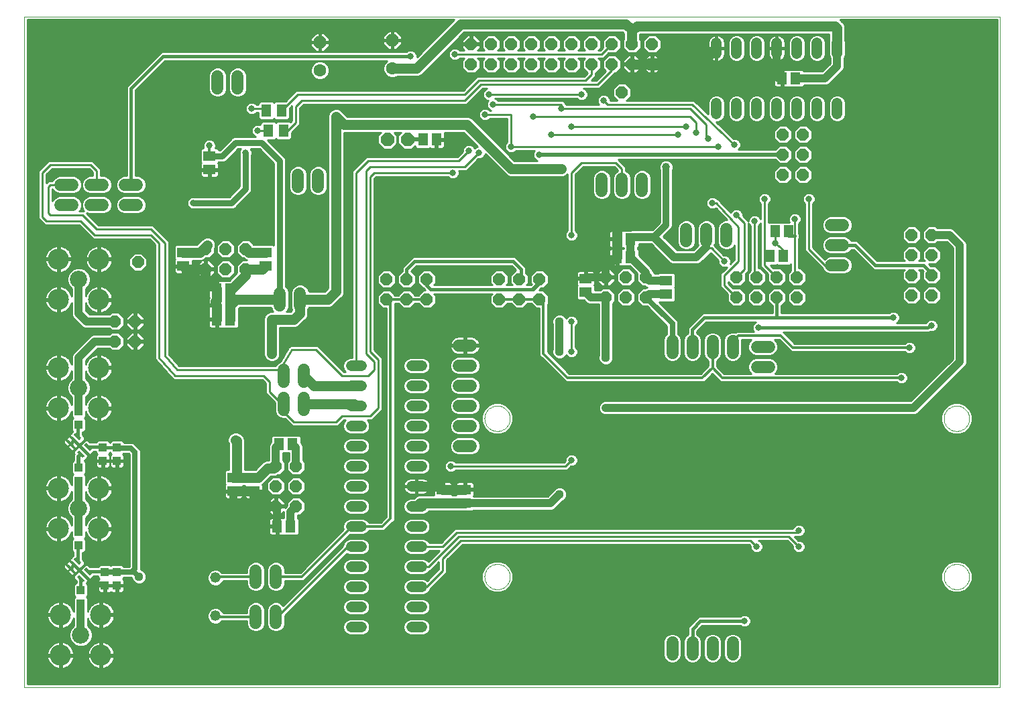
<source format=gbr>
G75*
%MOIN*%
%OFA0B0*%
%FSLAX24Y24*%
%IPPOS*%
%LPD*%
%AMOC8*
5,1,8,0,0,1.08239X$1,22.5*
%
%ADD10C,0.0000*%
%ADD11C,0.0520*%
%ADD12R,0.0591X0.0512*%
%ADD13R,0.0512X0.0591*%
%ADD14OC8,0.0600*%
%ADD15C,0.0520*%
%ADD16C,0.0600*%
%ADD17C,0.0594*%
%ADD18R,0.0512X0.0630*%
%ADD19R,0.0413X0.0157*%
%ADD20C,0.0079*%
%ADD21C,0.0855*%
%ADD22C,0.1050*%
%ADD23R,0.0394X0.0433*%
%ADD24OC8,0.0630*%
%ADD25C,0.0630*%
%ADD26OC8,0.0660*%
%ADD27C,0.0400*%
%ADD28C,0.0500*%
%ADD29C,0.0100*%
%ADD30C,0.0150*%
%ADD31C,0.0330*%
%ADD32C,0.0440*%
%ADD33C,0.0120*%
%ADD34C,0.0160*%
%ADD35C,0.0280*%
%ADD36C,0.0250*%
%ADD37C,0.0300*%
%ADD38C,0.0200*%
%ADD39C,0.0396*%
%ADD40C,0.0320*%
D10*
X000650Y000650D02*
X000650Y034020D01*
X049142Y034020D01*
X049142Y000650D01*
X000650Y000650D01*
X023520Y006150D02*
X023522Y006200D01*
X023528Y006250D01*
X023538Y006299D01*
X023552Y006347D01*
X023569Y006394D01*
X023590Y006439D01*
X023615Y006483D01*
X023643Y006524D01*
X023675Y006563D01*
X023709Y006600D01*
X023746Y006634D01*
X023786Y006664D01*
X023828Y006691D01*
X023872Y006715D01*
X023918Y006736D01*
X023965Y006752D01*
X024013Y006765D01*
X024063Y006774D01*
X024112Y006779D01*
X024163Y006780D01*
X024213Y006777D01*
X024262Y006770D01*
X024311Y006759D01*
X024359Y006744D01*
X024405Y006726D01*
X024450Y006704D01*
X024493Y006678D01*
X024534Y006649D01*
X024573Y006617D01*
X024609Y006582D01*
X024641Y006544D01*
X024671Y006504D01*
X024698Y006461D01*
X024721Y006417D01*
X024740Y006371D01*
X024756Y006323D01*
X024768Y006274D01*
X024776Y006225D01*
X024780Y006175D01*
X024780Y006125D01*
X024776Y006075D01*
X024768Y006026D01*
X024756Y005977D01*
X024740Y005929D01*
X024721Y005883D01*
X024698Y005839D01*
X024671Y005796D01*
X024641Y005756D01*
X024609Y005718D01*
X024573Y005683D01*
X024534Y005651D01*
X024493Y005622D01*
X024450Y005596D01*
X024405Y005574D01*
X024359Y005556D01*
X024311Y005541D01*
X024262Y005530D01*
X024213Y005523D01*
X024163Y005520D01*
X024112Y005521D01*
X024063Y005526D01*
X024013Y005535D01*
X023965Y005548D01*
X023918Y005564D01*
X023872Y005585D01*
X023828Y005609D01*
X023786Y005636D01*
X023746Y005666D01*
X023709Y005700D01*
X023675Y005737D01*
X023643Y005776D01*
X023615Y005817D01*
X023590Y005861D01*
X023569Y005906D01*
X023552Y005953D01*
X023538Y006001D01*
X023528Y006050D01*
X023522Y006100D01*
X023520Y006150D01*
X023520Y014024D02*
X023522Y014074D01*
X023528Y014124D01*
X023538Y014173D01*
X023552Y014221D01*
X023569Y014268D01*
X023590Y014313D01*
X023615Y014357D01*
X023643Y014398D01*
X023675Y014437D01*
X023709Y014474D01*
X023746Y014508D01*
X023786Y014538D01*
X023828Y014565D01*
X023872Y014589D01*
X023918Y014610D01*
X023965Y014626D01*
X024013Y014639D01*
X024063Y014648D01*
X024112Y014653D01*
X024163Y014654D01*
X024213Y014651D01*
X024262Y014644D01*
X024311Y014633D01*
X024359Y014618D01*
X024405Y014600D01*
X024450Y014578D01*
X024493Y014552D01*
X024534Y014523D01*
X024573Y014491D01*
X024609Y014456D01*
X024641Y014418D01*
X024671Y014378D01*
X024698Y014335D01*
X024721Y014291D01*
X024740Y014245D01*
X024756Y014197D01*
X024768Y014148D01*
X024776Y014099D01*
X024780Y014049D01*
X024780Y013999D01*
X024776Y013949D01*
X024768Y013900D01*
X024756Y013851D01*
X024740Y013803D01*
X024721Y013757D01*
X024698Y013713D01*
X024671Y013670D01*
X024641Y013630D01*
X024609Y013592D01*
X024573Y013557D01*
X024534Y013525D01*
X024493Y013496D01*
X024450Y013470D01*
X024405Y013448D01*
X024359Y013430D01*
X024311Y013415D01*
X024262Y013404D01*
X024213Y013397D01*
X024163Y013394D01*
X024112Y013395D01*
X024063Y013400D01*
X024013Y013409D01*
X023965Y013422D01*
X023918Y013438D01*
X023872Y013459D01*
X023828Y013483D01*
X023786Y013510D01*
X023746Y013540D01*
X023709Y013574D01*
X023675Y013611D01*
X023643Y013650D01*
X023615Y013691D01*
X023590Y013735D01*
X023569Y013780D01*
X023552Y013827D01*
X023538Y013875D01*
X023528Y013924D01*
X023522Y013974D01*
X023520Y014024D01*
X046355Y014024D02*
X046357Y014074D01*
X046363Y014124D01*
X046373Y014173D01*
X046387Y014221D01*
X046404Y014268D01*
X046425Y014313D01*
X046450Y014357D01*
X046478Y014398D01*
X046510Y014437D01*
X046544Y014474D01*
X046581Y014508D01*
X046621Y014538D01*
X046663Y014565D01*
X046707Y014589D01*
X046753Y014610D01*
X046800Y014626D01*
X046848Y014639D01*
X046898Y014648D01*
X046947Y014653D01*
X046998Y014654D01*
X047048Y014651D01*
X047097Y014644D01*
X047146Y014633D01*
X047194Y014618D01*
X047240Y014600D01*
X047285Y014578D01*
X047328Y014552D01*
X047369Y014523D01*
X047408Y014491D01*
X047444Y014456D01*
X047476Y014418D01*
X047506Y014378D01*
X047533Y014335D01*
X047556Y014291D01*
X047575Y014245D01*
X047591Y014197D01*
X047603Y014148D01*
X047611Y014099D01*
X047615Y014049D01*
X047615Y013999D01*
X047611Y013949D01*
X047603Y013900D01*
X047591Y013851D01*
X047575Y013803D01*
X047556Y013757D01*
X047533Y013713D01*
X047506Y013670D01*
X047476Y013630D01*
X047444Y013592D01*
X047408Y013557D01*
X047369Y013525D01*
X047328Y013496D01*
X047285Y013470D01*
X047240Y013448D01*
X047194Y013430D01*
X047146Y013415D01*
X047097Y013404D01*
X047048Y013397D01*
X046998Y013394D01*
X046947Y013395D01*
X046898Y013400D01*
X046848Y013409D01*
X046800Y013422D01*
X046753Y013438D01*
X046707Y013459D01*
X046663Y013483D01*
X046621Y013510D01*
X046581Y013540D01*
X046544Y013574D01*
X046510Y013611D01*
X046478Y013650D01*
X046450Y013691D01*
X046425Y013735D01*
X046404Y013780D01*
X046387Y013827D01*
X046373Y013875D01*
X046363Y013924D01*
X046357Y013974D01*
X046355Y014024D01*
X046355Y006150D02*
X046357Y006200D01*
X046363Y006250D01*
X046373Y006299D01*
X046387Y006347D01*
X046404Y006394D01*
X046425Y006439D01*
X046450Y006483D01*
X046478Y006524D01*
X046510Y006563D01*
X046544Y006600D01*
X046581Y006634D01*
X046621Y006664D01*
X046663Y006691D01*
X046707Y006715D01*
X046753Y006736D01*
X046800Y006752D01*
X046848Y006765D01*
X046898Y006774D01*
X046947Y006779D01*
X046998Y006780D01*
X047048Y006777D01*
X047097Y006770D01*
X047146Y006759D01*
X047194Y006744D01*
X047240Y006726D01*
X047285Y006704D01*
X047328Y006678D01*
X047369Y006649D01*
X047408Y006617D01*
X047444Y006582D01*
X047476Y006544D01*
X047506Y006504D01*
X047533Y006461D01*
X047556Y006417D01*
X047575Y006371D01*
X047591Y006323D01*
X047603Y006274D01*
X047611Y006225D01*
X047615Y006175D01*
X047615Y006125D01*
X047611Y006075D01*
X047603Y006026D01*
X047591Y005977D01*
X047575Y005929D01*
X047556Y005883D01*
X047533Y005839D01*
X047506Y005796D01*
X047476Y005756D01*
X047444Y005718D01*
X047408Y005683D01*
X047369Y005651D01*
X047328Y005622D01*
X047285Y005596D01*
X047240Y005574D01*
X047194Y005556D01*
X047146Y005541D01*
X047097Y005530D01*
X047048Y005523D01*
X046998Y005520D01*
X046947Y005521D01*
X046898Y005526D01*
X046848Y005535D01*
X046800Y005548D01*
X046753Y005564D01*
X046707Y005585D01*
X046663Y005609D01*
X046621Y005636D01*
X046581Y005666D01*
X046544Y005700D01*
X046510Y005737D01*
X046478Y005776D01*
X046450Y005817D01*
X046425Y005861D01*
X046404Y005906D01*
X046387Y005953D01*
X046373Y006001D01*
X046363Y006050D01*
X046357Y006100D01*
X046355Y006150D01*
D11*
X020410Y005650D02*
X019890Y005650D01*
X019890Y004650D02*
X020410Y004650D01*
X020410Y003650D02*
X019890Y003650D01*
X017410Y003650D02*
X016890Y003650D01*
X016890Y004650D02*
X017410Y004650D01*
X017410Y005650D02*
X016890Y005650D01*
X016890Y006650D02*
X017410Y006650D01*
X017410Y007650D02*
X016890Y007650D01*
X016890Y008650D02*
X017410Y008650D01*
X017410Y009650D02*
X016890Y009650D01*
X016890Y010650D02*
X017410Y010650D01*
X017410Y011650D02*
X016890Y011650D01*
X016890Y012650D02*
X017410Y012650D01*
X017410Y013650D02*
X016890Y013650D01*
X016890Y014650D02*
X017410Y014650D01*
X017410Y015650D02*
X016890Y015650D01*
X016890Y016650D02*
X017410Y016650D01*
X019890Y016650D02*
X020410Y016650D01*
X020410Y015650D02*
X019890Y015650D01*
X019890Y014650D02*
X020410Y014650D01*
X020410Y013650D02*
X019890Y013650D01*
X019890Y012650D02*
X020410Y012650D01*
X020410Y011650D02*
X019890Y011650D01*
X019890Y010650D02*
X020410Y010650D01*
X020410Y009650D02*
X019890Y009650D01*
X019890Y008650D02*
X020410Y008650D01*
X020410Y007650D02*
X019890Y007650D01*
X019890Y006650D02*
X020410Y006650D01*
X035050Y029190D02*
X035050Y029710D01*
X036050Y029710D02*
X036050Y029190D01*
X037050Y029190D02*
X037050Y029710D01*
X038050Y029710D02*
X038050Y029190D01*
X039050Y029190D02*
X039050Y029710D01*
X040050Y029710D02*
X040050Y029190D01*
X041050Y029190D02*
X041050Y029710D01*
X041050Y032190D02*
X041050Y032710D01*
X040050Y032710D02*
X040050Y032190D01*
X039050Y032190D02*
X039050Y032710D01*
X038050Y032710D02*
X038050Y032190D01*
X037050Y032190D02*
X037050Y032710D01*
X036050Y032710D02*
X036050Y032190D01*
X035050Y032190D02*
X035050Y032710D01*
D12*
X032550Y020885D03*
X032550Y020215D03*
X028550Y020315D03*
X028550Y020985D03*
X012650Y021615D03*
X012650Y022285D03*
X008550Y022285D03*
X008550Y021615D03*
X009850Y026415D03*
X009850Y027085D03*
X011050Y011085D03*
X011050Y010415D03*
X012050Y010415D03*
X012050Y011085D03*
X021450Y010485D03*
X021450Y009815D03*
X022550Y009815D03*
X022550Y010485D03*
D13*
X013885Y008650D03*
X013215Y008650D03*
X013315Y012750D03*
X013985Y012750D03*
X010885Y018950D03*
X010215Y018950D03*
X010215Y019650D03*
X010885Y019650D03*
X010885Y020450D03*
X010215Y020450D03*
X020465Y027900D03*
X021135Y027900D03*
X030115Y022950D03*
X030785Y022950D03*
X030785Y022050D03*
X030115Y022050D03*
X037715Y022100D03*
X038385Y022100D03*
X038635Y023350D03*
X037965Y023350D03*
X038315Y030950D03*
X038985Y030950D03*
D14*
X039350Y028150D03*
X038350Y028150D03*
X038350Y027150D03*
X039350Y027150D03*
X039350Y026150D03*
X038350Y026150D03*
X044750Y023150D03*
X045750Y023150D03*
X045750Y022150D03*
X044750Y022150D03*
X044750Y021150D03*
X045750Y021150D03*
X045750Y020150D03*
X044750Y020150D03*
X039050Y020050D03*
X038050Y020050D03*
X037050Y020050D03*
X036050Y020050D03*
X036050Y021050D03*
X037050Y021050D03*
X038050Y021050D03*
X039050Y021050D03*
X031550Y021050D03*
X030550Y021050D03*
X029550Y021050D03*
X029550Y020050D03*
X030550Y020050D03*
X031550Y020050D03*
X026250Y019950D03*
X025250Y019950D03*
X024250Y019950D03*
X024250Y020950D03*
X025250Y020950D03*
X026250Y020950D03*
X020650Y020950D03*
X019650Y020950D03*
X018650Y020950D03*
X018650Y019950D03*
X019650Y019950D03*
X020650Y019950D03*
X011650Y021450D03*
X010650Y021450D03*
X009650Y021450D03*
X009650Y022450D03*
X010650Y022450D03*
X011650Y022450D03*
X006300Y021800D03*
X006150Y018850D03*
X005150Y018850D03*
X005150Y017850D03*
X006150Y017850D03*
X013150Y011650D03*
X014150Y011650D03*
X014150Y010650D03*
X013150Y010650D03*
X013150Y009650D03*
X014150Y009650D03*
X030350Y030250D03*
X029850Y031650D03*
X028850Y031650D03*
X027850Y031650D03*
X026850Y031650D03*
X025850Y031650D03*
X024850Y031650D03*
X023850Y031650D03*
X022850Y031650D03*
X022850Y032650D03*
X023850Y032650D03*
X024850Y032650D03*
X025850Y032650D03*
X026850Y032650D03*
X027850Y032650D03*
X028850Y032650D03*
X029850Y032650D03*
X030850Y032650D03*
X031850Y032650D03*
X031850Y031650D03*
X030850Y031650D03*
D15*
X010150Y006100D03*
X010150Y004200D03*
D16*
X012150Y004450D02*
X012150Y003850D01*
X013150Y003850D02*
X013150Y004450D01*
X013150Y005850D02*
X013150Y006450D01*
X012150Y006450D02*
X012150Y005850D01*
X022250Y012650D02*
X022850Y012650D01*
X022850Y013650D02*
X022250Y013650D01*
X022250Y014650D02*
X022850Y014650D01*
X022850Y015650D02*
X022250Y015650D01*
X022250Y016650D02*
X022850Y016650D01*
X022850Y017650D02*
X022250Y017650D01*
X014550Y016450D02*
X014550Y015850D01*
X013550Y015850D02*
X013550Y016450D01*
X013550Y015050D02*
X013550Y014450D01*
X014550Y014450D02*
X014550Y015050D01*
X014350Y019650D02*
X014350Y020250D01*
X013350Y020250D02*
X013350Y019650D01*
X006250Y024650D02*
X005650Y024650D01*
X004550Y024650D02*
X003950Y024650D01*
X003050Y024650D02*
X002450Y024650D01*
X002450Y025650D02*
X003050Y025650D01*
X003950Y025650D02*
X004550Y025650D01*
X005650Y025650D02*
X006250Y025650D01*
X010250Y030450D02*
X010250Y031050D01*
X011250Y031050D02*
X011250Y030450D01*
X014250Y026150D02*
X014250Y025550D01*
X015250Y025550D02*
X015250Y026150D01*
X029350Y025950D02*
X029350Y025350D01*
X030350Y025350D02*
X030350Y025950D01*
X031350Y025950D02*
X031350Y025350D01*
X033550Y023450D02*
X033550Y022850D01*
X034550Y022850D02*
X034550Y023450D01*
X035550Y023450D02*
X035550Y022850D01*
X040750Y022650D02*
X041350Y022650D01*
X041350Y021650D02*
X040750Y021650D01*
X040750Y023650D02*
X041350Y023650D01*
X032550Y031650D02*
X031750Y031650D01*
X043450Y033450D02*
X043850Y033450D01*
X044150Y033150D01*
X047350Y033150D01*
D17*
X035859Y017884D02*
X035859Y017290D01*
X034859Y017290D02*
X034859Y017884D01*
X033859Y017884D02*
X033859Y017290D01*
X032859Y017290D02*
X032859Y017884D01*
X037062Y017587D02*
X037656Y017587D01*
X037656Y016587D02*
X037062Y016587D01*
X035859Y002884D02*
X035859Y002290D01*
X034859Y002290D02*
X034859Y002884D01*
X033859Y002884D02*
X033859Y002290D01*
X032859Y002290D02*
X032859Y002884D01*
D18*
X013524Y028350D03*
X012776Y028350D03*
X012676Y029350D03*
X013424Y029350D03*
D19*
G36*
X003722Y012812D02*
X004012Y012522D01*
X003902Y012412D01*
X003612Y012702D01*
X003722Y012812D01*
G37*
G36*
X003722Y006612D02*
X004012Y006322D01*
X003902Y006212D01*
X003612Y006502D01*
X003722Y006612D01*
G37*
D20*
X003541Y006376D02*
X003776Y006141D01*
X003721Y006086D01*
X003486Y006321D01*
X003541Y006376D01*
X003643Y006164D02*
X003753Y006164D01*
X003675Y006242D02*
X003565Y006242D01*
X003597Y006320D02*
X003487Y006320D01*
X003360Y006195D02*
X003595Y005960D01*
X003540Y005905D01*
X003305Y006140D01*
X003360Y006195D01*
X003462Y005983D02*
X003572Y005983D01*
X003494Y006061D02*
X003384Y006061D01*
X003416Y006139D02*
X003306Y006139D01*
X003080Y006475D02*
X002845Y006710D01*
X003080Y006475D02*
X003025Y006420D01*
X002790Y006655D01*
X002845Y006710D01*
X002947Y006498D02*
X003057Y006498D01*
X002979Y006576D02*
X002869Y006576D01*
X002901Y006654D02*
X002791Y006654D01*
X003026Y006891D02*
X003261Y006656D01*
X003206Y006601D01*
X002971Y006836D01*
X003026Y006891D01*
X003128Y006679D02*
X003238Y006679D01*
X003160Y006757D02*
X003050Y006757D01*
X003082Y006835D02*
X002972Y006835D01*
X003207Y007072D02*
X003442Y006837D01*
X003387Y006782D01*
X003152Y007017D01*
X003207Y007072D01*
X003309Y006860D02*
X003419Y006860D01*
X003341Y006938D02*
X003231Y006938D01*
X003263Y007016D02*
X003153Y007016D01*
X003595Y012160D02*
X003360Y012395D01*
X003595Y012160D02*
X003540Y012105D01*
X003305Y012340D01*
X003360Y012395D01*
X003462Y012183D02*
X003572Y012183D01*
X003494Y012261D02*
X003384Y012261D01*
X003416Y012339D02*
X003306Y012339D01*
X003541Y012576D02*
X003776Y012341D01*
X003721Y012286D01*
X003486Y012521D01*
X003541Y012576D01*
X003643Y012364D02*
X003753Y012364D01*
X003675Y012442D02*
X003565Y012442D01*
X003597Y012520D02*
X003487Y012520D01*
X003261Y012856D02*
X003026Y013091D01*
X003261Y012856D02*
X003206Y012801D01*
X002971Y013036D01*
X003026Y013091D01*
X003128Y012879D02*
X003238Y012879D01*
X003160Y012957D02*
X003050Y012957D01*
X003082Y013035D02*
X002972Y013035D01*
X002845Y012910D02*
X003080Y012675D01*
X003025Y012620D01*
X002790Y012855D01*
X002845Y012910D01*
X002947Y012698D02*
X003057Y012698D01*
X002979Y012776D02*
X002869Y012776D01*
X002901Y012854D02*
X002791Y012854D01*
X003207Y013272D02*
X003442Y013037D01*
X003387Y012982D01*
X003152Y013217D01*
X003207Y013272D01*
X003309Y013060D02*
X003419Y013060D01*
X003341Y013138D02*
X003231Y013138D01*
X003263Y013216D02*
X003153Y013216D01*
D21*
X003350Y015550D03*
X003350Y020950D03*
X003350Y009550D03*
X003450Y003250D03*
D22*
X002446Y002246D03*
X004454Y002246D03*
X004454Y004254D03*
X002446Y004254D03*
X002346Y008546D03*
X004354Y008546D03*
X004354Y010554D03*
X002346Y010554D03*
X002346Y014546D03*
X004354Y014546D03*
X004354Y016554D03*
X002346Y016554D03*
X002346Y019946D03*
X004354Y019946D03*
X004354Y021954D03*
X002346Y021954D03*
D23*
X003350Y014385D03*
X003350Y013715D03*
X004550Y012585D03*
X005250Y012585D03*
X005250Y011915D03*
X004550Y011915D03*
X003350Y011585D03*
X003350Y010915D03*
X003350Y008385D03*
X003350Y007715D03*
X004650Y006385D03*
X005250Y006385D03*
X005250Y005715D03*
X004650Y005715D03*
X003450Y005485D03*
X003450Y004815D03*
D24*
X015350Y032750D03*
X018950Y032850D03*
D25*
X018950Y031450D03*
X015350Y031350D03*
D26*
X018700Y027900D03*
X019700Y027900D03*
D27*
X029550Y021485D02*
X030115Y022050D01*
X030785Y022050D02*
X030785Y022950D01*
X030885Y023050D01*
X031950Y023050D01*
X032950Y022050D01*
X034050Y022050D01*
X034500Y022500D01*
X034550Y022550D01*
X034550Y023150D01*
X031550Y021285D02*
X030785Y022050D01*
X031550Y021285D02*
X031550Y021050D01*
X031715Y020885D01*
X032550Y020885D01*
X032550Y020215D02*
X031715Y020215D01*
X031550Y020050D01*
X029550Y020050D02*
X029550Y017050D01*
X027250Y017350D02*
X027250Y018850D01*
X028550Y020315D02*
X028815Y020050D01*
X029550Y020050D01*
X029550Y021050D02*
X028615Y021050D01*
X028550Y020985D01*
X029550Y021050D02*
X029550Y021485D01*
X029550Y014550D02*
X044850Y014550D01*
X047150Y016850D01*
X047150Y022650D01*
X046650Y023150D01*
X045750Y023150D01*
X040450Y030950D02*
X038985Y030950D01*
X038315Y030950D02*
X038150Y030950D01*
X038050Y031050D01*
X038050Y032450D01*
X040450Y030950D02*
X041050Y031550D01*
X041050Y032450D01*
X043100Y032650D02*
X043350Y033350D01*
X043450Y033450D01*
X014150Y012585D02*
X013985Y012750D01*
X014150Y012585D02*
X014150Y011650D01*
X013150Y011650D02*
X013150Y012585D01*
X013315Y012750D01*
X012050Y010415D02*
X012050Y009950D01*
X011850Y009750D01*
X011050Y009750D02*
X011050Y010415D01*
X012815Y009650D02*
X013150Y009650D01*
X013215Y009585D01*
X013215Y008650D01*
X013885Y008650D02*
X013885Y009385D01*
X014150Y009650D01*
X022550Y009815D02*
X026815Y009815D01*
X027250Y010250D01*
X005150Y017850D02*
X004150Y017850D01*
X003350Y017050D01*
X003350Y015550D01*
X003350Y014385D01*
X003350Y010915D02*
X003350Y009550D01*
X003350Y008385D01*
X003450Y004815D02*
X003450Y003250D01*
X003750Y018850D02*
X003350Y019250D01*
X003350Y020950D01*
X003750Y018850D02*
X005150Y018850D01*
D28*
X008550Y021615D02*
X008715Y021450D01*
X009650Y021450D01*
X009650Y021050D01*
X010215Y020485D01*
X010215Y020450D01*
X010215Y019915D01*
X010150Y019850D01*
X010150Y019715D01*
X010215Y019650D01*
X010215Y018950D01*
X010885Y018950D02*
X010885Y019650D01*
X010885Y020450D01*
X010950Y020450D01*
X011650Y021150D01*
X011650Y021450D01*
X012485Y021450D01*
X012650Y021615D01*
X012650Y022285D02*
X011815Y022285D01*
X011650Y022450D01*
X009750Y022650D02*
X009385Y022285D01*
X008550Y022285D01*
X011185Y019950D02*
X010885Y019650D01*
X011185Y019950D02*
X013350Y019950D01*
X014350Y019950D02*
X014350Y019250D01*
X014050Y018950D01*
X012950Y018950D01*
X012950Y017250D01*
X014550Y016150D02*
X015050Y015650D01*
X017150Y015650D01*
X017050Y014750D02*
X017150Y014650D01*
X017050Y014750D02*
X014550Y014750D01*
X011189Y012911D02*
X011150Y012950D01*
X011189Y012911D02*
X011189Y011085D01*
X012050Y011085D01*
X012285Y011085D01*
X012750Y011550D01*
X013050Y011550D01*
X013150Y011650D01*
X012050Y010415D02*
X011050Y010415D01*
X011050Y011085D02*
X011189Y011085D01*
X012050Y010415D02*
X012815Y009650D01*
X020150Y009650D02*
X020315Y009815D01*
X021450Y009815D01*
X022550Y009815D01*
X022550Y010485D02*
X021450Y010485D01*
X021285Y010650D01*
X020150Y010650D01*
X015750Y019950D02*
X014350Y019950D01*
X015750Y019950D02*
X016150Y020350D01*
X016150Y029050D01*
X016550Y028650D01*
X022650Y028650D01*
X024850Y026450D01*
X027350Y026450D01*
X030115Y024115D02*
X030250Y024250D01*
X031850Y024250D01*
X030115Y024115D02*
X030115Y022950D01*
X030115Y022050D01*
X020150Y031450D02*
X018950Y031450D01*
X020150Y031450D02*
X022350Y033650D01*
X030550Y033650D01*
X030800Y033400D01*
X030950Y033400D01*
X031100Y033550D01*
X040950Y033550D01*
X041050Y033450D01*
X041050Y033250D01*
X041050Y032450D01*
X035050Y032450D02*
X034250Y031650D01*
X031850Y031650D01*
X031750Y031650D01*
X030850Y031650D01*
X030850Y032650D02*
X030850Y033350D01*
X030800Y033400D01*
D29*
X030450Y033184D02*
X030450Y032886D01*
X030400Y032836D01*
X030400Y032464D01*
X030664Y032200D01*
X031036Y032200D01*
X031300Y032464D01*
X031300Y032836D01*
X031250Y032886D01*
X031250Y033134D01*
X031266Y033150D01*
X040650Y033150D01*
X040650Y032816D01*
X040640Y032792D01*
X040640Y032108D01*
X040700Y031964D01*
X040700Y031695D01*
X040305Y031300D01*
X039391Y031300D01*
X039391Y031307D01*
X039303Y031395D01*
X038667Y031395D01*
X038646Y031375D01*
X038629Y031385D01*
X038591Y031395D01*
X038365Y031395D01*
X038365Y031000D01*
X038265Y031000D01*
X038265Y030900D01*
X037909Y030900D01*
X037909Y030635D01*
X037920Y030597D01*
X037939Y030563D01*
X037967Y030535D01*
X038002Y030515D01*
X038040Y030505D01*
X038265Y030505D01*
X038265Y030900D01*
X038365Y030900D01*
X038365Y030505D01*
X038591Y030505D01*
X038629Y030515D01*
X038646Y030525D01*
X038667Y030505D01*
X039303Y030505D01*
X039391Y030593D01*
X039391Y030600D01*
X040520Y030600D01*
X040648Y030653D01*
X041248Y031253D01*
X041347Y031352D01*
X048992Y031352D01*
X048992Y031254D02*
X041249Y031254D01*
X041347Y031352D02*
X041400Y031480D01*
X041400Y031964D01*
X041460Y032108D01*
X041460Y032792D01*
X041450Y032816D01*
X041450Y033530D01*
X041389Y033677D01*
X041277Y033789D01*
X041196Y033870D01*
X048992Y033870D01*
X048992Y000800D01*
X000800Y000800D01*
X000800Y033870D01*
X022004Y033870D01*
X020165Y032031D01*
X020165Y032113D01*
X020117Y032228D01*
X020028Y032317D01*
X019913Y032365D01*
X019787Y032365D01*
X019672Y032317D01*
X019630Y032275D01*
X007457Y032275D01*
X007325Y032143D01*
X005725Y030543D01*
X005725Y026100D01*
X005560Y026100D01*
X005395Y026031D01*
X005269Y025905D01*
X005200Y025740D01*
X005200Y025560D01*
X005269Y025395D01*
X005395Y025269D01*
X005560Y025200D01*
X006340Y025200D01*
X006505Y025269D01*
X006631Y025395D01*
X006700Y025560D01*
X006700Y025740D01*
X006631Y025905D01*
X006505Y026031D01*
X006340Y026100D01*
X006175Y026100D01*
X006175Y030357D01*
X007643Y031825D01*
X018667Y031825D01*
X018556Y031713D01*
X018485Y031542D01*
X018485Y031358D01*
X018556Y031187D01*
X018687Y031056D01*
X018858Y030985D01*
X019042Y030985D01*
X019199Y031050D01*
X020230Y031050D01*
X020377Y031111D01*
X020489Y031223D01*
X022516Y033250D01*
X030384Y033250D01*
X030450Y033184D01*
X030411Y033224D02*
X022489Y033224D01*
X022391Y033125D02*
X030450Y033125D01*
X030450Y033027D02*
X030110Y033027D01*
X030036Y033100D02*
X029664Y033100D01*
X029400Y032836D01*
X029400Y032483D01*
X029267Y032350D01*
X029186Y032350D01*
X029300Y032464D01*
X029300Y032836D01*
X029036Y033100D01*
X028664Y033100D01*
X028400Y032836D01*
X028400Y032464D01*
X028514Y032350D01*
X028186Y032350D01*
X028300Y032464D01*
X028300Y032836D01*
X028036Y033100D01*
X027664Y033100D01*
X027400Y032836D01*
X027400Y032464D01*
X027514Y032350D01*
X027186Y032350D01*
X027300Y032464D01*
X027300Y032836D01*
X027036Y033100D01*
X026664Y033100D01*
X026400Y032836D01*
X026400Y032464D01*
X026514Y032350D01*
X026186Y032350D01*
X026300Y032464D01*
X026300Y032836D01*
X026036Y033100D01*
X025664Y033100D01*
X025400Y032836D01*
X025400Y032464D01*
X025514Y032350D01*
X025186Y032350D01*
X025300Y032464D01*
X025300Y032836D01*
X025036Y033100D01*
X024664Y033100D01*
X024400Y032836D01*
X024400Y032464D01*
X024514Y032350D01*
X024186Y032350D01*
X024300Y032464D01*
X024300Y032836D01*
X024036Y033100D01*
X023664Y033100D01*
X023400Y032836D01*
X023400Y032464D01*
X023514Y032350D01*
X023186Y032350D01*
X023300Y032464D01*
X023300Y032600D01*
X022900Y032600D01*
X022900Y032700D01*
X022800Y032700D01*
X022800Y033100D01*
X022664Y033100D01*
X022400Y032836D01*
X022400Y032700D01*
X022800Y032700D01*
X022800Y032600D01*
X022400Y032600D01*
X022400Y032464D01*
X022514Y032350D01*
X022295Y032350D01*
X022228Y032417D01*
X022113Y032465D01*
X021987Y032465D01*
X021872Y032417D01*
X021783Y032328D01*
X021735Y032213D01*
X021735Y032087D01*
X021783Y031972D01*
X021872Y031883D01*
X021987Y031835D01*
X022113Y031835D01*
X022228Y031883D01*
X022295Y031950D01*
X022514Y031950D01*
X022400Y031836D01*
X022400Y031464D01*
X022664Y031200D01*
X023036Y031200D01*
X023300Y031464D01*
X023300Y031836D01*
X023186Y031950D01*
X023514Y031950D01*
X023400Y031836D01*
X023400Y031464D01*
X023664Y031200D01*
X024036Y031200D01*
X024300Y031464D01*
X024300Y031836D01*
X024186Y031950D01*
X024514Y031950D01*
X024400Y031836D01*
X024400Y031464D01*
X024664Y031200D01*
X025036Y031200D01*
X025300Y031464D01*
X025300Y031836D01*
X025186Y031950D01*
X025514Y031950D01*
X025400Y031836D01*
X025400Y031464D01*
X025664Y031200D01*
X026036Y031200D01*
X026300Y031464D01*
X026300Y031836D01*
X026186Y031950D01*
X026514Y031950D01*
X026400Y031836D01*
X026400Y031464D01*
X026664Y031200D01*
X027036Y031200D01*
X027300Y031464D01*
X027300Y031836D01*
X027186Y031950D01*
X027514Y031950D01*
X027400Y031836D01*
X027400Y031464D01*
X027664Y031200D01*
X028036Y031200D01*
X028300Y031464D01*
X028300Y031836D01*
X028186Y031950D01*
X028514Y031950D01*
X028400Y031836D01*
X028400Y031464D01*
X028640Y031223D01*
X028467Y031050D01*
X023167Y031050D01*
X023050Y030933D01*
X022467Y030350D01*
X014167Y030350D01*
X014050Y030233D01*
X013632Y029815D01*
X013106Y029815D01*
X013050Y029759D01*
X012994Y029815D01*
X012358Y029815D01*
X012270Y029727D01*
X012270Y029650D01*
X012195Y029650D01*
X012128Y029717D01*
X012013Y029765D01*
X011887Y029765D01*
X011772Y029717D01*
X011683Y029628D01*
X011635Y029513D01*
X011635Y029387D01*
X011683Y029272D01*
X011772Y029183D01*
X011887Y029135D01*
X012013Y029135D01*
X012128Y029183D01*
X012195Y029250D01*
X012270Y029250D01*
X012270Y028973D01*
X012358Y028885D01*
X012994Y028885D01*
X013050Y028941D01*
X013106Y028885D01*
X013742Y028885D01*
X013830Y028973D01*
X013830Y029447D01*
X013950Y029567D01*
X013950Y028833D01*
X013887Y028770D01*
X013842Y028815D01*
X013206Y028815D01*
X013150Y028759D01*
X013094Y028815D01*
X012458Y028815D01*
X012370Y028727D01*
X012370Y028641D01*
X012313Y028665D01*
X012187Y028665D01*
X012072Y028617D01*
X011983Y028528D01*
X011935Y028413D01*
X011935Y028287D01*
X011983Y028172D01*
X012072Y028083D01*
X012151Y028050D01*
X011090Y028050D01*
X010980Y028004D01*
X010896Y027920D01*
X010360Y027385D01*
X010295Y027385D01*
X010295Y027403D01*
X010207Y027491D01*
X010146Y027491D01*
X010165Y027537D01*
X010165Y027663D01*
X010117Y027778D01*
X010028Y027867D01*
X009913Y027915D01*
X009787Y027915D01*
X009672Y027867D01*
X009583Y027778D01*
X009535Y027663D01*
X009535Y027537D01*
X009554Y027491D01*
X009493Y027491D01*
X009405Y027403D01*
X009405Y026767D01*
X009425Y026746D01*
X009415Y026729D01*
X009405Y026691D01*
X009405Y026465D01*
X009800Y026465D01*
X009800Y026365D01*
X009900Y026365D01*
X009900Y026009D01*
X010165Y026009D01*
X010203Y026020D01*
X010237Y026039D01*
X010265Y026067D01*
X010285Y026102D01*
X010295Y026140D01*
X010295Y026365D01*
X009900Y026365D01*
X009900Y026465D01*
X010295Y026465D01*
X010295Y026691D01*
X010285Y026729D01*
X010275Y026746D01*
X010295Y026767D01*
X010295Y026785D01*
X010544Y026785D01*
X010655Y026830D01*
X011274Y027450D01*
X011405Y027450D01*
X011383Y027428D01*
X011335Y027313D01*
X011335Y027187D01*
X011350Y027151D01*
X011350Y025574D01*
X010826Y025050D01*
X009149Y025050D01*
X009113Y025065D01*
X008987Y025065D01*
X008872Y025017D01*
X008783Y024928D01*
X008735Y024813D01*
X008735Y024687D01*
X008783Y024572D01*
X008872Y024483D01*
X008987Y024435D01*
X009113Y024435D01*
X009149Y024450D01*
X010851Y024450D01*
X010887Y024435D01*
X011013Y024435D01*
X011128Y024483D01*
X011217Y024572D01*
X011232Y024608D01*
X011904Y025280D01*
X011950Y025390D01*
X011950Y027151D01*
X011965Y027187D01*
X011965Y027313D01*
X011917Y027428D01*
X011895Y027450D01*
X012326Y027450D01*
X013050Y026726D01*
X013050Y022648D01*
X013007Y022691D01*
X012293Y022691D01*
X012287Y022685D01*
X012052Y022685D01*
X011836Y022900D01*
X011464Y022900D01*
X011200Y022636D01*
X011200Y022264D01*
X011464Y022000D01*
X011534Y022000D01*
X011589Y021946D01*
X011699Y021900D01*
X011464Y021900D01*
X011200Y021636D01*
X011200Y021266D01*
X010830Y020895D01*
X010567Y020895D01*
X010546Y020875D01*
X010529Y020885D01*
X010491Y020895D01*
X010265Y020895D01*
X010265Y020500D01*
X010165Y020500D01*
X010165Y020400D01*
X009809Y020400D01*
X009809Y020135D01*
X009820Y020097D01*
X009839Y020063D01*
X009852Y020050D01*
X009839Y020037D01*
X009820Y020003D01*
X009809Y019965D01*
X009809Y019700D01*
X010165Y019700D01*
X010165Y019600D01*
X009809Y019600D01*
X009809Y019335D01*
X009819Y019300D01*
X009809Y019265D01*
X009809Y019000D01*
X010165Y019000D01*
X010165Y018900D01*
X009809Y018900D01*
X009809Y018635D01*
X009820Y018597D01*
X009839Y018563D01*
X009867Y018535D01*
X009902Y018515D01*
X009940Y018505D01*
X010165Y018505D01*
X010165Y018900D01*
X010265Y018900D01*
X010265Y018505D01*
X010491Y018505D01*
X010529Y018515D01*
X010546Y018525D01*
X010567Y018505D01*
X011203Y018505D01*
X011291Y018593D01*
X011291Y019490D01*
X011350Y019550D01*
X012904Y019550D01*
X012969Y019395D01*
X013014Y019350D01*
X012870Y019350D01*
X012723Y019289D01*
X012611Y019177D01*
X012550Y019030D01*
X012550Y017170D01*
X012611Y017023D01*
X012723Y016911D01*
X012870Y016850D01*
X013030Y016850D01*
X013177Y016911D01*
X013289Y017023D01*
X013350Y017170D01*
X013350Y018550D01*
X014130Y018550D01*
X014277Y018611D01*
X014577Y018911D01*
X014689Y019023D01*
X014750Y019170D01*
X014750Y019440D01*
X014796Y019550D01*
X015830Y019550D01*
X015977Y019611D01*
X016377Y020011D01*
X016489Y020123D01*
X016950Y020123D01*
X016950Y020025D02*
X016390Y020025D01*
X016292Y019926D02*
X016950Y019926D01*
X016950Y019828D02*
X016193Y019828D01*
X016095Y019729D02*
X016950Y019729D01*
X016950Y019631D02*
X015996Y019631D01*
X016489Y020123D02*
X016550Y020270D01*
X016550Y028250D01*
X018371Y028250D01*
X018220Y028099D01*
X018220Y027701D01*
X018501Y027420D01*
X018899Y027420D01*
X019180Y027701D01*
X019180Y028099D01*
X019029Y028250D01*
X019371Y028250D01*
X019220Y028099D01*
X019220Y027701D01*
X019501Y027420D01*
X019899Y027420D01*
X020059Y027581D01*
X020059Y027543D01*
X020147Y027455D01*
X020783Y027455D01*
X020804Y027475D01*
X020821Y027465D01*
X020859Y027455D01*
X021085Y027455D01*
X021085Y027850D01*
X021185Y027850D01*
X021185Y027950D01*
X021541Y027950D01*
X021541Y028215D01*
X021531Y028250D01*
X022484Y028250D01*
X023175Y027560D01*
X023072Y027517D01*
X023036Y027482D01*
X023017Y027528D01*
X022928Y027617D01*
X022813Y027665D01*
X022687Y027665D01*
X022572Y027617D01*
X022483Y027528D01*
X022435Y027413D01*
X022435Y027318D01*
X022167Y027050D01*
X017667Y027050D01*
X017550Y026933D01*
X016950Y026333D01*
X016950Y017060D01*
X016808Y017060D01*
X016658Y016998D01*
X016542Y016882D01*
X016480Y016732D01*
X016480Y016568D01*
X016542Y016418D01*
X016610Y016350D01*
X016533Y016350D01*
X015233Y017650D01*
X014005Y017650D01*
X013982Y017664D01*
X013925Y017650D01*
X013867Y017650D01*
X013848Y017631D01*
X013821Y017624D01*
X013791Y017574D01*
X013750Y017533D01*
X013750Y017505D01*
X013362Y016859D01*
X013295Y016831D01*
X013169Y016705D01*
X013146Y016650D01*
X008342Y016650D01*
X007850Y017224D01*
X007850Y022833D01*
X007150Y023533D01*
X007033Y023650D01*
X004333Y023650D01*
X003750Y024233D01*
X003728Y024255D01*
X003860Y024200D01*
X004640Y024200D01*
X004805Y024269D01*
X004931Y024395D01*
X005000Y024560D01*
X005000Y024740D01*
X004931Y024905D01*
X004805Y025031D01*
X004640Y025100D01*
X003860Y025100D01*
X003695Y025031D01*
X003569Y024905D01*
X003500Y024740D01*
X003431Y024905D01*
X003305Y025031D01*
X003140Y025100D01*
X002360Y025100D01*
X002195Y025031D01*
X002069Y024905D01*
X002050Y024860D01*
X002050Y025440D01*
X002069Y025395D01*
X002195Y025269D01*
X002360Y025200D01*
X003140Y025200D01*
X003305Y025269D01*
X003431Y025395D01*
X003500Y025560D01*
X003569Y025395D01*
X003695Y025269D01*
X003860Y025200D01*
X004640Y025200D01*
X004805Y025269D01*
X004931Y025395D01*
X005000Y025560D01*
X005000Y025740D01*
X004931Y025905D01*
X004805Y026031D01*
X004640Y026100D01*
X004450Y026100D01*
X004450Y026433D01*
X004333Y026550D01*
X004033Y026850D01*
X001867Y026850D01*
X001750Y026733D01*
X001350Y026333D01*
X001350Y023967D01*
X001467Y023850D01*
X001467Y023850D01*
X001550Y023767D01*
X001667Y023650D01*
X003367Y023650D01*
X004067Y022950D01*
X006867Y022950D01*
X007150Y022667D01*
X007150Y017056D01*
X007145Y016979D01*
X007150Y016974D01*
X007150Y016967D01*
X007204Y016913D01*
X007950Y016074D01*
X007950Y016067D01*
X008004Y016013D01*
X008056Y015955D01*
X008062Y015955D01*
X008067Y015950D01*
X008144Y015950D01*
X008221Y015945D01*
X008226Y015950D01*
X012467Y015950D01*
X012650Y015767D01*
X012650Y015267D01*
X012767Y015150D01*
X013100Y014817D01*
X013100Y014360D01*
X013169Y014195D01*
X013295Y014069D01*
X013460Y014000D01*
X013617Y014000D01*
X013850Y013767D01*
X013967Y013650D01*
X016233Y013650D01*
X016533Y013950D01*
X016610Y013950D01*
X016542Y013882D01*
X016480Y013732D01*
X016480Y013568D01*
X016542Y013418D01*
X016658Y013302D01*
X016808Y013240D01*
X017492Y013240D01*
X017642Y013302D01*
X017758Y013418D01*
X017820Y013568D01*
X017820Y013732D01*
X017758Y013882D01*
X017690Y013950D01*
X017933Y013950D01*
X018333Y014350D01*
X018450Y014467D01*
X018450Y017033D01*
X018050Y017433D01*
X018050Y025967D01*
X018133Y026050D01*
X021705Y026050D01*
X021772Y025983D01*
X021887Y025935D01*
X022013Y025935D01*
X022128Y025983D01*
X022217Y026072D01*
X022265Y026187D01*
X022265Y026313D01*
X022250Y026350D01*
X022633Y026350D01*
X023218Y026935D01*
X023313Y026935D01*
X023428Y026983D01*
X023517Y027072D01*
X023560Y027175D01*
X024623Y026111D01*
X024770Y026050D01*
X027430Y026050D01*
X027577Y026111D01*
X027650Y026184D01*
X027650Y023395D01*
X027583Y023328D01*
X027535Y023213D01*
X027535Y023087D01*
X027583Y022972D01*
X027672Y022883D01*
X027787Y022835D01*
X027913Y022835D01*
X028028Y022883D01*
X028117Y022972D01*
X028165Y023087D01*
X028165Y023213D01*
X028117Y023328D01*
X028050Y023395D01*
X028050Y026167D01*
X028433Y026550D01*
X029967Y026550D01*
X030150Y026367D01*
X030150Y026354D01*
X030095Y026331D01*
X029969Y026205D01*
X029900Y026040D01*
X029900Y025260D01*
X029969Y025095D01*
X030095Y024969D01*
X030260Y024900D01*
X030440Y024900D01*
X030605Y024969D01*
X030731Y025095D01*
X030800Y025260D01*
X030800Y026040D01*
X030731Y026205D01*
X030605Y026331D01*
X030550Y026354D01*
X030550Y026533D01*
X030433Y026650D01*
X030433Y026650D01*
X030183Y026900D01*
X037964Y026900D01*
X038164Y026700D01*
X038536Y026700D01*
X038800Y026964D01*
X038800Y027336D01*
X038536Y027600D01*
X038164Y027600D01*
X037964Y027400D01*
X036145Y027400D01*
X036217Y027472D01*
X036265Y027587D01*
X036265Y027713D01*
X036217Y027828D01*
X036128Y027917D01*
X036013Y027965D01*
X035909Y027965D01*
X035053Y028780D01*
X035132Y028780D01*
X035282Y028842D01*
X035398Y028958D01*
X035460Y029108D01*
X035460Y029792D01*
X035398Y029942D01*
X035282Y030058D01*
X035132Y030120D01*
X034968Y030120D01*
X034818Y030058D01*
X034702Y029942D01*
X034640Y029792D01*
X034640Y029174D01*
X033990Y029793D01*
X033933Y029850D01*
X033930Y029850D01*
X033928Y029852D01*
X033848Y029850D01*
X030586Y029850D01*
X030800Y030064D01*
X030800Y030436D01*
X030536Y030700D01*
X030164Y030700D01*
X029900Y030436D01*
X029900Y030064D01*
X030114Y029850D01*
X029765Y029850D01*
X029765Y029913D01*
X029717Y030028D01*
X029628Y030117D01*
X029513Y030165D01*
X029387Y030165D01*
X029272Y030117D01*
X029183Y030028D01*
X029135Y029913D01*
X029135Y029787D01*
X029183Y029672D01*
X029205Y029650D01*
X027595Y029650D01*
X027550Y029695D01*
X027550Y029733D01*
X027433Y029850D01*
X024195Y029850D01*
X024128Y029917D01*
X024049Y029950D01*
X028105Y029950D01*
X028172Y029883D01*
X028287Y029835D01*
X028413Y029835D01*
X028528Y029883D01*
X028617Y029972D01*
X028665Y030087D01*
X028665Y030213D01*
X028617Y030328D01*
X028528Y030417D01*
X028449Y030450D01*
X029233Y030450D01*
X029933Y031150D01*
X029983Y031200D01*
X030036Y031200D01*
X030300Y031464D01*
X030300Y031836D01*
X030036Y032100D01*
X029664Y032100D01*
X029400Y031836D01*
X029400Y031464D01*
X029540Y031323D01*
X029067Y030850D01*
X028833Y030850D01*
X028933Y030950D01*
X029050Y031067D01*
X029050Y031214D01*
X029300Y031464D01*
X029300Y031836D01*
X029186Y031950D01*
X029433Y031950D01*
X029683Y032200D01*
X030036Y032200D01*
X030300Y032464D01*
X030300Y032836D01*
X030036Y033100D01*
X030208Y032928D02*
X030450Y032928D01*
X030400Y032830D02*
X030300Y032830D01*
X030300Y032731D02*
X030400Y032731D01*
X030400Y032633D02*
X030300Y032633D01*
X030300Y032534D02*
X030400Y032534D01*
X030428Y032436D02*
X030272Y032436D01*
X030173Y032337D02*
X030527Y032337D01*
X030625Y032239D02*
X030075Y032239D01*
X030095Y032042D02*
X030605Y032042D01*
X030664Y032100D02*
X030400Y031836D01*
X030400Y031700D01*
X030800Y031700D01*
X030800Y032100D01*
X030664Y032100D01*
X030800Y032042D02*
X030900Y032042D01*
X030900Y032100D02*
X031036Y032100D01*
X031300Y031836D01*
X031300Y031700D01*
X030900Y031700D01*
X030900Y031600D01*
X031300Y031600D01*
X031300Y031464D01*
X031036Y031200D01*
X030900Y031200D01*
X030900Y031600D01*
X030800Y031600D01*
X030800Y031200D01*
X030664Y031200D01*
X030400Y031464D01*
X030400Y031600D01*
X030800Y031600D01*
X030800Y031700D01*
X030900Y031700D01*
X030900Y032100D01*
X030900Y031943D02*
X030800Y031943D01*
X030800Y031845D02*
X030900Y031845D01*
X030900Y031746D02*
X030800Y031746D01*
X030800Y031648D02*
X030300Y031648D01*
X030300Y031746D02*
X030400Y031746D01*
X030408Y031845D02*
X030292Y031845D01*
X030193Y031943D02*
X030507Y031943D01*
X030400Y031549D02*
X030300Y031549D01*
X030287Y031451D02*
X030413Y031451D01*
X030512Y031352D02*
X030188Y031352D01*
X030090Y031254D02*
X030610Y031254D01*
X030800Y031254D02*
X030900Y031254D01*
X030900Y031352D02*
X030800Y031352D01*
X030800Y031451D02*
X030900Y031451D01*
X030900Y031549D02*
X030800Y031549D01*
X030900Y031648D02*
X031800Y031648D01*
X031800Y031600D02*
X031400Y031600D01*
X031400Y031464D01*
X031664Y031200D01*
X031800Y031200D01*
X031800Y031600D01*
X031900Y031600D01*
X031900Y031700D01*
X032300Y031700D01*
X032300Y031836D01*
X032036Y032100D01*
X031900Y032100D01*
X031900Y031700D01*
X031800Y031700D01*
X031800Y032100D01*
X031664Y032100D01*
X031400Y031836D01*
X031400Y031700D01*
X031800Y031700D01*
X031800Y031600D01*
X031800Y031549D02*
X031900Y031549D01*
X031900Y031600D02*
X031900Y031200D01*
X032036Y031200D01*
X032300Y031464D01*
X032300Y031600D01*
X031900Y031600D01*
X031900Y031648D02*
X040653Y031648D01*
X040700Y031746D02*
X032300Y031746D01*
X032292Y031845D02*
X034828Y031845D01*
X034835Y031839D02*
X034893Y031810D01*
X034954Y031790D01*
X035018Y031780D01*
X035020Y031780D01*
X035020Y032420D01*
X034640Y032420D01*
X034640Y032158D01*
X034650Y032094D01*
X034670Y032033D01*
X034699Y031975D01*
X034737Y031923D01*
X034783Y031877D01*
X034835Y031839D01*
X034723Y031943D02*
X032193Y031943D01*
X032095Y032042D02*
X034667Y032042D01*
X034643Y032140D02*
X029623Y032140D01*
X029605Y032042D02*
X029524Y032042D01*
X029507Y031943D02*
X029193Y031943D01*
X029292Y031845D02*
X029408Y031845D01*
X029400Y031746D02*
X029300Y031746D01*
X029300Y031648D02*
X029400Y031648D01*
X029400Y031549D02*
X029300Y031549D01*
X029287Y031451D02*
X029413Y031451D01*
X029512Y031352D02*
X029188Y031352D01*
X029090Y031254D02*
X029471Y031254D01*
X029372Y031155D02*
X029050Y031155D01*
X029039Y031057D02*
X029274Y031057D01*
X029175Y030958D02*
X028941Y030958D01*
X028933Y030950D02*
X028933Y030950D01*
X028842Y030860D02*
X029077Y030860D01*
X029150Y030650D02*
X029850Y031350D01*
X029850Y031650D01*
X029938Y031155D02*
X037909Y031155D01*
X037909Y031057D02*
X029839Y031057D01*
X029741Y030958D02*
X038265Y030958D01*
X038265Y031000D02*
X037909Y031000D01*
X037909Y031265D01*
X037920Y031303D01*
X037939Y031337D01*
X037967Y031365D01*
X038002Y031385D01*
X038040Y031395D01*
X038265Y031395D01*
X038265Y031000D01*
X038265Y031057D02*
X038365Y031057D01*
X038365Y031155D02*
X038265Y031155D01*
X038265Y031254D02*
X038365Y031254D01*
X038365Y031352D02*
X038265Y031352D01*
X037954Y031352D02*
X032188Y031352D01*
X032090Y031254D02*
X037909Y031254D01*
X037909Y030860D02*
X029642Y030860D01*
X029544Y030761D02*
X037909Y030761D01*
X037909Y030663D02*
X030574Y030663D01*
X030672Y030564D02*
X037939Y030564D01*
X038265Y030564D02*
X038365Y030564D01*
X038365Y030663D02*
X038265Y030663D01*
X038265Y030761D02*
X038365Y030761D01*
X038365Y030860D02*
X038265Y030860D01*
X038132Y030120D02*
X037968Y030120D01*
X037818Y030058D01*
X037702Y029942D01*
X037640Y029792D01*
X037640Y029108D01*
X037702Y028958D01*
X037818Y028842D01*
X037968Y028780D01*
X038132Y028780D01*
X038282Y028842D01*
X038398Y028958D01*
X038460Y029108D01*
X038460Y029792D01*
X038398Y029942D01*
X038282Y030058D01*
X038132Y030120D01*
X038248Y030072D02*
X038852Y030072D01*
X038818Y030058D02*
X038702Y029942D01*
X038640Y029792D01*
X038640Y029108D01*
X038702Y028958D01*
X038818Y028842D01*
X038968Y028780D01*
X039132Y028780D01*
X039282Y028842D01*
X039398Y028958D01*
X039460Y029108D01*
X039460Y029792D01*
X039398Y029942D01*
X039282Y030058D01*
X039132Y030120D01*
X038968Y030120D01*
X038818Y030058D01*
X038733Y029973D02*
X038367Y029973D01*
X038426Y029875D02*
X038674Y029875D01*
X038640Y029776D02*
X038460Y029776D01*
X038460Y029678D02*
X038640Y029678D01*
X038640Y029579D02*
X038460Y029579D01*
X038460Y029481D02*
X038640Y029481D01*
X038640Y029382D02*
X038460Y029382D01*
X038460Y029284D02*
X038640Y029284D01*
X038640Y029185D02*
X038460Y029185D01*
X038451Y029087D02*
X038649Y029087D01*
X038690Y028988D02*
X038410Y028988D01*
X038329Y028890D02*
X038771Y028890D01*
X038942Y028791D02*
X038158Y028791D01*
X038164Y028600D02*
X037900Y028336D01*
X037900Y027964D01*
X038164Y027700D01*
X038536Y027700D01*
X038800Y027964D01*
X038800Y028336D01*
X038536Y028600D01*
X038164Y028600D01*
X038158Y028594D02*
X035249Y028594D01*
X035352Y028496D02*
X038059Y028496D01*
X037961Y028397D02*
X035456Y028397D01*
X035559Y028299D02*
X037900Y028299D01*
X037900Y028200D02*
X035662Y028200D01*
X035766Y028102D02*
X037900Y028102D01*
X037900Y028003D02*
X035869Y028003D01*
X036141Y027905D02*
X037959Y027905D01*
X038058Y027806D02*
X036226Y027806D01*
X036265Y027708D02*
X038156Y027708D01*
X038074Y027511D02*
X036233Y027511D01*
X036265Y027609D02*
X048992Y027609D01*
X048992Y027511D02*
X039626Y027511D01*
X039536Y027600D02*
X039164Y027600D01*
X038900Y027336D01*
X038900Y026964D01*
X039164Y026700D01*
X039536Y026700D01*
X039800Y026964D01*
X039800Y027336D01*
X039536Y027600D01*
X039536Y027700D02*
X039800Y027964D01*
X039800Y028336D01*
X039536Y028600D01*
X039164Y028600D01*
X038900Y028336D01*
X038900Y027964D01*
X039164Y027700D01*
X039536Y027700D01*
X039544Y027708D02*
X048992Y027708D01*
X048992Y027806D02*
X039642Y027806D01*
X039741Y027905D02*
X048992Y027905D01*
X048992Y028003D02*
X039800Y028003D01*
X039800Y028102D02*
X048992Y028102D01*
X048992Y028200D02*
X039800Y028200D01*
X039800Y028299D02*
X048992Y028299D01*
X048992Y028397D02*
X039739Y028397D01*
X039641Y028496D02*
X048992Y028496D01*
X048992Y028594D02*
X039542Y028594D01*
X039329Y028890D02*
X039771Y028890D01*
X039818Y028842D02*
X039968Y028780D01*
X040132Y028780D01*
X040282Y028842D01*
X040398Y028958D01*
X040460Y029108D01*
X040460Y029792D01*
X040398Y029942D01*
X040282Y030058D01*
X040132Y030120D01*
X039968Y030120D01*
X039818Y030058D01*
X039702Y029942D01*
X039640Y029792D01*
X039640Y029108D01*
X039702Y028958D01*
X039818Y028842D01*
X039942Y028791D02*
X039158Y028791D01*
X039158Y028594D02*
X038542Y028594D01*
X038641Y028496D02*
X039059Y028496D01*
X038961Y028397D02*
X038739Y028397D01*
X038800Y028299D02*
X038900Y028299D01*
X038900Y028200D02*
X038800Y028200D01*
X038800Y028102D02*
X038900Y028102D01*
X038900Y028003D02*
X038800Y028003D01*
X038741Y027905D02*
X038959Y027905D01*
X039058Y027806D02*
X038642Y027806D01*
X038544Y027708D02*
X039156Y027708D01*
X039074Y027511D02*
X038626Y027511D01*
X038724Y027412D02*
X038976Y027412D01*
X038900Y027314D02*
X038800Y027314D01*
X038800Y027215D02*
X038900Y027215D01*
X038900Y027117D02*
X038800Y027117D01*
X038800Y027018D02*
X038900Y027018D01*
X038944Y026920D02*
X038756Y026920D01*
X038657Y026821D02*
X039043Y026821D01*
X039141Y026723D02*
X038559Y026723D01*
X038536Y026600D02*
X038164Y026600D01*
X037900Y026336D01*
X037900Y025964D01*
X038164Y025700D01*
X038536Y025700D01*
X038800Y025964D01*
X038800Y026336D01*
X038536Y026600D01*
X038611Y026526D02*
X039089Y026526D01*
X039164Y026600D02*
X038900Y026336D01*
X038900Y025964D01*
X039164Y025700D01*
X039536Y025700D01*
X039800Y025964D01*
X039800Y026336D01*
X039536Y026600D01*
X039164Y026600D01*
X038991Y026427D02*
X038709Y026427D01*
X038800Y026329D02*
X038900Y026329D01*
X038900Y026230D02*
X038800Y026230D01*
X038800Y026132D02*
X038900Y026132D01*
X038900Y026033D02*
X038800Y026033D01*
X038771Y025935D02*
X038929Y025935D01*
X039028Y025836D02*
X038672Y025836D01*
X038574Y025738D02*
X039126Y025738D01*
X039574Y025738D02*
X048992Y025738D01*
X048992Y025836D02*
X039672Y025836D01*
X039771Y025935D02*
X048992Y025935D01*
X048992Y026033D02*
X039800Y026033D01*
X039800Y026132D02*
X048992Y026132D01*
X048992Y026230D02*
X039800Y026230D01*
X039800Y026329D02*
X048992Y026329D01*
X048992Y026427D02*
X039709Y026427D01*
X039611Y026526D02*
X048992Y026526D01*
X048992Y026624D02*
X032896Y026624D01*
X032898Y026619D02*
X032845Y026747D01*
X032747Y026845D01*
X032619Y026898D01*
X032481Y026898D01*
X032353Y026845D01*
X032255Y026747D01*
X032202Y026619D01*
X032202Y026481D01*
X032240Y026389D01*
X032240Y023778D01*
X031862Y023400D01*
X030815Y023400D01*
X030804Y023395D01*
X030467Y023395D01*
X030446Y023375D01*
X030429Y023385D01*
X030391Y023395D01*
X030165Y023395D01*
X030165Y023000D01*
X030065Y023000D01*
X030065Y022900D01*
X029709Y022900D01*
X029709Y022635D01*
X029720Y022597D01*
X029739Y022563D01*
X029767Y022535D01*
X029802Y022515D01*
X029840Y022505D01*
X030065Y022505D01*
X030065Y022900D01*
X030165Y022900D01*
X030165Y022505D01*
X030391Y022505D01*
X030429Y022515D01*
X030435Y022518D01*
X030435Y022482D01*
X030429Y022485D01*
X030391Y022495D01*
X030165Y022495D01*
X030165Y022100D01*
X030065Y022100D01*
X030065Y022000D01*
X029709Y022000D01*
X029709Y021735D01*
X029720Y021697D01*
X029739Y021663D01*
X029767Y021635D01*
X029802Y021615D01*
X029840Y021605D01*
X030065Y021605D01*
X030065Y022000D01*
X030165Y022000D01*
X030165Y021605D01*
X030391Y021605D01*
X030429Y021615D01*
X030446Y021625D01*
X030467Y021605D01*
X030735Y021605D01*
X031102Y021238D01*
X031100Y021236D01*
X031100Y020864D01*
X031364Y020600D01*
X031505Y020600D01*
X031517Y020588D01*
X031609Y020550D01*
X031517Y020512D01*
X031505Y020500D01*
X031364Y020500D01*
X031100Y020236D01*
X031100Y019864D01*
X031364Y019600D01*
X031590Y019600D01*
X032569Y018621D01*
X032569Y018226D01*
X032480Y018137D01*
X032412Y017973D01*
X032412Y017201D01*
X032480Y017037D01*
X032606Y016911D01*
X032770Y016843D01*
X032948Y016843D01*
X033112Y016911D01*
X033237Y017037D01*
X033306Y017201D01*
X033306Y017973D01*
X033237Y018137D01*
X033149Y018226D01*
X033149Y018799D01*
X033105Y018906D01*
X032201Y019809D01*
X032907Y019809D01*
X032995Y019897D01*
X032995Y020533D01*
X032979Y020550D01*
X032995Y020567D01*
X032995Y021203D01*
X032907Y021291D01*
X032193Y021291D01*
X032137Y021235D01*
X032000Y021235D01*
X032000Y021236D01*
X031900Y021336D01*
X031900Y021354D01*
X031847Y021483D01*
X031191Y022139D01*
X031191Y022407D01*
X031135Y022463D01*
X031135Y022537D01*
X031191Y022593D01*
X031191Y022700D01*
X031805Y022700D01*
X032752Y021753D01*
X032880Y021700D01*
X034120Y021700D01*
X034248Y021753D01*
X034347Y021852D01*
X034756Y022261D01*
X035135Y021882D01*
X035135Y021787D01*
X035183Y021672D01*
X035272Y021583D01*
X035387Y021535D01*
X035513Y021535D01*
X035580Y021563D01*
X035367Y021350D01*
X035250Y021233D01*
X035250Y020567D01*
X035600Y020217D01*
X035600Y019864D01*
X035864Y019600D01*
X036236Y019600D01*
X036500Y019864D01*
X036500Y020236D01*
X036236Y020500D01*
X035883Y020500D01*
X035650Y020733D01*
X035650Y020814D01*
X035864Y020600D01*
X036236Y020600D01*
X036500Y020864D01*
X036500Y021217D01*
X036650Y021367D01*
X036650Y023751D01*
X036683Y023672D01*
X036750Y023605D01*
X036750Y021386D01*
X036600Y021236D01*
X036600Y020864D01*
X036864Y020600D01*
X037236Y020600D01*
X037500Y020864D01*
X037500Y021236D01*
X037236Y021500D01*
X037150Y021500D01*
X037150Y023605D01*
X037217Y023672D01*
X037250Y023751D01*
X037250Y021567D01*
X037600Y021217D01*
X037600Y020864D01*
X037864Y020600D01*
X038236Y020600D01*
X038500Y020864D01*
X038500Y021236D01*
X038236Y021500D01*
X037883Y021500D01*
X037728Y021655D01*
X038033Y021655D01*
X038050Y021671D01*
X038067Y021655D01*
X038703Y021655D01*
X038750Y021702D01*
X038750Y021386D01*
X038600Y021236D01*
X038600Y020864D01*
X038864Y020600D01*
X039236Y020600D01*
X039500Y020864D01*
X039500Y021236D01*
X039236Y021500D01*
X039150Y021500D01*
X039150Y022975D01*
X039180Y023005D01*
X039180Y023195D01*
X039150Y023225D01*
X039150Y023705D01*
X039217Y023772D01*
X039265Y023887D01*
X039265Y024013D01*
X039217Y024128D01*
X039128Y024217D01*
X039013Y024265D01*
X038887Y024265D01*
X038772Y024217D01*
X038683Y024128D01*
X038635Y024013D01*
X038635Y023887D01*
X038673Y023795D01*
X038317Y023795D01*
X038300Y023779D01*
X038283Y023795D01*
X037650Y023795D01*
X037650Y024705D01*
X037717Y024772D01*
X037765Y024887D01*
X037765Y025013D01*
X037717Y025128D01*
X037628Y025217D01*
X037513Y025265D01*
X037387Y025265D01*
X037272Y025217D01*
X037183Y025128D01*
X037135Y025013D01*
X037135Y024887D01*
X037183Y024772D01*
X037250Y024705D01*
X037250Y023949D01*
X037217Y024028D01*
X037128Y024117D01*
X037013Y024165D01*
X036887Y024165D01*
X036772Y024117D01*
X036683Y024028D01*
X036635Y023913D01*
X036635Y023848D01*
X036533Y023950D01*
X036365Y024118D01*
X036365Y024213D01*
X036317Y024328D01*
X036228Y024417D01*
X036113Y024465D01*
X035987Y024465D01*
X035872Y024417D01*
X035783Y024328D01*
X035760Y024272D01*
X035250Y024828D01*
X035250Y024833D01*
X035195Y024888D01*
X035141Y024946D01*
X035136Y024946D01*
X035133Y024950D01*
X035095Y024950D01*
X035028Y025017D01*
X034913Y025065D01*
X034787Y025065D01*
X034672Y025017D01*
X034583Y024928D01*
X034535Y024813D01*
X034535Y024687D01*
X034583Y024572D01*
X034672Y024483D01*
X034787Y024435D01*
X034913Y024435D01*
X035025Y024481D01*
X035558Y023900D01*
X035460Y023900D01*
X035295Y023831D01*
X035169Y023705D01*
X035100Y023540D01*
X035100Y022760D01*
X035169Y022595D01*
X035295Y022469D01*
X035460Y022400D01*
X035640Y022400D01*
X035805Y022469D01*
X035931Y022595D01*
X035950Y022640D01*
X035950Y021933D01*
X035737Y021720D01*
X035765Y021787D01*
X035765Y021913D01*
X035717Y022028D01*
X035628Y022117D01*
X035513Y022165D01*
X035418Y022165D01*
X034948Y022635D01*
X035000Y022760D01*
X035000Y023540D01*
X034931Y023705D01*
X034805Y023831D01*
X034640Y023900D01*
X034460Y023900D01*
X034295Y023831D01*
X034169Y023705D01*
X034100Y023540D01*
X034100Y022760D01*
X034148Y022643D01*
X033905Y022400D01*
X033095Y022400D01*
X032417Y023078D01*
X033100Y023078D01*
X033100Y022980D02*
X032515Y022980D01*
X032417Y023078D02*
X032813Y023474D01*
X032860Y023588D01*
X032860Y026389D01*
X032898Y026481D01*
X032898Y026619D01*
X032898Y026526D02*
X038089Y026526D01*
X037991Y026427D02*
X032876Y026427D01*
X032860Y026329D02*
X037900Y026329D01*
X037900Y026230D02*
X032860Y026230D01*
X032860Y026132D02*
X037900Y026132D01*
X037900Y026033D02*
X032860Y026033D01*
X032860Y025935D02*
X037929Y025935D01*
X038028Y025836D02*
X032860Y025836D01*
X032860Y025738D02*
X038126Y025738D01*
X037699Y025147D02*
X039401Y025147D01*
X039383Y025128D02*
X039335Y025013D01*
X039335Y024887D01*
X039383Y024772D01*
X039450Y024705D01*
X039450Y022367D01*
X040331Y021487D01*
X040369Y021395D01*
X040495Y021269D01*
X040660Y021200D01*
X041440Y021200D01*
X041605Y021269D01*
X041731Y021395D01*
X041800Y021560D01*
X041800Y021740D01*
X041731Y021905D01*
X041605Y022031D01*
X041440Y022100D01*
X040660Y022100D01*
X040495Y022031D01*
X040423Y021960D01*
X039850Y022533D01*
X039850Y024705D01*
X039917Y024772D01*
X039965Y024887D01*
X039965Y025013D01*
X039917Y025128D01*
X039828Y025217D01*
X039713Y025265D01*
X039587Y025265D01*
X039472Y025217D01*
X039383Y025128D01*
X039350Y025048D02*
X037750Y025048D01*
X037765Y024950D02*
X039335Y024950D01*
X039350Y024851D02*
X037750Y024851D01*
X037698Y024753D02*
X039402Y024753D01*
X039450Y024654D02*
X037650Y024654D01*
X037650Y024556D02*
X039450Y024556D01*
X039450Y024457D02*
X037650Y024457D01*
X037650Y024359D02*
X039450Y024359D01*
X039450Y024260D02*
X039025Y024260D01*
X038875Y024260D02*
X037650Y024260D01*
X037650Y024162D02*
X038716Y024162D01*
X038656Y024063D02*
X037650Y024063D01*
X037650Y023965D02*
X038635Y023965D01*
X038644Y023866D02*
X037650Y023866D01*
X037250Y023965D02*
X037243Y023965D01*
X037250Y024063D02*
X037182Y024063D01*
X037250Y024162D02*
X037021Y024162D01*
X036879Y024162D02*
X036365Y024162D01*
X036345Y024260D02*
X037250Y024260D01*
X037250Y024359D02*
X036287Y024359D01*
X036132Y024457D02*
X037250Y024457D01*
X037250Y024556D02*
X035500Y024556D01*
X035409Y024654D02*
X037250Y024654D01*
X037202Y024753D02*
X035319Y024753D01*
X035232Y024851D02*
X037150Y024851D01*
X037135Y024950D02*
X035133Y024950D01*
X034954Y025048D02*
X037150Y025048D01*
X037201Y025147D02*
X032860Y025147D01*
X032860Y025245D02*
X037339Y025245D01*
X037561Y025245D02*
X039539Y025245D01*
X039761Y025245D02*
X048992Y025245D01*
X048992Y025147D02*
X039899Y025147D01*
X039950Y025048D02*
X048992Y025048D01*
X048992Y024950D02*
X039965Y024950D01*
X039950Y024851D02*
X048992Y024851D01*
X048992Y024753D02*
X039898Y024753D01*
X039850Y024654D02*
X048992Y024654D01*
X048992Y024556D02*
X039850Y024556D01*
X039850Y024457D02*
X048992Y024457D01*
X048992Y024359D02*
X039850Y024359D01*
X039850Y024260D02*
X048992Y024260D01*
X048992Y024162D02*
X039850Y024162D01*
X039850Y024063D02*
X040571Y024063D01*
X040495Y024031D02*
X040369Y023905D01*
X040300Y023740D01*
X040300Y023560D01*
X040369Y023395D01*
X040495Y023269D01*
X040660Y023200D01*
X041440Y023200D01*
X041605Y023269D01*
X041731Y023395D01*
X041800Y023560D01*
X041800Y023740D01*
X041731Y023905D01*
X041605Y024031D01*
X041440Y024100D01*
X040660Y024100D01*
X040495Y024031D01*
X040428Y023965D02*
X039850Y023965D01*
X039850Y023866D02*
X040352Y023866D01*
X040312Y023768D02*
X039850Y023768D01*
X039850Y023669D02*
X040300Y023669D01*
X040300Y023571D02*
X039850Y023571D01*
X039850Y023472D02*
X040337Y023472D01*
X040390Y023374D02*
X039850Y023374D01*
X039850Y023275D02*
X040489Y023275D01*
X040608Y023078D02*
X039850Y023078D01*
X039850Y022980D02*
X040443Y022980D01*
X040495Y023031D02*
X040369Y022905D01*
X040300Y022740D01*
X040300Y022560D01*
X040369Y022395D01*
X040495Y022269D01*
X040660Y022200D01*
X041440Y022200D01*
X041605Y022269D01*
X041731Y022395D01*
X041744Y022425D01*
X041857Y022425D01*
X042857Y021425D01*
X044389Y021425D01*
X044300Y021336D01*
X044300Y020964D01*
X044564Y020700D01*
X044936Y020700D01*
X045200Y020964D01*
X045200Y021336D01*
X045111Y021425D01*
X045257Y021425D01*
X045323Y021359D01*
X045300Y021336D01*
X045300Y020964D01*
X045564Y020700D01*
X045936Y020700D01*
X046200Y020964D01*
X046200Y021336D01*
X045936Y021600D01*
X045718Y021600D01*
X045618Y021700D01*
X045936Y021700D01*
X046200Y021964D01*
X046200Y022336D01*
X045936Y022600D01*
X045564Y022600D01*
X045300Y022336D01*
X045300Y021964D01*
X045389Y021875D01*
X045111Y021875D01*
X045200Y021964D01*
X045200Y022336D01*
X044936Y022600D01*
X044564Y022600D01*
X044300Y022336D01*
X044300Y021964D01*
X044389Y021875D01*
X043043Y021875D01*
X042175Y022743D01*
X042043Y022875D01*
X041744Y022875D01*
X041731Y022905D01*
X041605Y023031D01*
X041440Y023100D01*
X040660Y023100D01*
X040495Y023031D01*
X040359Y022881D02*
X039850Y022881D01*
X039850Y022783D02*
X040318Y022783D01*
X040300Y022684D02*
X039850Y022684D01*
X039850Y022586D02*
X040300Y022586D01*
X040330Y022487D02*
X039896Y022487D01*
X039994Y022389D02*
X040375Y022389D01*
X040474Y022290D02*
X040093Y022290D01*
X040191Y022192D02*
X042090Y022192D01*
X041992Y022290D02*
X041626Y022290D01*
X041725Y022389D02*
X041893Y022389D01*
X042189Y022093D02*
X041456Y022093D01*
X041642Y021995D02*
X042287Y021995D01*
X042386Y021896D02*
X041735Y021896D01*
X041776Y021798D02*
X042484Y021798D01*
X042583Y021699D02*
X041800Y021699D01*
X041800Y021601D02*
X042681Y021601D01*
X042780Y021502D02*
X041776Y021502D01*
X041735Y021404D02*
X044367Y021404D01*
X044300Y021305D02*
X041641Y021305D01*
X041455Y021207D02*
X044300Y021207D01*
X044300Y021108D02*
X039500Y021108D01*
X039500Y021010D02*
X044300Y021010D01*
X044353Y020911D02*
X039500Y020911D01*
X039449Y020813D02*
X044451Y020813D01*
X044550Y020714D02*
X039350Y020714D01*
X039252Y020616D02*
X046800Y020616D01*
X046800Y020714D02*
X045950Y020714D01*
X045936Y020600D02*
X045564Y020600D01*
X045300Y020336D01*
X045300Y019964D01*
X045564Y019700D01*
X045936Y019700D01*
X046200Y019964D01*
X046200Y020336D01*
X045936Y020600D01*
X046019Y020517D02*
X046800Y020517D01*
X046800Y020419D02*
X046118Y020419D01*
X046200Y020320D02*
X046800Y020320D01*
X046800Y020222D02*
X046200Y020222D01*
X046200Y020123D02*
X046800Y020123D01*
X046800Y020025D02*
X046200Y020025D01*
X046162Y019926D02*
X046800Y019926D01*
X046800Y019828D02*
X046064Y019828D01*
X045965Y019729D02*
X046800Y019729D01*
X046800Y019631D02*
X039267Y019631D01*
X039236Y019600D02*
X039500Y019864D01*
X039500Y020236D01*
X039236Y020500D01*
X038864Y020500D01*
X038600Y020236D01*
X038600Y019864D01*
X038864Y019600D01*
X039236Y019600D01*
X039365Y019729D02*
X044535Y019729D01*
X044564Y019700D02*
X044936Y019700D01*
X045200Y019964D01*
X045200Y020336D01*
X044936Y020600D01*
X044564Y020600D01*
X044300Y020336D01*
X044300Y019964D01*
X044564Y019700D01*
X044436Y019828D02*
X039464Y019828D01*
X039500Y019926D02*
X044338Y019926D01*
X044300Y020025D02*
X039500Y020025D01*
X039500Y020123D02*
X044300Y020123D01*
X044300Y020222D02*
X039500Y020222D01*
X039416Y020320D02*
X044300Y020320D01*
X044382Y020419D02*
X039318Y020419D01*
X038848Y020616D02*
X038252Y020616D01*
X038236Y020500D02*
X037864Y020500D01*
X037600Y020236D01*
X037600Y019864D01*
X037825Y019639D01*
X037825Y019275D01*
X034357Y019275D01*
X033625Y018543D01*
X033625Y018271D01*
X033606Y018263D01*
X033480Y018137D01*
X033412Y017973D01*
X033412Y017201D01*
X033480Y017037D01*
X033606Y016911D01*
X033770Y016843D01*
X033948Y016843D01*
X034112Y016911D01*
X034237Y017037D01*
X034306Y017201D01*
X034306Y017973D01*
X034237Y018137D01*
X034112Y018263D01*
X034075Y018278D01*
X034075Y018357D01*
X034543Y018825D01*
X036991Y018825D01*
X036972Y018817D01*
X036883Y018728D01*
X036835Y018613D01*
X036835Y018487D01*
X036883Y018372D01*
X036895Y018360D01*
X036063Y018360D01*
X036008Y018305D01*
X035948Y018331D01*
X035770Y018331D01*
X035606Y018263D01*
X035480Y018137D01*
X035412Y017973D01*
X035412Y017201D01*
X035480Y017037D01*
X035606Y016911D01*
X035770Y016843D01*
X035948Y016843D01*
X036112Y016911D01*
X036237Y017037D01*
X036306Y017201D01*
X036306Y017940D01*
X036783Y017940D01*
X036683Y017840D01*
X036615Y017676D01*
X036615Y017498D01*
X036683Y017334D01*
X036809Y017208D01*
X036973Y017140D01*
X037744Y017140D01*
X037909Y017208D01*
X038034Y017334D01*
X038102Y017498D01*
X038102Y017676D01*
X038034Y017840D01*
X037934Y017940D01*
X038163Y017940D01*
X038763Y017340D01*
X044415Y017340D01*
X044472Y017283D01*
X044587Y017235D01*
X044713Y017235D01*
X044828Y017283D01*
X044917Y017372D01*
X044965Y017487D01*
X044965Y017613D01*
X044917Y017728D01*
X044828Y017817D01*
X044713Y017865D01*
X044587Y017865D01*
X044472Y017817D01*
X044415Y017760D01*
X038937Y017760D01*
X038460Y018237D01*
X038372Y018325D01*
X045513Y018325D01*
X045567Y018307D01*
X045603Y018325D01*
X045643Y018325D01*
X045663Y018345D01*
X045687Y018335D01*
X045813Y018335D01*
X045928Y018383D01*
X046017Y018472D01*
X046065Y018587D01*
X046065Y018713D01*
X046017Y018828D01*
X045928Y018917D01*
X045813Y018965D01*
X045687Y018965D01*
X045572Y018917D01*
X045483Y018828D01*
X045461Y018775D01*
X044009Y018775D01*
X044028Y018783D01*
X044117Y018872D01*
X044165Y018987D01*
X044165Y019113D01*
X044117Y019228D01*
X044028Y019317D01*
X043913Y019365D01*
X043787Y019365D01*
X043672Y019317D01*
X043630Y019275D01*
X038275Y019275D01*
X038275Y019639D01*
X038500Y019864D01*
X038500Y020236D01*
X038236Y020500D01*
X038318Y020419D02*
X038782Y020419D01*
X038684Y020320D02*
X038416Y020320D01*
X038500Y020222D02*
X038600Y020222D01*
X038600Y020123D02*
X038500Y020123D01*
X038500Y020025D02*
X038600Y020025D01*
X038600Y019926D02*
X038500Y019926D01*
X038464Y019828D02*
X038636Y019828D01*
X038735Y019729D02*
X038365Y019729D01*
X038275Y019631D02*
X038833Y019631D01*
X038275Y019532D02*
X046800Y019532D01*
X046800Y019434D02*
X038275Y019434D01*
X038275Y019335D02*
X043715Y019335D01*
X043985Y019335D02*
X046800Y019335D01*
X046800Y019237D02*
X044109Y019237D01*
X044154Y019138D02*
X046800Y019138D01*
X046800Y019040D02*
X044165Y019040D01*
X044146Y018941D02*
X045630Y018941D01*
X045497Y018843D02*
X044088Y018843D01*
X044965Y019729D02*
X045535Y019729D01*
X045436Y019828D02*
X045064Y019828D01*
X045162Y019926D02*
X045338Y019926D01*
X045300Y020025D02*
X045200Y020025D01*
X045200Y020123D02*
X045300Y020123D01*
X045300Y020222D02*
X045200Y020222D01*
X045200Y020320D02*
X045300Y020320D01*
X045382Y020419D02*
X045118Y020419D01*
X045019Y020517D02*
X045481Y020517D01*
X045550Y020714D02*
X044950Y020714D01*
X045049Y020813D02*
X045451Y020813D01*
X045353Y020911D02*
X045147Y020911D01*
X045200Y021010D02*
X045300Y021010D01*
X045300Y021108D02*
X045200Y021108D01*
X045200Y021207D02*
X045300Y021207D01*
X045300Y021305D02*
X045200Y021305D01*
X045133Y021404D02*
X045278Y021404D01*
X045619Y021699D02*
X046800Y021699D01*
X046800Y021601D02*
X045718Y021601D01*
X046034Y021502D02*
X046800Y021502D01*
X046800Y021404D02*
X046133Y021404D01*
X046200Y021305D02*
X046800Y021305D01*
X046800Y021207D02*
X046200Y021207D01*
X046200Y021108D02*
X046800Y021108D01*
X046800Y021010D02*
X046200Y021010D01*
X046147Y020911D02*
X046800Y020911D01*
X046800Y020813D02*
X046049Y020813D01*
X047500Y020813D02*
X048992Y020813D01*
X048992Y020911D02*
X047500Y020911D01*
X047500Y021010D02*
X048992Y021010D01*
X048992Y021108D02*
X047500Y021108D01*
X047500Y021207D02*
X048992Y021207D01*
X048992Y021305D02*
X047500Y021305D01*
X047500Y021404D02*
X048992Y021404D01*
X048992Y021502D02*
X047500Y021502D01*
X047500Y021601D02*
X048992Y021601D01*
X048992Y021699D02*
X047500Y021699D01*
X047500Y021798D02*
X048992Y021798D01*
X048992Y021896D02*
X047500Y021896D01*
X047500Y021995D02*
X048992Y021995D01*
X048992Y022093D02*
X047500Y022093D01*
X047500Y022192D02*
X048992Y022192D01*
X048992Y022290D02*
X047500Y022290D01*
X047500Y022389D02*
X048992Y022389D01*
X048992Y022487D02*
X047500Y022487D01*
X047500Y022586D02*
X048992Y022586D01*
X048992Y022684D02*
X047500Y022684D01*
X047500Y022720D02*
X047447Y022848D01*
X046947Y023348D01*
X046848Y023447D01*
X046720Y023500D01*
X046036Y023500D01*
X045936Y023600D01*
X045564Y023600D01*
X045300Y023336D01*
X045300Y022964D01*
X045564Y022700D01*
X045936Y022700D01*
X046036Y022800D01*
X046505Y022800D01*
X046800Y022505D01*
X046800Y016995D01*
X044705Y014900D01*
X029480Y014900D01*
X029352Y014847D01*
X029253Y014748D01*
X029200Y014620D01*
X029200Y014480D01*
X029253Y014352D01*
X029352Y014253D01*
X029480Y014200D01*
X044920Y014200D01*
X045048Y014253D01*
X047348Y016553D01*
X047447Y016652D01*
X047500Y016780D01*
X047500Y022720D01*
X047474Y022783D02*
X048992Y022783D01*
X048992Y022881D02*
X047414Y022881D01*
X047315Y022980D02*
X048992Y022980D01*
X048992Y023078D02*
X047217Y023078D01*
X047118Y023177D02*
X048992Y023177D01*
X048992Y023275D02*
X047020Y023275D01*
X046921Y023374D02*
X048992Y023374D01*
X048992Y023472D02*
X046787Y023472D01*
X046522Y022783D02*
X046019Y022783D01*
X045951Y022586D02*
X046719Y022586D01*
X046800Y022487D02*
X046049Y022487D01*
X046148Y022389D02*
X046800Y022389D01*
X046800Y022290D02*
X046200Y022290D01*
X046200Y022192D02*
X046800Y022192D01*
X046800Y022093D02*
X046200Y022093D01*
X046200Y021995D02*
X046800Y021995D01*
X046800Y021896D02*
X046132Y021896D01*
X046034Y021798D02*
X046800Y021798D01*
X045451Y022487D02*
X045049Y022487D01*
X044951Y022586D02*
X045549Y022586D01*
X045481Y022783D02*
X045019Y022783D01*
X044936Y022700D02*
X045200Y022964D01*
X045200Y023336D01*
X044936Y023600D01*
X044564Y023600D01*
X044300Y023336D01*
X044300Y022964D01*
X044564Y022700D01*
X044936Y022700D01*
X045117Y022881D02*
X045383Y022881D01*
X045300Y022980D02*
X045200Y022980D01*
X045200Y023078D02*
X045300Y023078D01*
X045300Y023177D02*
X045200Y023177D01*
X045200Y023275D02*
X045300Y023275D01*
X045337Y023374D02*
X045163Y023374D01*
X045064Y023472D02*
X045436Y023472D01*
X045534Y023571D02*
X044966Y023571D01*
X044534Y023571D02*
X041800Y023571D01*
X041800Y023669D02*
X048992Y023669D01*
X048992Y023571D02*
X045966Y023571D01*
X046621Y022684D02*
X042234Y022684D01*
X042136Y022783D02*
X044481Y022783D01*
X044383Y022881D02*
X041741Y022881D01*
X041657Y022980D02*
X044300Y022980D01*
X044300Y023078D02*
X041492Y023078D01*
X041611Y023275D02*
X044300Y023275D01*
X044300Y023177D02*
X039850Y023177D01*
X039450Y023177D02*
X039180Y023177D01*
X039180Y023078D02*
X039450Y023078D01*
X039450Y022980D02*
X039155Y022980D01*
X039150Y022881D02*
X039450Y022881D01*
X039450Y022783D02*
X039150Y022783D01*
X039150Y022684D02*
X039450Y022684D01*
X039450Y022586D02*
X039150Y022586D01*
X039150Y022487D02*
X039450Y022487D01*
X039450Y022389D02*
X039150Y022389D01*
X039150Y022290D02*
X039527Y022290D01*
X039626Y022192D02*
X039150Y022192D01*
X039150Y022093D02*
X039724Y022093D01*
X039823Y021995D02*
X039150Y021995D01*
X039150Y021896D02*
X039921Y021896D01*
X040020Y021798D02*
X039150Y021798D01*
X039150Y021699D02*
X040118Y021699D01*
X040217Y021601D02*
X039150Y021601D01*
X039150Y021502D02*
X040315Y021502D01*
X040365Y021404D02*
X039333Y021404D01*
X039431Y021305D02*
X040459Y021305D01*
X040645Y021207D02*
X039500Y021207D01*
X039050Y021050D02*
X038950Y021150D01*
X038950Y023100D01*
X038950Y023950D01*
X039244Y024063D02*
X039450Y024063D01*
X039450Y023965D02*
X039265Y023965D01*
X039256Y023866D02*
X039450Y023866D01*
X039450Y023768D02*
X039213Y023768D01*
X039150Y023669D02*
X039450Y023669D01*
X039450Y023571D02*
X039150Y023571D01*
X039150Y023472D02*
X039450Y023472D01*
X039450Y023374D02*
X039150Y023374D01*
X039150Y023275D02*
X039450Y023275D01*
X039450Y024162D02*
X039184Y024162D01*
X039650Y024950D02*
X039650Y022450D01*
X040550Y021550D01*
X040950Y021550D01*
X041050Y021650D01*
X040644Y022093D02*
X040290Y022093D01*
X040388Y021995D02*
X040458Y021995D01*
X038750Y021699D02*
X038747Y021699D01*
X038750Y021601D02*
X037782Y021601D01*
X037881Y021502D02*
X038750Y021502D01*
X038750Y021404D02*
X038333Y021404D01*
X038431Y021305D02*
X038669Y021305D01*
X038600Y021207D02*
X038500Y021207D01*
X038500Y021108D02*
X038600Y021108D01*
X038600Y021010D02*
X038500Y021010D01*
X038500Y020911D02*
X038600Y020911D01*
X038651Y020813D02*
X038449Y020813D01*
X038350Y020714D02*
X038750Y020714D01*
X038050Y021050D02*
X037450Y021650D01*
X037450Y022050D01*
X037715Y022050D01*
X037715Y022100D01*
X037450Y022050D02*
X037450Y024950D01*
X036718Y024063D02*
X036420Y024063D01*
X036518Y023965D02*
X036657Y023965D01*
X036635Y023866D02*
X036617Y023866D01*
X036650Y023669D02*
X036685Y023669D01*
X036650Y023571D02*
X036750Y023571D01*
X036750Y023472D02*
X036650Y023472D01*
X036650Y023374D02*
X036750Y023374D01*
X036750Y023275D02*
X036650Y023275D01*
X036650Y023177D02*
X036750Y023177D01*
X036750Y023078D02*
X036650Y023078D01*
X036650Y022980D02*
X036750Y022980D01*
X036750Y022881D02*
X036650Y022881D01*
X036650Y022783D02*
X036750Y022783D01*
X036750Y022684D02*
X036650Y022684D01*
X036650Y022586D02*
X036750Y022586D01*
X036750Y022487D02*
X036650Y022487D01*
X036650Y022389D02*
X036750Y022389D01*
X036750Y022290D02*
X036650Y022290D01*
X036650Y022192D02*
X036750Y022192D01*
X036750Y022093D02*
X036650Y022093D01*
X036650Y021995D02*
X036750Y021995D01*
X036750Y021896D02*
X036650Y021896D01*
X036650Y021798D02*
X036750Y021798D01*
X036750Y021699D02*
X036650Y021699D01*
X036650Y021601D02*
X036750Y021601D01*
X036750Y021502D02*
X036650Y021502D01*
X036650Y021404D02*
X036750Y021404D01*
X036669Y021305D02*
X036588Y021305D01*
X036600Y021207D02*
X036500Y021207D01*
X036500Y021108D02*
X036600Y021108D01*
X036600Y021010D02*
X036500Y021010D01*
X036500Y020911D02*
X036600Y020911D01*
X036651Y020813D02*
X036449Y020813D01*
X036350Y020714D02*
X036750Y020714D01*
X036848Y020616D02*
X036252Y020616D01*
X036318Y020419D02*
X036782Y020419D01*
X036864Y020500D02*
X036600Y020236D01*
X036600Y019864D01*
X036864Y019600D01*
X037236Y019600D01*
X037500Y019864D01*
X037500Y020236D01*
X037236Y020500D01*
X036864Y020500D01*
X036684Y020320D02*
X036416Y020320D01*
X036500Y020222D02*
X036600Y020222D01*
X036600Y020123D02*
X036500Y020123D01*
X036500Y020025D02*
X036600Y020025D01*
X036600Y019926D02*
X036500Y019926D01*
X036464Y019828D02*
X036636Y019828D01*
X036735Y019729D02*
X036365Y019729D01*
X036267Y019631D02*
X036833Y019631D01*
X037267Y019631D02*
X037825Y019631D01*
X037825Y019532D02*
X032478Y019532D01*
X032380Y019631D02*
X035833Y019631D01*
X035735Y019729D02*
X032281Y019729D01*
X032577Y019434D02*
X037825Y019434D01*
X037825Y019335D02*
X032675Y019335D01*
X032774Y019237D02*
X034318Y019237D01*
X034220Y019138D02*
X032872Y019138D01*
X032971Y019040D02*
X034121Y019040D01*
X034023Y018941D02*
X033069Y018941D01*
X033131Y018843D02*
X033924Y018843D01*
X033826Y018744D02*
X033149Y018744D01*
X033149Y018646D02*
X033727Y018646D01*
X033629Y018547D02*
X033149Y018547D01*
X033149Y018449D02*
X033625Y018449D01*
X033625Y018350D02*
X033149Y018350D01*
X033149Y018252D02*
X033594Y018252D01*
X033496Y018153D02*
X033221Y018153D01*
X033272Y018055D02*
X033446Y018055D01*
X033412Y017956D02*
X033306Y017956D01*
X033306Y017858D02*
X033412Y017858D01*
X033412Y017759D02*
X033306Y017759D01*
X033306Y017661D02*
X033412Y017661D01*
X033412Y017562D02*
X033306Y017562D01*
X033306Y017464D02*
X033412Y017464D01*
X033412Y017365D02*
X033306Y017365D01*
X033306Y017267D02*
X033412Y017267D01*
X033426Y017168D02*
X033292Y017168D01*
X033251Y017070D02*
X033466Y017070D01*
X033546Y016971D02*
X033171Y016971D01*
X033018Y016873D02*
X033699Y016873D01*
X034018Y016873D02*
X034649Y016873D01*
X034649Y016893D02*
X034649Y016646D01*
X034263Y016260D01*
X027737Y016260D01*
X026660Y017337D01*
X026660Y019724D01*
X026700Y019764D01*
X026700Y020136D01*
X026436Y020400D01*
X026254Y020400D01*
X026354Y020500D01*
X026436Y020500D01*
X026700Y020764D01*
X026700Y021136D01*
X026436Y021400D01*
X026064Y021400D01*
X025800Y021136D01*
X025800Y020764D01*
X025855Y020709D01*
X025821Y020675D01*
X025611Y020675D01*
X025700Y020764D01*
X025700Y021136D01*
X025575Y021261D01*
X025575Y021543D01*
X025443Y021675D01*
X025043Y022075D01*
X019957Y022075D01*
X019425Y021543D01*
X019425Y021361D01*
X019200Y021136D01*
X019200Y020764D01*
X019464Y020500D01*
X019836Y020500D01*
X020100Y020764D01*
X020100Y021136D01*
X019877Y021359D01*
X020143Y021625D01*
X024857Y021625D01*
X025082Y021400D01*
X025064Y021400D01*
X024800Y021136D01*
X024800Y020764D01*
X024889Y020675D01*
X024611Y020675D01*
X024700Y020764D01*
X024700Y021136D01*
X024436Y021400D01*
X024064Y021400D01*
X023800Y021136D01*
X023800Y020764D01*
X023889Y020675D01*
X021011Y020675D01*
X021100Y020764D01*
X021100Y021136D01*
X020836Y021400D01*
X020464Y021400D01*
X020200Y021136D01*
X020200Y020764D01*
X020464Y020500D01*
X020482Y020500D01*
X020557Y020425D01*
X020582Y020400D01*
X020464Y020400D01*
X020224Y020160D01*
X020076Y020160D01*
X019836Y020400D01*
X019464Y020400D01*
X019224Y020160D01*
X019076Y020160D01*
X018836Y020400D01*
X018464Y020400D01*
X018200Y020136D01*
X018200Y019764D01*
X018464Y019500D01*
X018640Y019500D01*
X018640Y009137D01*
X018363Y008860D01*
X017767Y008860D01*
X017758Y008882D01*
X017642Y008998D01*
X017492Y009060D01*
X016808Y009060D01*
X016658Y008998D01*
X016542Y008882D01*
X016480Y008732D01*
X016480Y008568D01*
X016507Y008504D01*
X014363Y006360D01*
X013600Y006360D01*
X013600Y006540D01*
X013531Y006705D01*
X013405Y006831D01*
X013240Y006900D01*
X013060Y006900D01*
X012895Y006831D01*
X012769Y006705D01*
X012700Y006540D01*
X012700Y005760D01*
X012769Y005595D01*
X012895Y005469D01*
X013060Y005400D01*
X013240Y005400D01*
X013405Y005469D01*
X013531Y005595D01*
X013600Y005760D01*
X013600Y005940D01*
X014537Y005940D01*
X016837Y008240D01*
X017492Y008240D01*
X017642Y008302D01*
X017758Y008418D01*
X017767Y008440D01*
X018537Y008440D01*
X018937Y008840D01*
X019060Y008963D01*
X019060Y019724D01*
X019076Y019740D01*
X019224Y019740D01*
X019464Y019500D01*
X019836Y019500D01*
X020076Y019740D01*
X020224Y019740D01*
X020464Y019500D01*
X020836Y019500D01*
X021100Y019764D01*
X021100Y020136D01*
X021011Y020225D01*
X023889Y020225D01*
X023800Y020136D01*
X023800Y019764D01*
X024064Y019500D01*
X024436Y019500D01*
X024676Y019740D01*
X024824Y019740D01*
X025064Y019500D01*
X025436Y019500D01*
X025676Y019740D01*
X025824Y019740D01*
X026064Y019500D01*
X026240Y019500D01*
X026240Y017163D01*
X026363Y017040D01*
X027563Y015840D01*
X034437Y015840D01*
X034560Y015963D01*
X034850Y016253D01*
X035140Y015963D01*
X035263Y015840D01*
X044015Y015840D01*
X044072Y015783D01*
X044187Y015735D01*
X044313Y015735D01*
X044428Y015783D01*
X044517Y015872D01*
X044565Y015987D01*
X044565Y016113D01*
X044517Y016228D01*
X044428Y016317D01*
X044313Y016365D01*
X044187Y016365D01*
X044072Y016317D01*
X044015Y016260D01*
X037960Y016260D01*
X038034Y016334D01*
X038102Y016498D01*
X038102Y016676D01*
X038034Y016840D01*
X037909Y016966D01*
X037744Y017034D01*
X036973Y017034D01*
X036809Y016966D01*
X036683Y016840D01*
X036615Y016676D01*
X036615Y016498D01*
X036683Y016334D01*
X036757Y016260D01*
X035437Y016260D01*
X035069Y016628D01*
X035069Y016893D01*
X035112Y016911D01*
X035237Y017037D01*
X035306Y017201D01*
X035306Y017973D01*
X035237Y018137D01*
X035112Y018263D01*
X034948Y018331D01*
X034770Y018331D01*
X034606Y018263D01*
X034480Y018137D01*
X034412Y017973D01*
X034412Y017201D01*
X034480Y017037D01*
X034606Y016911D01*
X034649Y016893D01*
X034649Y016774D02*
X029797Y016774D01*
X029760Y016736D02*
X029864Y016840D01*
X029920Y016976D01*
X029920Y017124D01*
X029900Y017172D01*
X029900Y019764D01*
X030000Y019864D01*
X030000Y020236D01*
X029736Y020500D01*
X029364Y020500D01*
X029264Y020400D01*
X028995Y020400D01*
X028995Y020633D01*
X028975Y020654D01*
X028985Y020671D01*
X028995Y020709D01*
X028995Y020935D01*
X028600Y020935D01*
X028600Y021035D01*
X028500Y021035D01*
X028500Y021391D01*
X028235Y021391D01*
X028197Y021380D01*
X028163Y021361D01*
X028135Y021333D01*
X028115Y021298D01*
X028105Y021260D01*
X028105Y021035D01*
X028500Y021035D01*
X028500Y020935D01*
X028105Y020935D01*
X028105Y020709D01*
X028115Y020671D01*
X028125Y020654D01*
X028105Y020633D01*
X028105Y019997D01*
X028193Y019909D01*
X028461Y019909D01*
X028617Y019753D01*
X028746Y019700D01*
X029200Y019700D01*
X029200Y017172D01*
X029180Y017124D01*
X029180Y016976D01*
X029236Y016840D01*
X029340Y016736D01*
X029476Y016680D01*
X029624Y016680D01*
X029760Y016736D01*
X029877Y016873D02*
X032699Y016873D01*
X032546Y016971D02*
X029918Y016971D01*
X029920Y017070D02*
X032466Y017070D01*
X032426Y017168D02*
X029902Y017168D01*
X029900Y017267D02*
X032412Y017267D01*
X032412Y017365D02*
X029900Y017365D01*
X029900Y017464D02*
X032412Y017464D01*
X032412Y017562D02*
X029900Y017562D01*
X029900Y017661D02*
X032412Y017661D01*
X032412Y017759D02*
X029900Y017759D01*
X029900Y017858D02*
X032412Y017858D01*
X032412Y017956D02*
X029900Y017956D01*
X029900Y018055D02*
X032446Y018055D01*
X032496Y018153D02*
X029900Y018153D01*
X029900Y018252D02*
X032569Y018252D01*
X032569Y018350D02*
X029900Y018350D01*
X029900Y018449D02*
X032569Y018449D01*
X032569Y018547D02*
X029900Y018547D01*
X029900Y018646D02*
X032544Y018646D01*
X032446Y018744D02*
X029900Y018744D01*
X029900Y018843D02*
X032347Y018843D01*
X032249Y018941D02*
X029900Y018941D01*
X029900Y019040D02*
X032150Y019040D01*
X032052Y019138D02*
X029900Y019138D01*
X029900Y019237D02*
X031953Y019237D01*
X031855Y019335D02*
X029900Y019335D01*
X029900Y019434D02*
X031756Y019434D01*
X031658Y019532D02*
X029900Y019532D01*
X029900Y019631D02*
X030333Y019631D01*
X030364Y019600D02*
X030736Y019600D01*
X031000Y019864D01*
X031000Y020236D01*
X030736Y020500D01*
X030364Y020500D01*
X030100Y020236D01*
X030100Y019864D01*
X030364Y019600D01*
X030235Y019729D02*
X029900Y019729D01*
X029964Y019828D02*
X030136Y019828D01*
X030100Y019926D02*
X030000Y019926D01*
X030000Y020025D02*
X030100Y020025D01*
X030100Y020123D02*
X030000Y020123D01*
X030000Y020222D02*
X030100Y020222D01*
X030184Y020320D02*
X029916Y020320D01*
X029818Y020419D02*
X030282Y020419D01*
X030364Y020600D02*
X030736Y020600D01*
X031000Y020864D01*
X031000Y021236D01*
X030736Y021500D01*
X030364Y021500D01*
X030100Y021236D01*
X030100Y020864D01*
X030364Y020600D01*
X030348Y020616D02*
X029752Y020616D01*
X029736Y020600D02*
X030000Y020864D01*
X030000Y021000D01*
X029600Y021000D01*
X029600Y021100D01*
X030000Y021100D01*
X030000Y021236D01*
X029736Y021500D01*
X029600Y021500D01*
X029600Y021100D01*
X029500Y021100D01*
X029500Y021500D01*
X029364Y021500D01*
X029100Y021236D01*
X029100Y021100D01*
X029500Y021100D01*
X029500Y021000D01*
X029600Y021000D01*
X029600Y020600D01*
X029736Y020600D01*
X029600Y020616D02*
X029500Y020616D01*
X029500Y020600D02*
X029500Y021000D01*
X029100Y021000D01*
X029100Y020864D01*
X029364Y020600D01*
X029500Y020600D01*
X029500Y020714D02*
X029600Y020714D01*
X029600Y020813D02*
X029500Y020813D01*
X029500Y020911D02*
X029600Y020911D01*
X029600Y021010D02*
X030100Y021010D01*
X030100Y021108D02*
X030000Y021108D01*
X030000Y021207D02*
X030100Y021207D01*
X030169Y021305D02*
X029931Y021305D01*
X029833Y021404D02*
X030267Y021404D01*
X030165Y021699D02*
X030065Y021699D01*
X030065Y021798D02*
X030165Y021798D01*
X030165Y021896D02*
X030065Y021896D01*
X030065Y021995D02*
X030165Y021995D01*
X030065Y022093D02*
X018050Y022093D01*
X018050Y021995D02*
X019876Y021995D01*
X019778Y021896D02*
X018050Y021896D01*
X018050Y021798D02*
X019679Y021798D01*
X019581Y021699D02*
X018050Y021699D01*
X018050Y021601D02*
X019482Y021601D01*
X019425Y021502D02*
X018050Y021502D01*
X018050Y021404D02*
X019425Y021404D01*
X019369Y021305D02*
X018931Y021305D01*
X018836Y021400D02*
X018464Y021400D01*
X018200Y021136D01*
X018200Y020764D01*
X018464Y020500D01*
X018836Y020500D01*
X019100Y020764D01*
X019100Y021136D01*
X018836Y021400D01*
X019030Y021207D02*
X019270Y021207D01*
X019200Y021108D02*
X019100Y021108D01*
X019100Y021010D02*
X019200Y021010D01*
X019200Y020911D02*
X019100Y020911D01*
X019100Y020813D02*
X019200Y020813D01*
X019250Y020714D02*
X019050Y020714D01*
X018952Y020616D02*
X019348Y020616D01*
X019447Y020517D02*
X018853Y020517D01*
X018916Y020320D02*
X019384Y020320D01*
X019285Y020222D02*
X019015Y020222D01*
X018447Y020517D02*
X018050Y020517D01*
X018050Y020419D02*
X020563Y020419D01*
X020447Y020517D02*
X019853Y020517D01*
X019952Y020616D02*
X020348Y020616D01*
X020250Y020714D02*
X020050Y020714D01*
X020100Y020813D02*
X020200Y020813D01*
X020200Y020911D02*
X020100Y020911D01*
X020100Y021010D02*
X020200Y021010D01*
X020200Y021108D02*
X020100Y021108D01*
X020030Y021207D02*
X020270Y021207D01*
X020369Y021305D02*
X019931Y021305D01*
X019922Y021404D02*
X025078Y021404D01*
X024980Y021502D02*
X020020Y021502D01*
X020119Y021601D02*
X024881Y021601D01*
X024969Y021305D02*
X024531Y021305D01*
X024630Y021207D02*
X024870Y021207D01*
X024800Y021108D02*
X024700Y021108D01*
X024700Y021010D02*
X024800Y021010D01*
X024800Y020911D02*
X024700Y020911D01*
X024700Y020813D02*
X024800Y020813D01*
X024850Y020714D02*
X024650Y020714D01*
X023850Y020714D02*
X021050Y020714D01*
X021100Y020813D02*
X023800Y020813D01*
X023800Y020911D02*
X021100Y020911D01*
X021100Y021010D02*
X023800Y021010D01*
X023800Y021108D02*
X021100Y021108D01*
X021030Y021207D02*
X023870Y021207D01*
X023969Y021305D02*
X020931Y021305D01*
X021015Y020222D02*
X023885Y020222D01*
X023800Y020123D02*
X021100Y020123D01*
X021100Y020025D02*
X023800Y020025D01*
X023800Y019926D02*
X021100Y019926D01*
X021100Y019828D02*
X023800Y019828D01*
X023835Y019729D02*
X021065Y019729D01*
X020967Y019631D02*
X023933Y019631D01*
X024032Y019532D02*
X020868Y019532D01*
X020432Y019532D02*
X019868Y019532D01*
X019967Y019631D02*
X020333Y019631D01*
X020235Y019729D02*
X020065Y019729D01*
X020015Y020222D02*
X020285Y020222D01*
X020384Y020320D02*
X019916Y020320D01*
X019235Y019729D02*
X019065Y019729D01*
X019060Y019631D02*
X019333Y019631D01*
X019432Y019532D02*
X019060Y019532D01*
X019060Y019434D02*
X026240Y019434D01*
X026240Y019335D02*
X019060Y019335D01*
X019060Y019237D02*
X026240Y019237D01*
X026240Y019138D02*
X019060Y019138D01*
X019060Y019040D02*
X026240Y019040D01*
X026240Y018941D02*
X019060Y018941D01*
X019060Y018843D02*
X026240Y018843D01*
X026240Y018744D02*
X019060Y018744D01*
X019060Y018646D02*
X026240Y018646D01*
X026240Y018547D02*
X019060Y018547D01*
X019060Y018449D02*
X026240Y018449D01*
X026240Y018350D02*
X019060Y018350D01*
X019060Y018252D02*
X026240Y018252D01*
X026240Y018153D02*
X019060Y018153D01*
X019060Y018055D02*
X022053Y018055D01*
X022077Y018067D02*
X022014Y018035D01*
X021957Y017993D01*
X021907Y017943D01*
X021865Y017886D01*
X021833Y017823D01*
X021811Y017755D01*
X021802Y017700D01*
X022500Y017700D01*
X022500Y018100D01*
X022215Y018100D01*
X022145Y018089D01*
X022077Y018067D01*
X021920Y017956D02*
X019060Y017956D01*
X019060Y017858D02*
X021851Y017858D01*
X021812Y017759D02*
X019060Y017759D01*
X019060Y017661D02*
X022500Y017661D01*
X022500Y017700D02*
X022500Y017600D01*
X022600Y017600D01*
X022600Y017700D01*
X022500Y017700D01*
X022500Y017759D02*
X022600Y017759D01*
X022600Y017700D02*
X022600Y018100D01*
X022885Y018100D01*
X022955Y018089D01*
X023023Y018067D01*
X023086Y018035D01*
X023143Y017993D01*
X023193Y017943D01*
X023235Y017886D01*
X023267Y017823D01*
X023289Y017755D01*
X023298Y017700D01*
X022600Y017700D01*
X022600Y017661D02*
X026240Y017661D01*
X026240Y017759D02*
X023288Y017759D01*
X023249Y017858D02*
X026240Y017858D01*
X026240Y017956D02*
X023180Y017956D01*
X023047Y018055D02*
X026240Y018055D01*
X026660Y018055D02*
X026900Y018055D01*
X026900Y018153D02*
X026660Y018153D01*
X026660Y018252D02*
X026900Y018252D01*
X026900Y018350D02*
X026660Y018350D01*
X026660Y018449D02*
X026900Y018449D01*
X026900Y018547D02*
X026660Y018547D01*
X026660Y018646D02*
X026900Y018646D01*
X026900Y018728D02*
X026900Y017472D01*
X026880Y017424D01*
X026880Y017276D01*
X026936Y017140D01*
X027040Y017036D01*
X027176Y016980D01*
X027324Y016980D01*
X027460Y017036D01*
X027564Y017140D01*
X027580Y017179D01*
X027583Y017172D01*
X027672Y017083D01*
X027787Y017035D01*
X027913Y017035D01*
X028028Y017083D01*
X028117Y017172D01*
X028165Y017287D01*
X028165Y017413D01*
X028117Y017528D01*
X028050Y017595D01*
X028050Y018605D01*
X028117Y018672D01*
X028165Y018787D01*
X028165Y018913D01*
X028117Y019028D01*
X028028Y019117D01*
X027913Y019165D01*
X027787Y019165D01*
X027672Y019117D01*
X027583Y019028D01*
X027580Y019021D01*
X027564Y019060D01*
X027460Y019164D01*
X027324Y019220D01*
X027176Y019220D01*
X027040Y019164D01*
X026936Y019060D01*
X026880Y018924D01*
X026880Y018776D01*
X026900Y018728D01*
X026893Y018744D02*
X026660Y018744D01*
X026660Y018843D02*
X026880Y018843D01*
X026887Y018941D02*
X026660Y018941D01*
X026660Y019040D02*
X026928Y019040D01*
X027015Y019138D02*
X026660Y019138D01*
X026660Y019237D02*
X029200Y019237D01*
X029200Y019335D02*
X026660Y019335D01*
X026660Y019434D02*
X029200Y019434D01*
X029200Y019532D02*
X026660Y019532D01*
X026660Y019631D02*
X029200Y019631D01*
X028676Y019729D02*
X026665Y019729D01*
X026700Y019828D02*
X028543Y019828D01*
X028176Y019926D02*
X026700Y019926D01*
X026700Y020025D02*
X028105Y020025D01*
X028105Y020123D02*
X026700Y020123D01*
X026615Y020222D02*
X028105Y020222D01*
X028105Y020320D02*
X026516Y020320D01*
X026453Y020517D02*
X028105Y020517D01*
X028105Y020419D02*
X026272Y020419D01*
X026552Y020616D02*
X028105Y020616D01*
X028105Y020714D02*
X026650Y020714D01*
X026700Y020813D02*
X028105Y020813D01*
X028105Y020911D02*
X026700Y020911D01*
X026700Y021010D02*
X028500Y021010D01*
X028500Y021108D02*
X028600Y021108D01*
X028600Y021035D02*
X028600Y021391D01*
X028865Y021391D01*
X028903Y021380D01*
X028937Y021361D01*
X028965Y021333D01*
X028985Y021298D01*
X028995Y021260D01*
X028995Y021035D01*
X028600Y021035D01*
X028600Y021010D02*
X029500Y021010D01*
X029500Y021108D02*
X029600Y021108D01*
X029600Y021207D02*
X029500Y021207D01*
X029500Y021305D02*
X029600Y021305D01*
X029600Y021404D02*
X029500Y021404D01*
X029267Y021404D02*
X025575Y021404D01*
X025575Y021502D02*
X030838Y021502D01*
X030833Y021404D02*
X030936Y021404D01*
X030931Y021305D02*
X031035Y021305D01*
X031000Y021207D02*
X031100Y021207D01*
X031100Y021108D02*
X031000Y021108D01*
X031000Y021010D02*
X031100Y021010D01*
X031100Y020911D02*
X031000Y020911D01*
X030949Y020813D02*
X031151Y020813D01*
X031250Y020714D02*
X030850Y020714D01*
X030752Y020616D02*
X031348Y020616D01*
X031529Y020517D02*
X028995Y020517D01*
X028995Y020419D02*
X029282Y020419D01*
X029348Y020616D02*
X028995Y020616D01*
X028995Y020714D02*
X029250Y020714D01*
X029151Y020813D02*
X028995Y020813D01*
X028995Y020911D02*
X029100Y020911D01*
X029100Y021108D02*
X028995Y021108D01*
X028995Y021207D02*
X029100Y021207D01*
X029169Y021305D02*
X028981Y021305D01*
X028600Y021305D02*
X028500Y021305D01*
X028500Y021207D02*
X028600Y021207D01*
X028119Y021305D02*
X026531Y021305D01*
X026630Y021207D02*
X028105Y021207D01*
X028105Y021108D02*
X026700Y021108D01*
X025969Y021305D02*
X025575Y021305D01*
X025630Y021207D02*
X025870Y021207D01*
X025800Y021108D02*
X025700Y021108D01*
X025700Y021010D02*
X025800Y021010D01*
X025800Y020911D02*
X025700Y020911D01*
X025700Y020813D02*
X025800Y020813D01*
X025850Y020714D02*
X025650Y020714D01*
X025518Y021601D02*
X030739Y021601D01*
X031237Y022093D02*
X032412Y022093D01*
X032510Y021995D02*
X031335Y021995D01*
X031434Y021896D02*
X032609Y021896D01*
X032707Y021798D02*
X031532Y021798D01*
X031631Y021699D02*
X035172Y021699D01*
X035135Y021798D02*
X034293Y021798D01*
X034391Y021896D02*
X035121Y021896D01*
X035023Y021995D02*
X034490Y021995D01*
X034588Y022093D02*
X034924Y022093D01*
X034826Y022192D02*
X034687Y022192D01*
X034800Y022500D02*
X034500Y022500D01*
X034800Y022500D02*
X035450Y021850D01*
X035731Y021995D02*
X035950Y021995D01*
X035950Y022093D02*
X035652Y022093D01*
X035765Y021896D02*
X035913Y021896D01*
X035815Y021798D02*
X035765Y021798D01*
X035519Y021502D02*
X031828Y021502D01*
X031880Y021404D02*
X035421Y021404D01*
X035322Y021305D02*
X031931Y021305D01*
X031729Y021601D02*
X035254Y021601D01*
X035250Y021207D02*
X032991Y021207D01*
X032995Y021108D02*
X035250Y021108D01*
X035250Y021010D02*
X032995Y021010D01*
X032995Y020911D02*
X035250Y020911D01*
X035250Y020813D02*
X032995Y020813D01*
X032995Y020714D02*
X035250Y020714D01*
X035250Y020616D02*
X032995Y020616D01*
X032995Y020517D02*
X035300Y020517D01*
X035399Y020419D02*
X032995Y020419D01*
X032995Y020320D02*
X035497Y020320D01*
X035596Y020222D02*
X032995Y020222D01*
X032995Y020123D02*
X035600Y020123D01*
X035600Y020025D02*
X032995Y020025D01*
X032995Y019926D02*
X035600Y019926D01*
X035636Y019828D02*
X032926Y019828D01*
X031333Y019631D02*
X030767Y019631D01*
X030865Y019729D02*
X031235Y019729D01*
X031136Y019828D02*
X030964Y019828D01*
X031000Y019926D02*
X031100Y019926D01*
X031100Y020025D02*
X031000Y020025D01*
X031000Y020123D02*
X031100Y020123D01*
X031100Y020222D02*
X031000Y020222D01*
X030916Y020320D02*
X031184Y020320D01*
X031282Y020419D02*
X030818Y020419D01*
X030250Y020714D02*
X029850Y020714D01*
X029949Y020813D02*
X030151Y020813D01*
X030100Y020911D02*
X030000Y020911D01*
X029719Y021699D02*
X025419Y021699D01*
X025443Y021675D02*
X025443Y021675D01*
X025321Y021798D02*
X029709Y021798D01*
X029709Y021896D02*
X025222Y021896D01*
X025124Y021995D02*
X029709Y021995D01*
X029709Y022100D02*
X030065Y022100D01*
X030065Y022495D01*
X029840Y022495D01*
X029802Y022485D01*
X029767Y022465D01*
X029739Y022437D01*
X029720Y022403D01*
X029709Y022365D01*
X029709Y022100D01*
X029709Y022192D02*
X018050Y022192D01*
X018050Y022290D02*
X029709Y022290D01*
X029716Y022389D02*
X018050Y022389D01*
X018050Y022487D02*
X029809Y022487D01*
X029726Y022586D02*
X018050Y022586D01*
X018050Y022684D02*
X029709Y022684D01*
X029709Y022783D02*
X018050Y022783D01*
X018050Y022881D02*
X027676Y022881D01*
X027580Y022980D02*
X018050Y022980D01*
X018050Y023078D02*
X027539Y023078D01*
X027535Y023177D02*
X018050Y023177D01*
X018050Y023275D02*
X027561Y023275D01*
X027628Y023374D02*
X018050Y023374D01*
X018050Y023472D02*
X027650Y023472D01*
X027650Y023571D02*
X018050Y023571D01*
X018050Y023669D02*
X027650Y023669D01*
X027650Y023768D02*
X018050Y023768D01*
X018050Y023866D02*
X027650Y023866D01*
X027650Y023965D02*
X018050Y023965D01*
X018050Y024063D02*
X027650Y024063D01*
X027650Y024162D02*
X018050Y024162D01*
X018050Y024260D02*
X027650Y024260D01*
X027650Y024359D02*
X018050Y024359D01*
X018050Y024457D02*
X027650Y024457D01*
X027650Y024556D02*
X018050Y024556D01*
X018050Y024654D02*
X027650Y024654D01*
X027650Y024753D02*
X018050Y024753D01*
X018050Y024851D02*
X027650Y024851D01*
X027650Y024950D02*
X018050Y024950D01*
X018050Y025048D02*
X027650Y025048D01*
X027650Y025147D02*
X018050Y025147D01*
X018050Y025245D02*
X027650Y025245D01*
X027650Y025344D02*
X018050Y025344D01*
X018050Y025442D02*
X027650Y025442D01*
X027650Y025541D02*
X018050Y025541D01*
X018050Y025639D02*
X027650Y025639D01*
X027650Y025738D02*
X018050Y025738D01*
X018050Y025836D02*
X027650Y025836D01*
X027650Y025935D02*
X018050Y025935D01*
X018116Y026033D02*
X021721Y026033D01*
X021950Y026250D02*
X018050Y026250D01*
X017850Y026050D01*
X017850Y017350D01*
X018250Y016950D01*
X018250Y014550D01*
X017850Y014150D01*
X016450Y014150D01*
X016150Y013850D01*
X014050Y013850D01*
X013550Y014350D01*
X013550Y014750D01*
X013450Y014750D01*
X012850Y015350D01*
X012850Y015850D01*
X012550Y016150D01*
X008150Y016150D01*
X007350Y017050D01*
X007350Y022750D01*
X006950Y023150D01*
X004150Y023150D01*
X003450Y023850D01*
X001750Y023850D01*
X001550Y024050D01*
X001550Y026250D01*
X001950Y026650D01*
X003950Y026650D01*
X004250Y026350D01*
X004250Y025650D01*
X004050Y026100D02*
X003860Y026100D01*
X003695Y026031D01*
X003569Y025905D01*
X003500Y025740D01*
X003500Y025560D01*
X003500Y025740D01*
X003431Y025905D01*
X003305Y026031D01*
X003140Y026100D01*
X002360Y026100D01*
X002195Y026031D01*
X002069Y025905D01*
X002046Y025850D01*
X001867Y025850D01*
X001750Y025733D01*
X001750Y025733D01*
X001750Y025733D01*
X001750Y026167D01*
X002033Y026450D01*
X003867Y026450D01*
X004050Y026267D01*
X004050Y026100D01*
X004050Y026132D02*
X001750Y026132D01*
X001750Y026033D02*
X002199Y026033D01*
X002098Y025935D02*
X001750Y025935D01*
X001750Y025836D02*
X001853Y025836D01*
X001755Y025738D02*
X001750Y025738D01*
X001850Y025550D02*
X001950Y025650D01*
X002750Y025650D01*
X003301Y026033D02*
X003699Y026033D01*
X003598Y025935D02*
X003402Y025935D01*
X003460Y025836D02*
X003540Y025836D01*
X003500Y025738D02*
X003500Y025738D01*
X003500Y025639D02*
X003500Y025639D01*
X003492Y025541D02*
X003508Y025541D01*
X003549Y025442D02*
X003451Y025442D01*
X003380Y025344D02*
X003620Y025344D01*
X003752Y025245D02*
X003248Y025245D01*
X003265Y025048D02*
X003735Y025048D01*
X003613Y024950D02*
X003387Y024950D01*
X003454Y024851D02*
X003546Y024851D01*
X003505Y024753D02*
X003495Y024753D01*
X003500Y024740D02*
X003500Y024560D01*
X003431Y024395D01*
X003386Y024350D01*
X003614Y024350D01*
X003569Y024395D01*
X003500Y024560D01*
X003500Y024740D01*
X003500Y024654D02*
X003500Y024654D01*
X003498Y024556D02*
X003502Y024556D01*
X003543Y024457D02*
X003457Y024457D01*
X003395Y024359D02*
X003605Y024359D01*
X003550Y024150D02*
X001950Y024150D01*
X001850Y024250D01*
X001850Y025550D01*
X002050Y025344D02*
X002120Y025344D01*
X002050Y025245D02*
X002252Y025245D01*
X002235Y025048D02*
X002050Y025048D01*
X002050Y024950D02*
X002113Y024950D01*
X002050Y025147D02*
X010922Y025147D01*
X011021Y025245D02*
X006448Y025245D01*
X006580Y025344D02*
X011119Y025344D01*
X011218Y025442D02*
X006651Y025442D01*
X006692Y025541D02*
X011316Y025541D01*
X011350Y025639D02*
X006700Y025639D01*
X006700Y025738D02*
X011350Y025738D01*
X011350Y025836D02*
X006660Y025836D01*
X006602Y025935D02*
X011350Y025935D01*
X011350Y026033D02*
X010226Y026033D01*
X010293Y026132D02*
X011350Y026132D01*
X011350Y026230D02*
X010295Y026230D01*
X010295Y026329D02*
X011350Y026329D01*
X011350Y026427D02*
X009900Y026427D01*
X009900Y026329D02*
X009800Y026329D01*
X009800Y026365D02*
X009800Y026009D01*
X009535Y026009D01*
X009497Y026020D01*
X009463Y026039D01*
X009435Y026067D01*
X009415Y026102D01*
X009405Y026140D01*
X009405Y026365D01*
X009800Y026365D01*
X009800Y026427D02*
X006175Y026427D01*
X006175Y026329D02*
X009405Y026329D01*
X009405Y026230D02*
X006175Y026230D01*
X006175Y026132D02*
X009407Y026132D01*
X009474Y026033D02*
X006501Y026033D01*
X006175Y026526D02*
X009405Y026526D01*
X009405Y026624D02*
X006175Y026624D01*
X006175Y026723D02*
X009413Y026723D01*
X009405Y026821D02*
X006175Y026821D01*
X006175Y026920D02*
X009405Y026920D01*
X009405Y027018D02*
X006175Y027018D01*
X006175Y027117D02*
X009405Y027117D01*
X009405Y027215D02*
X006175Y027215D01*
X006175Y027314D02*
X009405Y027314D01*
X009414Y027412D02*
X006175Y027412D01*
X006175Y027511D02*
X009546Y027511D01*
X009535Y027609D02*
X006175Y027609D01*
X006175Y027708D02*
X009554Y027708D01*
X009611Y027806D02*
X006175Y027806D01*
X006175Y027905D02*
X009762Y027905D01*
X009938Y027905D02*
X010880Y027905D01*
X010979Y028003D02*
X006175Y028003D01*
X006175Y028102D02*
X012053Y028102D01*
X011971Y028200D02*
X006175Y028200D01*
X006175Y028299D02*
X011935Y028299D01*
X011935Y028397D02*
X006175Y028397D01*
X006175Y028496D02*
X011969Y028496D01*
X012049Y028594D02*
X006175Y028594D01*
X006175Y028693D02*
X012370Y028693D01*
X012434Y028791D02*
X006175Y028791D01*
X006175Y028890D02*
X012353Y028890D01*
X012270Y028988D02*
X006175Y028988D01*
X006175Y029087D02*
X012270Y029087D01*
X012270Y029185D02*
X012131Y029185D01*
X011950Y029450D02*
X012576Y029450D01*
X012676Y029350D01*
X012270Y029678D02*
X012168Y029678D01*
X012319Y029776D02*
X006175Y029776D01*
X006175Y029678D02*
X011732Y029678D01*
X011663Y029579D02*
X006175Y029579D01*
X006175Y029481D02*
X011635Y029481D01*
X011637Y029382D02*
X006175Y029382D01*
X006175Y029284D02*
X011678Y029284D01*
X011769Y029185D02*
X006175Y029185D01*
X005725Y029185D02*
X000800Y029185D01*
X000800Y029087D02*
X005725Y029087D01*
X005725Y028988D02*
X000800Y028988D01*
X000800Y028890D02*
X005725Y028890D01*
X005725Y028791D02*
X000800Y028791D01*
X000800Y028693D02*
X005725Y028693D01*
X005725Y028594D02*
X000800Y028594D01*
X000800Y028496D02*
X005725Y028496D01*
X005725Y028397D02*
X000800Y028397D01*
X000800Y028299D02*
X005725Y028299D01*
X005725Y028200D02*
X000800Y028200D01*
X000800Y028102D02*
X005725Y028102D01*
X005725Y028003D02*
X000800Y028003D01*
X000800Y027905D02*
X005725Y027905D01*
X005725Y027806D02*
X000800Y027806D01*
X000800Y027708D02*
X005725Y027708D01*
X005725Y027609D02*
X000800Y027609D01*
X000800Y027511D02*
X005725Y027511D01*
X005725Y027412D02*
X000800Y027412D01*
X000800Y027314D02*
X005725Y027314D01*
X005725Y027215D02*
X000800Y027215D01*
X000800Y027117D02*
X005725Y027117D01*
X005725Y027018D02*
X000800Y027018D01*
X000800Y026920D02*
X005725Y026920D01*
X005725Y026821D02*
X004062Y026821D01*
X004160Y026723D02*
X005725Y026723D01*
X005725Y026624D02*
X004259Y026624D01*
X004357Y026526D02*
X005725Y026526D01*
X005725Y026427D02*
X004450Y026427D01*
X004450Y026329D02*
X005725Y026329D01*
X005725Y026230D02*
X004450Y026230D01*
X004450Y026132D02*
X005725Y026132D01*
X005399Y026033D02*
X004801Y026033D01*
X004902Y025935D02*
X005298Y025935D01*
X005240Y025836D02*
X004960Y025836D01*
X005000Y025738D02*
X005200Y025738D01*
X005200Y025639D02*
X005000Y025639D01*
X004992Y025541D02*
X005208Y025541D01*
X005249Y025442D02*
X004951Y025442D01*
X004880Y025344D02*
X005320Y025344D01*
X005452Y025245D02*
X004748Y025245D01*
X004765Y025048D02*
X005435Y025048D01*
X005395Y025031D02*
X005560Y025100D01*
X006340Y025100D01*
X006505Y025031D01*
X006631Y024905D01*
X006700Y024740D01*
X006700Y024560D01*
X006631Y024395D01*
X006505Y024269D01*
X006340Y024200D01*
X005560Y024200D01*
X005395Y024269D01*
X005269Y024395D01*
X005200Y024560D01*
X005200Y024740D01*
X005269Y024905D01*
X005395Y025031D01*
X005313Y024950D02*
X004887Y024950D01*
X004954Y024851D02*
X005246Y024851D01*
X005205Y024753D02*
X004995Y024753D01*
X005000Y024654D02*
X005200Y024654D01*
X005202Y024556D02*
X004998Y024556D01*
X004957Y024457D02*
X005243Y024457D01*
X005305Y024359D02*
X004895Y024359D01*
X004785Y024260D02*
X005415Y024260D01*
X006485Y024260D02*
X013050Y024260D01*
X013050Y024162D02*
X003821Y024162D01*
X003920Y024063D02*
X013050Y024063D01*
X013050Y023965D02*
X004018Y023965D01*
X004117Y023866D02*
X013050Y023866D01*
X013050Y023768D02*
X004215Y023768D01*
X004314Y023669D02*
X013050Y023669D01*
X013050Y023571D02*
X007112Y023571D01*
X007211Y023472D02*
X013050Y023472D01*
X013050Y023374D02*
X007309Y023374D01*
X007408Y023275D02*
X013050Y023275D01*
X013050Y023177D02*
X007506Y023177D01*
X007605Y023078D02*
X013050Y023078D01*
X013050Y022980D02*
X009986Y022980D01*
X009977Y022989D02*
X009830Y023050D01*
X009670Y023050D01*
X009523Y022989D01*
X009219Y022685D01*
X008913Y022685D01*
X008907Y022691D01*
X008193Y022691D01*
X008105Y022603D01*
X008105Y021967D01*
X008125Y021946D01*
X008115Y021929D01*
X008105Y021891D01*
X008105Y021665D01*
X008500Y021665D01*
X008500Y021565D01*
X008600Y021565D01*
X008600Y021209D01*
X008865Y021209D01*
X008903Y021220D01*
X008937Y021239D01*
X008965Y021267D01*
X008985Y021302D01*
X008995Y021340D01*
X008995Y021565D01*
X008600Y021565D01*
X008600Y021665D01*
X008995Y021665D01*
X008995Y021885D01*
X009448Y021885D01*
X009200Y021636D01*
X009200Y021500D01*
X009600Y021500D01*
X009600Y021900D01*
X009501Y021900D01*
X009611Y021946D01*
X009666Y022000D01*
X009836Y022000D01*
X010100Y022264D01*
X010100Y022450D01*
X010150Y022570D01*
X010150Y022730D01*
X010089Y022877D01*
X009977Y022989D01*
X010085Y022881D02*
X010445Y022881D01*
X010464Y022900D02*
X010200Y022636D01*
X010200Y022264D01*
X010464Y022000D01*
X010836Y022000D01*
X011100Y022264D01*
X011100Y022636D01*
X010836Y022900D01*
X010464Y022900D01*
X010346Y022783D02*
X010128Y022783D01*
X010150Y022684D02*
X010248Y022684D01*
X010200Y022586D02*
X010150Y022586D01*
X010115Y022487D02*
X010200Y022487D01*
X010200Y022389D02*
X010100Y022389D01*
X010100Y022290D02*
X010200Y022290D01*
X010272Y022192D02*
X010028Y022192D01*
X009929Y022093D02*
X010371Y022093D01*
X010464Y021900D02*
X010200Y021636D01*
X010200Y021264D01*
X010464Y021000D01*
X010836Y021000D01*
X011100Y021264D01*
X011100Y021636D01*
X010836Y021900D01*
X010464Y021900D01*
X010460Y021896D02*
X009840Y021896D01*
X009836Y021900D02*
X009700Y021900D01*
X009700Y021500D01*
X010100Y021500D01*
X010100Y021636D01*
X009836Y021900D01*
X009700Y021896D02*
X009600Y021896D01*
X009600Y021798D02*
X009700Y021798D01*
X009700Y021699D02*
X009600Y021699D01*
X009600Y021601D02*
X009700Y021601D01*
X009700Y021502D02*
X009600Y021502D01*
X009600Y021500D02*
X009700Y021500D01*
X009700Y021400D01*
X010100Y021400D01*
X010100Y021264D01*
X009836Y021000D01*
X009700Y021000D01*
X009700Y021400D01*
X009600Y021400D01*
X009600Y021000D01*
X009464Y021000D01*
X009200Y021264D01*
X009200Y021400D01*
X009600Y021400D01*
X009600Y021500D01*
X009600Y021404D02*
X008995Y021404D01*
X008995Y021502D02*
X009200Y021502D01*
X009200Y021601D02*
X008600Y021601D01*
X008600Y021502D02*
X008500Y021502D01*
X008500Y021565D02*
X008500Y021209D01*
X008235Y021209D01*
X008197Y021220D01*
X008163Y021239D01*
X008135Y021267D01*
X008115Y021302D01*
X008105Y021340D01*
X008105Y021565D01*
X008500Y021565D01*
X008500Y021601D02*
X007850Y021601D01*
X007850Y021699D02*
X008105Y021699D01*
X008105Y021798D02*
X007850Y021798D01*
X007850Y021896D02*
X008106Y021896D01*
X008105Y021995D02*
X007850Y021995D01*
X007850Y022093D02*
X008105Y022093D01*
X008105Y022192D02*
X007850Y022192D01*
X007850Y022290D02*
X008105Y022290D01*
X008105Y022389D02*
X007850Y022389D01*
X007850Y022487D02*
X008105Y022487D01*
X008105Y022586D02*
X007850Y022586D01*
X007850Y022684D02*
X008186Y022684D01*
X007850Y022783D02*
X009317Y022783D01*
X009415Y022881D02*
X007802Y022881D01*
X007703Y022980D02*
X009514Y022980D01*
X009750Y022650D02*
X009750Y022550D01*
X009650Y022450D01*
X009660Y021995D02*
X011540Y021995D01*
X011460Y021896D02*
X010840Y021896D01*
X010939Y021798D02*
X011361Y021798D01*
X011263Y021699D02*
X011037Y021699D01*
X011100Y021601D02*
X011200Y021601D01*
X011200Y021502D02*
X011100Y021502D01*
X011100Y021404D02*
X011200Y021404D01*
X011200Y021305D02*
X011100Y021305D01*
X011141Y021207D02*
X011043Y021207D01*
X011042Y021108D02*
X010944Y021108D01*
X010944Y021010D02*
X010846Y021010D01*
X010845Y020911D02*
X007850Y020911D01*
X007850Y020813D02*
X009825Y020813D01*
X009820Y020803D02*
X009809Y020765D01*
X009809Y020500D01*
X010165Y020500D01*
X010165Y020895D01*
X009940Y020895D01*
X009902Y020885D01*
X009867Y020865D01*
X009839Y020837D01*
X009820Y020803D01*
X009809Y020714D02*
X007850Y020714D01*
X007850Y020616D02*
X009809Y020616D01*
X009809Y020517D02*
X007850Y020517D01*
X007850Y020419D02*
X010165Y020419D01*
X010165Y020400D02*
X010265Y020400D01*
X010265Y020005D01*
X010265Y019700D01*
X010165Y019700D01*
X010165Y020400D01*
X010165Y020320D02*
X010265Y020320D01*
X010265Y020222D02*
X010165Y020222D01*
X010165Y020123D02*
X010265Y020123D01*
X010265Y020025D02*
X010165Y020025D01*
X010165Y019926D02*
X010265Y019926D01*
X010265Y019828D02*
X010165Y019828D01*
X010165Y019729D02*
X010265Y019729D01*
X010265Y019600D02*
X010265Y019000D01*
X010165Y019000D01*
X010165Y019395D01*
X010165Y019600D01*
X010265Y019600D01*
X010265Y019532D02*
X010165Y019532D01*
X010165Y019434D02*
X010265Y019434D01*
X010265Y019335D02*
X010165Y019335D01*
X010165Y019237D02*
X010265Y019237D01*
X010265Y019138D02*
X010165Y019138D01*
X010165Y019040D02*
X010265Y019040D01*
X010165Y018941D02*
X007850Y018941D01*
X007850Y018843D02*
X009809Y018843D01*
X009809Y018744D02*
X007850Y018744D01*
X007850Y018646D02*
X009809Y018646D01*
X009855Y018547D02*
X007850Y018547D01*
X007850Y018449D02*
X012550Y018449D01*
X012550Y018547D02*
X011245Y018547D01*
X011291Y018646D02*
X012550Y018646D01*
X012550Y018744D02*
X011291Y018744D01*
X011291Y018843D02*
X012550Y018843D01*
X012550Y018941D02*
X011291Y018941D01*
X011291Y019040D02*
X012554Y019040D01*
X012595Y019138D02*
X011291Y019138D01*
X011291Y019237D02*
X012671Y019237D01*
X012834Y019335D02*
X011291Y019335D01*
X011291Y019434D02*
X012953Y019434D01*
X012912Y019532D02*
X011332Y019532D01*
X010165Y019631D02*
X007850Y019631D01*
X007850Y019729D02*
X009809Y019729D01*
X009809Y019828D02*
X007850Y019828D01*
X007850Y019926D02*
X009809Y019926D01*
X009832Y020025D02*
X007850Y020025D01*
X007850Y020123D02*
X009813Y020123D01*
X009809Y020222D02*
X007850Y020222D01*
X007850Y020320D02*
X009809Y020320D01*
X010165Y020517D02*
X010265Y020517D01*
X010265Y020616D02*
X010165Y020616D01*
X010165Y020714D02*
X010265Y020714D01*
X010265Y020813D02*
X010165Y020813D01*
X010454Y021010D02*
X009846Y021010D01*
X009944Y021108D02*
X010356Y021108D01*
X010257Y021207D02*
X010043Y021207D01*
X010100Y021305D02*
X010200Y021305D01*
X010200Y021404D02*
X009700Y021404D01*
X009700Y021305D02*
X009600Y021305D01*
X009600Y021207D02*
X009700Y021207D01*
X009700Y021108D02*
X009600Y021108D01*
X009600Y021010D02*
X009700Y021010D01*
X009454Y021010D02*
X007850Y021010D01*
X007850Y021108D02*
X009356Y021108D01*
X009257Y021207D02*
X007850Y021207D01*
X007850Y021305D02*
X008114Y021305D01*
X008105Y021404D02*
X007850Y021404D01*
X007850Y021502D02*
X008105Y021502D01*
X008500Y021404D02*
X008600Y021404D01*
X008600Y021305D02*
X008500Y021305D01*
X008986Y021305D02*
X009200Y021305D01*
X009263Y021699D02*
X008995Y021699D01*
X008995Y021798D02*
X009361Y021798D01*
X009939Y021798D02*
X010361Y021798D01*
X010263Y021699D02*
X010037Y021699D01*
X010100Y021601D02*
X010200Y021601D01*
X010200Y021502D02*
X010100Y021502D01*
X010929Y022093D02*
X011371Y022093D01*
X011272Y022192D02*
X011028Y022192D01*
X011100Y022290D02*
X011200Y022290D01*
X011200Y022389D02*
X011100Y022389D01*
X011100Y022487D02*
X011200Y022487D01*
X011200Y022586D02*
X011100Y022586D01*
X011052Y022684D02*
X011248Y022684D01*
X011346Y022783D02*
X010954Y022783D01*
X010855Y022881D02*
X011445Y022881D01*
X011855Y022881D02*
X013050Y022881D01*
X013050Y022783D02*
X011954Y022783D01*
X013014Y022684D02*
X013050Y022684D01*
X013650Y022684D02*
X015750Y022684D01*
X015750Y022586D02*
X013650Y022586D01*
X013650Y022487D02*
X015750Y022487D01*
X015750Y022389D02*
X013650Y022389D01*
X013650Y022290D02*
X015750Y022290D01*
X015750Y022192D02*
X013650Y022192D01*
X013650Y022093D02*
X015750Y022093D01*
X015750Y021995D02*
X013650Y021995D01*
X013650Y021896D02*
X015750Y021896D01*
X015750Y021798D02*
X013650Y021798D01*
X013650Y021699D02*
X015750Y021699D01*
X015750Y021601D02*
X013650Y021601D01*
X013650Y021502D02*
X015750Y021502D01*
X015750Y021404D02*
X013650Y021404D01*
X013650Y021305D02*
X015750Y021305D01*
X015750Y021207D02*
X013650Y021207D01*
X013650Y021108D02*
X015750Y021108D01*
X015750Y021010D02*
X013650Y021010D01*
X013650Y020911D02*
X015750Y020911D01*
X015750Y020813D02*
X013650Y020813D01*
X013650Y020714D02*
X015750Y020714D01*
X015750Y020616D02*
X014621Y020616D01*
X014605Y020631D02*
X014731Y020505D01*
X014796Y020350D01*
X015584Y020350D01*
X015750Y020516D01*
X015750Y029130D01*
X015811Y029277D01*
X015923Y029389D01*
X016070Y029450D01*
X016230Y029450D01*
X016377Y029389D01*
X016716Y029050D01*
X022730Y029050D01*
X022877Y028989D01*
X022989Y028877D01*
X025016Y026850D01*
X026151Y026850D01*
X026072Y026883D01*
X025983Y026972D01*
X025935Y027087D01*
X025935Y027213D01*
X025983Y027328D01*
X026005Y027350D01*
X025095Y027350D01*
X025028Y027283D01*
X024913Y027235D01*
X024787Y027235D01*
X024672Y027283D01*
X024583Y027372D01*
X024535Y027487D01*
X024535Y027613D01*
X024583Y027728D01*
X024650Y027795D01*
X024650Y028950D01*
X023795Y028950D01*
X023728Y028883D01*
X023613Y028835D01*
X023487Y028835D01*
X023372Y028883D01*
X023283Y028972D01*
X023235Y029087D01*
X023235Y029213D01*
X023283Y029328D01*
X023372Y029417D01*
X023487Y029465D01*
X023613Y029465D01*
X023728Y029417D01*
X023795Y029350D01*
X023851Y029350D01*
X023772Y029383D01*
X023683Y029472D01*
X023635Y029587D01*
X023635Y029713D01*
X023683Y029828D01*
X023690Y029835D01*
X023687Y029835D01*
X023572Y029883D01*
X023483Y029972D01*
X023435Y030087D01*
X023435Y030213D01*
X023483Y030328D01*
X023572Y030417D01*
X023651Y030450D01*
X023433Y030450D01*
X022633Y029650D01*
X014533Y029650D01*
X014350Y029467D01*
X014350Y028667D01*
X014233Y028550D01*
X013930Y028247D01*
X013930Y027973D01*
X013842Y027885D01*
X013206Y027885D01*
X013150Y027941D01*
X013094Y027885D01*
X012739Y027885D01*
X013520Y027104D01*
X013604Y027020D01*
X013650Y026910D01*
X013650Y020586D01*
X013731Y020505D01*
X013800Y020340D01*
X013800Y019560D01*
X013731Y019395D01*
X013686Y019350D01*
X013884Y019350D01*
X013950Y019416D01*
X013950Y019440D01*
X013900Y019560D01*
X013900Y020340D01*
X013969Y020505D01*
X014095Y020631D01*
X014260Y020700D01*
X014440Y020700D01*
X014605Y020631D01*
X014719Y020517D02*
X015750Y020517D01*
X015653Y020419D02*
X014767Y020419D01*
X014079Y020616D02*
X013650Y020616D01*
X013719Y020517D02*
X013981Y020517D01*
X013933Y020419D02*
X013767Y020419D01*
X013800Y020320D02*
X013900Y020320D01*
X013900Y020222D02*
X013800Y020222D01*
X013800Y020123D02*
X013900Y020123D01*
X013900Y020025D02*
X013800Y020025D01*
X013800Y019926D02*
X013900Y019926D01*
X013900Y019828D02*
X013800Y019828D01*
X013800Y019729D02*
X013900Y019729D01*
X013900Y019631D02*
X013800Y019631D01*
X013788Y019532D02*
X013912Y019532D01*
X013950Y019434D02*
X013747Y019434D01*
X014508Y018843D02*
X016950Y018843D01*
X016950Y018941D02*
X014607Y018941D01*
X014696Y019040D02*
X016950Y019040D01*
X016950Y019138D02*
X014737Y019138D01*
X014750Y019237D02*
X016950Y019237D01*
X016950Y019335D02*
X014750Y019335D01*
X014750Y019434D02*
X016950Y019434D01*
X016950Y019532D02*
X014788Y019532D01*
X014410Y018744D02*
X016950Y018744D01*
X016950Y018646D02*
X014311Y018646D01*
X013350Y018547D02*
X016950Y018547D01*
X016950Y018449D02*
X013350Y018449D01*
X013350Y018350D02*
X016950Y018350D01*
X016950Y018252D02*
X013350Y018252D01*
X013350Y018153D02*
X016950Y018153D01*
X016950Y018055D02*
X013350Y018055D01*
X013350Y017956D02*
X016950Y017956D01*
X016950Y017858D02*
X013350Y017858D01*
X013350Y017759D02*
X016950Y017759D01*
X016950Y017661D02*
X013988Y017661D01*
X013968Y017661D02*
X013350Y017661D01*
X013350Y017562D02*
X013779Y017562D01*
X013725Y017464D02*
X013350Y017464D01*
X013350Y017365D02*
X013666Y017365D01*
X013607Y017267D02*
X013350Y017267D01*
X013349Y017168D02*
X013548Y017168D01*
X013488Y017070D02*
X013308Y017070D01*
X013237Y016971D02*
X013429Y016971D01*
X013370Y016873D02*
X013084Y016873D01*
X013238Y016774D02*
X008236Y016774D01*
X008320Y016676D02*
X013156Y016676D01*
X013350Y016450D02*
X008250Y016450D01*
X007650Y017150D01*
X007650Y022750D01*
X006950Y023450D01*
X004250Y023450D01*
X003550Y024150D01*
X003447Y023571D02*
X000800Y023571D01*
X000800Y023669D02*
X001648Y023669D01*
X001550Y023767D02*
X001550Y023767D01*
X001550Y023768D02*
X000800Y023768D01*
X000800Y023866D02*
X001451Y023866D01*
X001353Y023965D02*
X000800Y023965D01*
X000800Y024063D02*
X001350Y024063D01*
X001350Y024162D02*
X000800Y024162D01*
X000800Y024260D02*
X001350Y024260D01*
X001350Y024359D02*
X000800Y024359D01*
X000800Y024457D02*
X001350Y024457D01*
X001350Y024556D02*
X000800Y024556D01*
X000800Y024654D02*
X001350Y024654D01*
X001350Y024753D02*
X000800Y024753D01*
X000800Y024851D02*
X001350Y024851D01*
X001350Y024950D02*
X000800Y024950D01*
X000800Y025048D02*
X001350Y025048D01*
X001350Y025147D02*
X000800Y025147D01*
X000800Y025245D02*
X001350Y025245D01*
X001350Y025344D02*
X000800Y025344D01*
X000800Y025442D02*
X001350Y025442D01*
X001350Y025541D02*
X000800Y025541D01*
X000800Y025639D02*
X001350Y025639D01*
X001350Y025738D02*
X000800Y025738D01*
X000800Y025836D02*
X001350Y025836D01*
X001350Y025935D02*
X000800Y025935D01*
X000800Y026033D02*
X001350Y026033D01*
X001350Y026132D02*
X000800Y026132D01*
X000800Y026230D02*
X001350Y026230D01*
X001350Y026329D02*
X000800Y026329D01*
X000800Y026427D02*
X001444Y026427D01*
X001543Y026526D02*
X000800Y026526D01*
X000800Y026624D02*
X001641Y026624D01*
X001740Y026723D02*
X000800Y026723D01*
X000800Y026821D02*
X001838Y026821D01*
X002010Y026427D02*
X003890Y026427D01*
X003989Y026329D02*
X001911Y026329D01*
X001813Y026230D02*
X004050Y026230D01*
X006465Y025048D02*
X008946Y025048D01*
X008804Y024950D02*
X006587Y024950D01*
X006654Y024851D02*
X008751Y024851D01*
X008735Y024753D02*
X006695Y024753D01*
X006700Y024654D02*
X008749Y024654D01*
X008799Y024556D02*
X006698Y024556D01*
X006657Y024457D02*
X008934Y024457D01*
X011066Y024457D02*
X013050Y024457D01*
X013050Y024359D02*
X006595Y024359D01*
X006936Y022881D02*
X000800Y022881D01*
X000800Y022783D02*
X007035Y022783D01*
X007133Y022684D02*
X000800Y022684D01*
X000800Y022586D02*
X002107Y022586D01*
X002129Y022594D02*
X002047Y022561D01*
X001970Y022516D01*
X001900Y022462D01*
X001838Y022400D01*
X001784Y022330D01*
X001739Y022253D01*
X001706Y022171D01*
X001683Y022086D01*
X001672Y022004D01*
X002296Y022004D01*
X002296Y022628D01*
X002214Y022617D01*
X002129Y022594D01*
X002296Y022586D02*
X002396Y022586D01*
X002396Y022628D02*
X002478Y022617D01*
X002564Y022594D01*
X002645Y022561D01*
X002722Y022516D01*
X002792Y022462D01*
X002855Y022400D01*
X002909Y022330D01*
X002953Y022253D01*
X002987Y022171D01*
X003010Y022086D01*
X003020Y022004D01*
X002396Y022004D01*
X002296Y022004D01*
X002296Y021904D01*
X001672Y021904D01*
X001683Y021822D01*
X001706Y021736D01*
X001739Y021655D01*
X001784Y021578D01*
X001838Y021508D01*
X001900Y021445D01*
X001970Y021391D01*
X002047Y021347D01*
X002129Y021313D01*
X002214Y021290D01*
X002296Y021280D01*
X002296Y021904D01*
X002396Y021904D01*
X002396Y021280D01*
X002478Y021290D01*
X002564Y021313D01*
X002645Y021347D01*
X002722Y021391D01*
X002792Y021445D01*
X002855Y021508D01*
X002909Y021578D01*
X002953Y021655D01*
X002987Y021736D01*
X003010Y021822D01*
X003020Y021904D01*
X002396Y021904D01*
X002396Y022004D01*
X002396Y022628D01*
X002396Y022487D02*
X002296Y022487D01*
X002296Y022389D02*
X002396Y022389D01*
X002396Y022290D02*
X002296Y022290D01*
X002296Y022192D02*
X002396Y022192D01*
X002396Y022093D02*
X002296Y022093D01*
X002296Y021995D02*
X000800Y021995D01*
X000800Y022093D02*
X001685Y022093D01*
X001714Y022192D02*
X000800Y022192D01*
X000800Y022290D02*
X001761Y022290D01*
X001829Y022389D02*
X000800Y022389D01*
X000800Y022487D02*
X001932Y022487D01*
X001673Y021896D02*
X000800Y021896D01*
X000800Y021798D02*
X001689Y021798D01*
X001721Y021699D02*
X000800Y021699D01*
X000800Y021601D02*
X001771Y021601D01*
X001843Y021502D02*
X000800Y021502D01*
X000800Y021404D02*
X001955Y021404D01*
X002160Y021305D02*
X000800Y021305D01*
X000800Y021207D02*
X002831Y021207D01*
X002860Y021277D02*
X002773Y021065D01*
X002773Y020835D01*
X002860Y020623D01*
X003000Y020483D01*
X003000Y020114D01*
X002987Y020164D01*
X002953Y020245D01*
X002909Y020322D01*
X002855Y020392D01*
X002792Y020455D01*
X002722Y020509D01*
X002645Y020553D01*
X002564Y020587D01*
X002478Y020610D01*
X002396Y020620D01*
X002396Y019996D01*
X002296Y019996D01*
X002296Y019896D01*
X002396Y019896D01*
X002396Y019272D01*
X002478Y019283D01*
X002564Y019306D01*
X002645Y019339D01*
X002722Y019384D01*
X002792Y019438D01*
X002855Y019500D01*
X002909Y019570D01*
X002953Y019647D01*
X002987Y019729D01*
X003000Y019729D01*
X002987Y019729D02*
X003000Y019778D01*
X003000Y019180D01*
X003053Y019052D01*
X003152Y018953D01*
X003552Y018553D01*
X003680Y018500D01*
X004864Y018500D01*
X004964Y018400D01*
X005336Y018400D01*
X005600Y018664D01*
X005600Y019036D01*
X005336Y019300D01*
X004964Y019300D01*
X004864Y019200D01*
X003895Y019200D01*
X003700Y019395D01*
X003700Y019778D01*
X003713Y019729D01*
X003700Y019729D01*
X003713Y019729D02*
X003747Y019647D01*
X003791Y019570D01*
X003845Y019500D01*
X003908Y019438D01*
X003978Y019384D01*
X004055Y019339D01*
X004136Y019306D01*
X004222Y019283D01*
X004304Y019272D01*
X004304Y019896D01*
X004404Y019896D01*
X004404Y019996D01*
X005028Y019996D01*
X005017Y020078D01*
X004994Y020164D01*
X004961Y020245D01*
X004916Y020322D01*
X004862Y020392D01*
X004800Y020455D01*
X004730Y020509D01*
X004653Y020553D01*
X004571Y020587D01*
X004486Y020610D01*
X004404Y020620D01*
X004404Y019996D01*
X004304Y019996D01*
X004304Y020620D01*
X004222Y020610D01*
X004136Y020587D01*
X004055Y020553D01*
X003978Y020509D01*
X003908Y020455D01*
X003845Y020392D01*
X003791Y020322D01*
X003747Y020245D01*
X003713Y020164D01*
X003700Y020114D01*
X003700Y020483D01*
X003840Y020623D01*
X003927Y020835D01*
X003927Y021065D01*
X003840Y021277D01*
X003677Y021440D01*
X003465Y021527D01*
X003235Y021527D01*
X003023Y021440D01*
X002860Y021277D01*
X002888Y021305D02*
X002533Y021305D01*
X002396Y021305D02*
X002296Y021305D01*
X002296Y021404D02*
X002396Y021404D01*
X002396Y021502D02*
X002296Y021502D01*
X002296Y021601D02*
X002396Y021601D01*
X002396Y021699D02*
X002296Y021699D01*
X002296Y021798D02*
X002396Y021798D01*
X002396Y021896D02*
X002296Y021896D01*
X002396Y021995D02*
X004304Y021995D01*
X004304Y022004D02*
X004304Y021904D01*
X004404Y021904D01*
X004404Y022004D01*
X005028Y022004D01*
X005017Y022086D01*
X004994Y022171D01*
X004961Y022253D01*
X004916Y022330D01*
X004862Y022400D01*
X004800Y022462D01*
X004730Y022516D01*
X004653Y022561D01*
X004571Y022594D01*
X004486Y022617D01*
X004404Y022628D01*
X004404Y022004D01*
X004304Y022004D01*
X004304Y022628D01*
X004222Y022617D01*
X004136Y022594D01*
X004055Y022561D01*
X003978Y022516D01*
X003908Y022462D01*
X003845Y022400D01*
X003791Y022330D01*
X003747Y022253D01*
X003713Y022171D01*
X003690Y022086D01*
X003680Y022004D01*
X004304Y022004D01*
X004304Y022093D02*
X004404Y022093D01*
X004404Y021995D02*
X005858Y021995D01*
X005850Y021986D02*
X005850Y021614D01*
X006114Y021350D01*
X006486Y021350D01*
X006750Y021614D01*
X006750Y021986D01*
X006486Y022250D01*
X006114Y022250D01*
X005850Y021986D01*
X005850Y021896D02*
X005027Y021896D01*
X005028Y021904D02*
X004404Y021904D01*
X004404Y021280D01*
X004486Y021290D01*
X004571Y021313D01*
X004653Y021347D01*
X004730Y021391D01*
X004800Y021445D01*
X004862Y021508D01*
X004916Y021578D01*
X004961Y021655D01*
X004994Y021736D01*
X005017Y021822D01*
X005028Y021904D01*
X005011Y021798D02*
X005850Y021798D01*
X005850Y021699D02*
X004979Y021699D01*
X004929Y021601D02*
X005863Y021601D01*
X005962Y021502D02*
X004857Y021502D01*
X004745Y021404D02*
X006060Y021404D01*
X006540Y021404D02*
X007150Y021404D01*
X007150Y021502D02*
X006638Y021502D01*
X006737Y021601D02*
X007150Y021601D01*
X007150Y021699D02*
X006750Y021699D01*
X006750Y021798D02*
X007150Y021798D01*
X007150Y021896D02*
X006750Y021896D01*
X006742Y021995D02*
X007150Y021995D01*
X007150Y022093D02*
X006643Y022093D01*
X006545Y022192D02*
X007150Y022192D01*
X007150Y022290D02*
X004939Y022290D01*
X004986Y022192D02*
X006055Y022192D01*
X005957Y022093D02*
X005015Y022093D01*
X004871Y022389D02*
X007150Y022389D01*
X007150Y022487D02*
X004768Y022487D01*
X004593Y022586D02*
X007150Y022586D01*
X007150Y021305D02*
X004540Y021305D01*
X004404Y021305D02*
X004304Y021305D01*
X004304Y021280D02*
X004304Y021904D01*
X003680Y021904D01*
X003690Y021822D01*
X003713Y021736D01*
X003747Y021655D01*
X003791Y021578D01*
X003845Y021508D01*
X003908Y021445D01*
X003978Y021391D01*
X004055Y021347D01*
X004136Y021313D01*
X004222Y021290D01*
X004304Y021280D01*
X004304Y021404D02*
X004404Y021404D01*
X004404Y021502D02*
X004304Y021502D01*
X004304Y021601D02*
X004404Y021601D01*
X004404Y021699D02*
X004304Y021699D01*
X004304Y021798D02*
X004404Y021798D01*
X004404Y021896D02*
X004304Y021896D01*
X004304Y022192D02*
X004404Y022192D01*
X004404Y022290D02*
X004304Y022290D01*
X004304Y022389D02*
X004404Y022389D01*
X004404Y022487D02*
X004304Y022487D01*
X004304Y022586D02*
X004404Y022586D01*
X004115Y022586D02*
X002585Y022586D01*
X002760Y022487D02*
X003940Y022487D01*
X003837Y022389D02*
X002863Y022389D01*
X002931Y022290D02*
X003769Y022290D01*
X003722Y022192D02*
X002978Y022192D01*
X003008Y022093D02*
X003692Y022093D01*
X003681Y021896D02*
X003019Y021896D01*
X003003Y021798D02*
X003697Y021798D01*
X003729Y021699D02*
X002971Y021699D01*
X002922Y021601D02*
X003778Y021601D01*
X003851Y021502D02*
X003526Y021502D01*
X003713Y021404D02*
X003962Y021404D01*
X003812Y021305D02*
X004167Y021305D01*
X003869Y021207D02*
X007150Y021207D01*
X007150Y021108D02*
X003910Y021108D01*
X003927Y021010D02*
X007150Y021010D01*
X007150Y020911D02*
X003927Y020911D01*
X003918Y020813D02*
X007150Y020813D01*
X007150Y020714D02*
X003877Y020714D01*
X003832Y020616D02*
X004268Y020616D01*
X004304Y020616D02*
X004404Y020616D01*
X004440Y020616D02*
X007150Y020616D01*
X007150Y020517D02*
X004715Y020517D01*
X004836Y020419D02*
X007150Y020419D01*
X007150Y020320D02*
X004917Y020320D01*
X004970Y020222D02*
X007150Y020222D01*
X007150Y020123D02*
X005005Y020123D01*
X005024Y020025D02*
X007150Y020025D01*
X007150Y019926D02*
X004404Y019926D01*
X004404Y019896D02*
X005028Y019896D01*
X005017Y019814D01*
X004994Y019729D01*
X004995Y019729D02*
X007150Y019729D01*
X007150Y019631D02*
X004951Y019631D01*
X004961Y019647D02*
X004994Y019729D01*
X004961Y019647D02*
X004916Y019570D01*
X004862Y019500D01*
X004800Y019438D01*
X004730Y019384D01*
X004653Y019339D01*
X004571Y019306D01*
X004486Y019283D01*
X004404Y019272D01*
X004404Y019896D01*
X004404Y019828D02*
X004304Y019828D01*
X004304Y019729D02*
X004404Y019729D01*
X004404Y019631D02*
X004304Y019631D01*
X004304Y019532D02*
X004404Y019532D01*
X004404Y019434D02*
X004304Y019434D01*
X004304Y019335D02*
X004404Y019335D01*
X004643Y019335D02*
X007150Y019335D01*
X007150Y019237D02*
X006400Y019237D01*
X006336Y019300D02*
X006200Y019300D01*
X006200Y018900D01*
X006600Y018900D01*
X006600Y019036D01*
X006336Y019300D01*
X006200Y019237D02*
X006100Y019237D01*
X006100Y019300D02*
X005964Y019300D01*
X005700Y019036D01*
X005700Y018900D01*
X006100Y018900D01*
X006100Y019300D01*
X006100Y019138D02*
X006200Y019138D01*
X006200Y019040D02*
X006100Y019040D01*
X006100Y018941D02*
X006200Y018941D01*
X006200Y018900D02*
X006100Y018900D01*
X006100Y018800D01*
X006200Y018800D01*
X006200Y018900D01*
X006200Y018843D02*
X007150Y018843D01*
X007150Y018941D02*
X006600Y018941D01*
X006597Y019040D02*
X007150Y019040D01*
X007150Y019138D02*
X006498Y019138D01*
X006600Y018800D02*
X006200Y018800D01*
X006200Y018400D01*
X006336Y018400D01*
X006600Y018664D01*
X006600Y018800D01*
X006600Y018744D02*
X007150Y018744D01*
X007150Y018646D02*
X006582Y018646D01*
X006483Y018547D02*
X007150Y018547D01*
X007150Y018449D02*
X006385Y018449D01*
X006336Y018300D02*
X006200Y018300D01*
X006200Y017900D01*
X006600Y017900D01*
X006600Y018036D01*
X006336Y018300D01*
X006385Y018252D02*
X007150Y018252D01*
X007150Y018350D02*
X000800Y018350D01*
X000800Y018252D02*
X004915Y018252D01*
X004964Y018300D02*
X004864Y018200D01*
X004080Y018200D01*
X003952Y018147D01*
X003853Y018048D01*
X003053Y017248D01*
X003000Y017120D01*
X003000Y016722D01*
X002987Y016771D01*
X002953Y016853D01*
X002909Y016930D01*
X002855Y017000D01*
X002792Y017062D01*
X002722Y017116D01*
X002645Y017161D01*
X002564Y017194D01*
X002478Y017217D01*
X002396Y017228D01*
X002396Y016604D01*
X002296Y016604D01*
X002296Y017228D01*
X002214Y017217D01*
X002129Y017194D01*
X002047Y017161D01*
X001970Y017116D01*
X001900Y017062D01*
X001838Y017000D01*
X001784Y016930D01*
X001739Y016853D01*
X001706Y016771D01*
X001683Y016686D01*
X001672Y016604D01*
X002296Y016604D01*
X002296Y016504D01*
X001672Y016504D01*
X001683Y016422D01*
X001706Y016336D01*
X001739Y016255D01*
X001784Y016178D01*
X001838Y016108D01*
X001900Y016045D01*
X001970Y015991D01*
X002047Y015947D01*
X002129Y015913D01*
X002214Y015890D01*
X002296Y015880D01*
X002296Y016504D01*
X002396Y016504D01*
X002396Y015880D01*
X002478Y015890D01*
X002564Y015913D01*
X002645Y015947D01*
X002722Y015991D01*
X002792Y016045D01*
X002855Y016108D01*
X002909Y016178D01*
X002953Y016255D01*
X002987Y016336D01*
X003000Y016386D01*
X003000Y016017D01*
X002860Y015877D01*
X002773Y015665D01*
X002773Y015435D01*
X002860Y015223D01*
X003000Y015083D01*
X003000Y014714D01*
X002987Y014764D01*
X002953Y014845D01*
X002909Y014922D01*
X002855Y014992D01*
X002792Y015055D01*
X002722Y015109D01*
X002645Y015153D01*
X002564Y015187D01*
X002478Y015210D01*
X002396Y015220D01*
X002396Y014596D01*
X002296Y014596D01*
X002296Y014496D01*
X002396Y014496D01*
X002396Y013872D01*
X002478Y013883D01*
X002564Y013906D01*
X002645Y013939D01*
X002722Y013984D01*
X002792Y014038D01*
X002855Y014100D01*
X002909Y014170D01*
X002953Y014247D01*
X002987Y014329D01*
X003000Y014378D01*
X003000Y014315D01*
X003003Y014307D01*
X003003Y014106D01*
X003059Y014050D01*
X003003Y013994D01*
X003003Y013437D01*
X003053Y013387D01*
X002961Y013296D01*
X002961Y013271D01*
X002952Y013269D01*
X002909Y013244D01*
X002864Y013198D01*
X003116Y012946D01*
X003368Y012694D01*
X003414Y012739D01*
X003439Y012782D01*
X003441Y012791D01*
X003466Y012791D01*
X003632Y012958D01*
X003632Y013115D01*
X003522Y013225D01*
X003522Y013349D01*
X003609Y013349D01*
X003697Y013437D01*
X003697Y013994D01*
X003641Y014050D01*
X003697Y014106D01*
X003697Y014307D01*
X003700Y014315D01*
X003700Y014378D01*
X003713Y014329D01*
X003747Y014247D01*
X003791Y014170D01*
X003845Y014100D01*
X003908Y014038D01*
X003978Y013984D01*
X004055Y013939D01*
X004136Y013906D01*
X004222Y013883D01*
X004304Y013872D01*
X004304Y014496D01*
X004404Y014496D01*
X004404Y014596D01*
X005028Y014596D01*
X005017Y014678D01*
X004994Y014764D01*
X004961Y014845D01*
X004916Y014922D01*
X004862Y014992D01*
X004800Y015055D01*
X004730Y015109D01*
X004653Y015153D01*
X004571Y015187D01*
X004486Y015210D01*
X004404Y015220D01*
X004404Y014596D01*
X004304Y014596D01*
X004304Y015220D01*
X004222Y015210D01*
X004136Y015187D01*
X004055Y015153D01*
X003978Y015109D01*
X003908Y015055D01*
X003845Y014992D01*
X003791Y014922D01*
X003747Y014845D01*
X003713Y014764D01*
X003700Y014714D01*
X003700Y015083D01*
X003840Y015223D01*
X003927Y015435D01*
X003927Y015665D01*
X003840Y015877D01*
X003700Y016017D01*
X003700Y016386D01*
X003713Y016336D01*
X003747Y016255D01*
X003791Y016178D01*
X003845Y016108D01*
X003908Y016045D01*
X003978Y015991D01*
X004055Y015947D01*
X004136Y015913D01*
X004222Y015890D01*
X004304Y015880D01*
X004304Y016504D01*
X004404Y016504D01*
X004404Y016604D01*
X004304Y016604D01*
X004304Y017228D01*
X004222Y017217D01*
X004136Y017194D01*
X004055Y017161D01*
X003978Y017116D01*
X003908Y017062D01*
X003845Y017000D01*
X003791Y016930D01*
X003747Y016853D01*
X003713Y016771D01*
X003700Y016722D01*
X003700Y016905D01*
X004295Y017500D01*
X004864Y017500D01*
X004964Y017400D01*
X005336Y017400D01*
X005600Y017664D01*
X005600Y018036D01*
X005336Y018300D01*
X004964Y018300D01*
X004915Y018449D02*
X000800Y018449D01*
X000800Y018547D02*
X003567Y018547D01*
X003459Y018646D02*
X000800Y018646D01*
X000800Y018744D02*
X003361Y018744D01*
X003262Y018843D02*
X000800Y018843D01*
X000800Y018941D02*
X003164Y018941D01*
X003065Y019040D02*
X000800Y019040D01*
X000800Y019138D02*
X003018Y019138D01*
X003000Y019237D02*
X000800Y019237D01*
X000800Y019335D02*
X002057Y019335D01*
X002047Y019339D02*
X002129Y019306D01*
X002214Y019283D01*
X002296Y019272D01*
X002296Y019896D01*
X001672Y019896D01*
X001683Y019814D01*
X001706Y019729D01*
X001705Y019729D02*
X000800Y019729D01*
X000800Y019631D02*
X001749Y019631D01*
X001739Y019647D02*
X001784Y019570D01*
X001838Y019500D01*
X001900Y019438D01*
X001970Y019384D01*
X002047Y019339D01*
X001905Y019434D02*
X000800Y019434D01*
X000800Y019532D02*
X001813Y019532D01*
X001739Y019647D02*
X001706Y019729D01*
X001681Y019828D02*
X000800Y019828D01*
X000800Y019926D02*
X002296Y019926D01*
X002296Y019996D02*
X001672Y019996D01*
X001683Y020078D01*
X001706Y020164D01*
X001739Y020245D01*
X001784Y020322D01*
X001838Y020392D01*
X001900Y020455D01*
X001970Y020509D01*
X002047Y020553D01*
X002129Y020587D01*
X002214Y020610D01*
X002296Y020620D01*
X002296Y019996D01*
X002296Y020025D02*
X002396Y020025D01*
X002396Y020123D02*
X002296Y020123D01*
X002296Y020222D02*
X002396Y020222D01*
X002396Y020320D02*
X002296Y020320D01*
X002296Y020419D02*
X002396Y020419D01*
X002396Y020517D02*
X002296Y020517D01*
X002296Y020616D02*
X002396Y020616D01*
X002432Y020616D02*
X002868Y020616D01*
X002823Y020714D02*
X000800Y020714D01*
X000800Y020616D02*
X002260Y020616D01*
X001985Y020517D02*
X000800Y020517D01*
X000800Y020419D02*
X001864Y020419D01*
X001783Y020320D02*
X000800Y020320D01*
X000800Y020222D02*
X001730Y020222D01*
X001695Y020123D02*
X000800Y020123D01*
X000800Y020025D02*
X001676Y020025D01*
X002296Y019828D02*
X002396Y019828D01*
X002396Y019729D02*
X002296Y019729D01*
X002296Y019631D02*
X002396Y019631D01*
X002396Y019532D02*
X002296Y019532D01*
X002296Y019434D02*
X002396Y019434D01*
X002396Y019335D02*
X002296Y019335D01*
X002635Y019335D02*
X003000Y019335D01*
X003000Y019434D02*
X002787Y019434D01*
X002879Y019532D02*
X003000Y019532D01*
X003000Y019631D02*
X002943Y019631D01*
X002997Y020123D02*
X003000Y020123D01*
X003000Y020222D02*
X002963Y020222D01*
X003000Y020320D02*
X002910Y020320D01*
X002828Y020419D02*
X003000Y020419D01*
X002966Y020517D02*
X002707Y020517D01*
X002782Y020813D02*
X000800Y020813D01*
X000800Y020911D02*
X002773Y020911D01*
X002773Y021010D02*
X000800Y021010D01*
X000800Y021108D02*
X002790Y021108D01*
X002738Y021404D02*
X002987Y021404D01*
X002849Y021502D02*
X003174Y021502D01*
X003734Y020517D02*
X003993Y020517D01*
X003872Y020419D02*
X003700Y020419D01*
X003700Y020320D02*
X003790Y020320D01*
X003737Y020222D02*
X003700Y020222D01*
X003700Y020123D02*
X003703Y020123D01*
X003700Y019631D02*
X003757Y019631D01*
X003700Y019532D02*
X003821Y019532D01*
X003913Y019434D02*
X003700Y019434D01*
X003760Y019335D02*
X004065Y019335D01*
X003858Y019237D02*
X004900Y019237D01*
X004795Y019434D02*
X007150Y019434D01*
X007150Y019532D02*
X004887Y019532D01*
X005019Y019828D02*
X007150Y019828D01*
X007850Y019532D02*
X009809Y019532D01*
X009809Y019434D02*
X007850Y019434D01*
X007850Y019335D02*
X009809Y019335D01*
X009809Y019237D02*
X007850Y019237D01*
X007850Y019138D02*
X009809Y019138D01*
X009809Y019040D02*
X007850Y019040D01*
X007850Y018350D02*
X012550Y018350D01*
X012550Y018252D02*
X007850Y018252D01*
X007850Y018153D02*
X012550Y018153D01*
X012550Y018055D02*
X007850Y018055D01*
X007850Y017956D02*
X012550Y017956D01*
X012550Y017858D02*
X007850Y017858D01*
X007850Y017759D02*
X012550Y017759D01*
X012550Y017661D02*
X007850Y017661D01*
X007850Y017562D02*
X012550Y017562D01*
X012550Y017464D02*
X007850Y017464D01*
X007850Y017365D02*
X012550Y017365D01*
X012550Y017267D02*
X007850Y017267D01*
X007898Y017168D02*
X012551Y017168D01*
X012592Y017070D02*
X007982Y017070D01*
X008067Y016971D02*
X012663Y016971D01*
X012816Y016873D02*
X008151Y016873D01*
X007590Y016479D02*
X005025Y016479D01*
X005028Y016504D02*
X004404Y016504D01*
X004404Y015880D01*
X004486Y015890D01*
X004571Y015913D01*
X004653Y015947D01*
X004730Y015991D01*
X004800Y016045D01*
X004862Y016108D01*
X004916Y016178D01*
X004961Y016255D01*
X004994Y016336D01*
X005017Y016422D01*
X005028Y016504D01*
X005028Y016604D02*
X005017Y016686D01*
X004994Y016771D01*
X004961Y016853D01*
X004916Y016930D01*
X004862Y017000D01*
X004800Y017062D01*
X004730Y017116D01*
X004653Y017161D01*
X004571Y017194D01*
X004486Y017217D01*
X004404Y017228D01*
X004404Y016604D01*
X005028Y016604D01*
X005019Y016676D02*
X007415Y016676D01*
X007328Y016774D02*
X004993Y016774D01*
X004949Y016873D02*
X007240Y016873D01*
X007150Y016971D02*
X004885Y016971D01*
X004791Y017070D02*
X007150Y017070D01*
X007150Y017168D02*
X004635Y017168D01*
X004404Y017168D02*
X004304Y017168D01*
X004304Y017070D02*
X004404Y017070D01*
X004404Y016971D02*
X004304Y016971D01*
X004304Y016873D02*
X004404Y016873D01*
X004404Y016774D02*
X004304Y016774D01*
X004304Y016676D02*
X004404Y016676D01*
X004404Y016577D02*
X007503Y016577D01*
X007678Y016380D02*
X005006Y016380D01*
X004972Y016282D02*
X007765Y016282D01*
X007853Y016183D02*
X004919Y016183D01*
X004839Y016085D02*
X007941Y016085D01*
X008028Y015986D02*
X004720Y015986D01*
X004464Y015888D02*
X012530Y015888D01*
X012628Y015789D02*
X003876Y015789D01*
X003917Y015691D02*
X012650Y015691D01*
X012650Y015592D02*
X003927Y015592D01*
X003927Y015494D02*
X012650Y015494D01*
X012650Y015395D02*
X003911Y015395D01*
X003870Y015297D02*
X012650Y015297D01*
X012719Y015198D02*
X004529Y015198D01*
X004404Y015198D02*
X004304Y015198D01*
X004304Y015100D02*
X004404Y015100D01*
X004404Y015001D02*
X004304Y015001D01*
X004304Y014903D02*
X004404Y014903D01*
X004404Y014804D02*
X004304Y014804D01*
X004304Y014706D02*
X004404Y014706D01*
X004404Y014607D02*
X004304Y014607D01*
X004404Y014509D02*
X013100Y014509D01*
X013100Y014607D02*
X005027Y014607D01*
X005010Y014706D02*
X013100Y014706D01*
X013100Y014804D02*
X004978Y014804D01*
X004928Y014903D02*
X013015Y014903D01*
X012916Y015001D02*
X004854Y015001D01*
X004741Y015100D02*
X012818Y015100D01*
X013100Y014410D02*
X005016Y014410D01*
X005017Y014414D02*
X005028Y014496D01*
X004404Y014496D01*
X004404Y013872D01*
X004486Y013883D01*
X004571Y013906D01*
X004653Y013939D01*
X004730Y013984D01*
X004800Y014038D01*
X004862Y014100D01*
X004916Y014170D01*
X004961Y014247D01*
X004994Y014329D01*
X005017Y014414D01*
X004987Y014312D02*
X013120Y014312D01*
X013161Y014213D02*
X004941Y014213D01*
X004874Y014115D02*
X013249Y014115D01*
X013422Y014016D02*
X004772Y014016D01*
X004600Y013918D02*
X013700Y013918D01*
X013798Y013819D02*
X003697Y013819D01*
X003697Y013721D02*
X013897Y013721D01*
X013667Y013195D02*
X013650Y013179D01*
X013633Y013195D01*
X012997Y013195D01*
X012909Y013107D01*
X012909Y012839D01*
X012853Y012783D01*
X012800Y012654D01*
X012800Y011950D01*
X012670Y011950D01*
X012523Y011889D01*
X012411Y011777D01*
X012125Y011491D01*
X011693Y011491D01*
X011687Y011485D01*
X011589Y011485D01*
X011589Y012991D01*
X011528Y013138D01*
X011377Y013289D01*
X011230Y013350D01*
X011070Y013350D01*
X010923Y013289D01*
X010811Y013177D01*
X010750Y013030D01*
X010750Y012870D01*
X010789Y012776D01*
X010789Y011491D01*
X010693Y011491D01*
X010605Y011403D01*
X010605Y010767D01*
X010625Y010746D01*
X010615Y010729D01*
X010605Y010691D01*
X010605Y010465D01*
X011000Y010465D01*
X011000Y010365D01*
X011100Y010365D01*
X011100Y010009D01*
X011365Y010009D01*
X011403Y010020D01*
X011437Y010039D01*
X011465Y010067D01*
X011485Y010102D01*
X011495Y010140D01*
X011495Y010365D01*
X011100Y010365D01*
X011100Y010465D01*
X011495Y010465D01*
X011495Y010685D01*
X011605Y010685D01*
X011605Y010465D01*
X012000Y010465D01*
X012000Y010365D01*
X012100Y010365D01*
X012100Y010009D01*
X012365Y010009D01*
X012403Y010020D01*
X012437Y010039D01*
X012465Y010067D01*
X012485Y010102D01*
X012495Y010140D01*
X012495Y010365D01*
X012100Y010365D01*
X012100Y010465D01*
X012495Y010465D01*
X012495Y010691D01*
X012485Y010729D01*
X012482Y010734D01*
X012511Y010746D01*
X012916Y011150D01*
X013130Y011150D01*
X013250Y011200D01*
X013336Y011200D01*
X013600Y011464D01*
X013600Y011836D01*
X013500Y011936D01*
X013500Y012305D01*
X013633Y012305D01*
X013650Y012321D01*
X013667Y012305D01*
X013800Y012305D01*
X013800Y011936D01*
X013700Y011836D01*
X013700Y011464D01*
X013964Y011200D01*
X014336Y011200D01*
X014600Y011464D01*
X014600Y011836D01*
X014500Y011936D01*
X014500Y012654D01*
X014447Y012783D01*
X014391Y012839D01*
X014391Y013107D01*
X014303Y013195D01*
X013667Y013195D01*
X014368Y013130D02*
X018640Y013130D01*
X018640Y013228D02*
X011438Y013228D01*
X011531Y013130D02*
X012932Y013130D01*
X012909Y013031D02*
X011572Y013031D01*
X011589Y012933D02*
X012909Y012933D01*
X012904Y012834D02*
X011589Y012834D01*
X011589Y012736D02*
X012834Y012736D01*
X012800Y012637D02*
X011589Y012637D01*
X011589Y012539D02*
X012800Y012539D01*
X012800Y012440D02*
X011589Y012440D01*
X011589Y012342D02*
X012800Y012342D01*
X012800Y012243D02*
X011589Y012243D01*
X011589Y012145D02*
X012800Y012145D01*
X012800Y012046D02*
X011589Y012046D01*
X011589Y011948D02*
X012664Y011948D01*
X012483Y011849D02*
X011589Y011849D01*
X011589Y011751D02*
X012385Y011751D01*
X012286Y011652D02*
X011589Y011652D01*
X011589Y011554D02*
X012188Y011554D01*
X012728Y010963D02*
X012826Y010963D01*
X012827Y011061D02*
X012925Y011061D01*
X012964Y011100D02*
X012700Y010836D01*
X012700Y010464D01*
X012964Y010200D01*
X013336Y010200D01*
X013600Y010464D01*
X013600Y010836D01*
X013336Y011100D01*
X012964Y011100D01*
X013153Y011160D02*
X018640Y011160D01*
X018640Y011258D02*
X017535Y011258D01*
X017492Y011240D02*
X017642Y011302D01*
X017758Y011418D01*
X017820Y011568D01*
X017820Y011732D01*
X017758Y011882D01*
X017642Y011998D01*
X017492Y012060D01*
X016808Y012060D01*
X016658Y011998D01*
X016542Y011882D01*
X016480Y011732D01*
X016480Y011568D01*
X016542Y011418D01*
X016658Y011302D01*
X016808Y011240D01*
X017492Y011240D01*
X017492Y011060D02*
X017642Y010998D01*
X017758Y010882D01*
X017820Y010732D01*
X017820Y010568D01*
X017758Y010418D01*
X017642Y010302D01*
X017492Y010240D01*
X016808Y010240D01*
X016658Y010302D01*
X016542Y010418D01*
X016480Y010568D01*
X016480Y010732D01*
X016542Y010882D01*
X016658Y010998D01*
X016808Y011060D01*
X017492Y011060D01*
X017677Y010963D02*
X018640Y010963D01*
X018640Y011061D02*
X014375Y011061D01*
X014336Y011100D02*
X013964Y011100D01*
X013700Y010836D01*
X013700Y010464D01*
X013964Y010200D01*
X014336Y010200D01*
X014600Y010464D01*
X014600Y010836D01*
X014336Y011100D01*
X014394Y011258D02*
X016765Y011258D01*
X016604Y011357D02*
X014493Y011357D01*
X014591Y011455D02*
X016527Y011455D01*
X016486Y011554D02*
X014600Y011554D01*
X014600Y011652D02*
X016480Y011652D01*
X016488Y011751D02*
X014600Y011751D01*
X014587Y011849D02*
X016529Y011849D01*
X016608Y011948D02*
X014500Y011948D01*
X014500Y012046D02*
X016775Y012046D01*
X016808Y012240D02*
X017492Y012240D01*
X017642Y012302D01*
X017758Y012418D01*
X017820Y012568D01*
X017820Y012732D01*
X017758Y012882D01*
X017642Y012998D01*
X017492Y013060D01*
X016808Y013060D01*
X016658Y012998D01*
X016542Y012882D01*
X016480Y012732D01*
X016480Y012568D01*
X016542Y012418D01*
X016658Y012302D01*
X016808Y012240D01*
X016801Y012243D02*
X014500Y012243D01*
X014500Y012145D02*
X018640Y012145D01*
X018640Y012243D02*
X017499Y012243D01*
X017525Y012046D02*
X018640Y012046D01*
X018640Y011948D02*
X017692Y011948D01*
X017771Y011849D02*
X018640Y011849D01*
X018640Y011751D02*
X017812Y011751D01*
X017820Y011652D02*
X018640Y011652D01*
X018640Y011554D02*
X017814Y011554D01*
X017773Y011455D02*
X018640Y011455D01*
X018640Y011357D02*
X017696Y011357D01*
X017765Y010864D02*
X018640Y010864D01*
X018640Y010766D02*
X017806Y010766D01*
X017820Y010667D02*
X018640Y010667D01*
X018640Y010569D02*
X017820Y010569D01*
X017779Y010470D02*
X018640Y010470D01*
X018640Y010372D02*
X017711Y010372D01*
X017571Y010273D02*
X018640Y010273D01*
X018640Y010175D02*
X012495Y010175D01*
X012495Y010273D02*
X012891Y010273D01*
X012792Y010372D02*
X012100Y010372D01*
X012100Y010273D02*
X012000Y010273D01*
X012000Y010365D02*
X012000Y010009D01*
X011735Y010009D01*
X011697Y010020D01*
X011663Y010039D01*
X011635Y010067D01*
X011615Y010102D01*
X011605Y010140D01*
X011605Y010365D01*
X012000Y010365D01*
X012000Y010372D02*
X011100Y010372D01*
X011100Y010273D02*
X011000Y010273D01*
X011000Y010365D02*
X011000Y010009D01*
X010735Y010009D01*
X010697Y010020D01*
X010663Y010039D01*
X010635Y010067D01*
X010615Y010102D01*
X010605Y010140D01*
X010605Y010365D01*
X011000Y010365D01*
X011000Y010372D02*
X006425Y010372D01*
X006425Y010470D02*
X010605Y010470D01*
X010605Y010569D02*
X006425Y010569D01*
X006425Y010667D02*
X010605Y010667D01*
X010606Y010766D02*
X006425Y010766D01*
X006425Y010864D02*
X010605Y010864D01*
X010605Y010963D02*
X006425Y010963D01*
X006425Y011061D02*
X010605Y011061D01*
X010605Y011160D02*
X006425Y011160D01*
X006425Y011258D02*
X010605Y011258D01*
X010605Y011357D02*
X006425Y011357D01*
X006425Y011455D02*
X010657Y011455D01*
X010789Y011554D02*
X006425Y011554D01*
X006425Y011652D02*
X010789Y011652D01*
X010789Y011751D02*
X006425Y011751D01*
X006425Y011849D02*
X010789Y011849D01*
X010789Y011948D02*
X006425Y011948D01*
X006425Y012046D02*
X010789Y012046D01*
X010789Y012145D02*
X006425Y012145D01*
X006425Y012243D02*
X010789Y012243D01*
X010789Y012342D02*
X006425Y012342D01*
X006425Y012405D02*
X006383Y012506D01*
X006183Y012706D01*
X006106Y012783D01*
X006005Y012825D01*
X005597Y012825D01*
X005597Y012863D01*
X005509Y012951D01*
X004991Y012951D01*
X004903Y012863D01*
X004903Y012810D01*
X004897Y012810D01*
X004897Y012863D01*
X004809Y012951D01*
X004291Y012951D01*
X004203Y012863D01*
X004203Y012837D01*
X003910Y012837D01*
X003784Y012964D01*
X003659Y012964D01*
X003460Y012765D01*
X003460Y012749D01*
X003424Y012729D01*
X003379Y012683D01*
X003631Y012431D01*
X003631Y012431D01*
X003883Y012179D01*
X003929Y012224D01*
X003949Y012260D01*
X003965Y012260D01*
X004091Y012387D01*
X004203Y012387D01*
X004203Y012306D01*
X004259Y012250D01*
X004233Y012224D01*
X004213Y012190D01*
X004203Y012152D01*
X004203Y011964D01*
X004502Y011964D01*
X004502Y011867D01*
X004598Y011867D01*
X004598Y011549D01*
X004767Y011549D01*
X004805Y011559D01*
X004839Y011579D01*
X004867Y011607D01*
X004887Y011641D01*
X004897Y011679D01*
X004897Y011867D01*
X004598Y011867D01*
X004598Y011964D01*
X004897Y011964D01*
X004897Y012152D01*
X004887Y012190D01*
X004867Y012224D01*
X004841Y012250D01*
X004897Y012306D01*
X004897Y012360D01*
X004903Y012360D01*
X004903Y012306D01*
X004959Y012250D01*
X004933Y012224D01*
X004913Y012190D01*
X004903Y012152D01*
X004903Y011964D01*
X005202Y011964D01*
X005202Y011867D01*
X005298Y011867D01*
X005298Y011549D01*
X005467Y011549D01*
X005505Y011559D01*
X005539Y011579D01*
X005567Y011607D01*
X005587Y011641D01*
X005597Y011679D01*
X005597Y011867D01*
X005298Y011867D01*
X005298Y011964D01*
X005597Y011964D01*
X005597Y012152D01*
X005587Y012190D01*
X005567Y012224D01*
X005541Y012250D01*
X005566Y012275D01*
X005836Y012275D01*
X005875Y012236D01*
X005875Y006664D01*
X005871Y006660D01*
X005597Y006660D01*
X005597Y006663D01*
X005509Y006751D01*
X004991Y006751D01*
X004950Y006710D01*
X004909Y006751D01*
X004391Y006751D01*
X004303Y006663D01*
X004303Y006637D01*
X003910Y006637D01*
X003784Y006764D01*
X003659Y006764D01*
X003460Y006565D01*
X003460Y006549D01*
X003424Y006529D01*
X003379Y006483D01*
X003631Y006231D01*
X003883Y005979D01*
X003929Y006024D01*
X003949Y006060D01*
X003965Y006060D01*
X004091Y006187D01*
X004303Y006187D01*
X004303Y006106D01*
X004359Y006050D01*
X004333Y006024D01*
X004313Y005990D01*
X004303Y005952D01*
X004303Y005764D01*
X004602Y005764D01*
X004602Y005667D01*
X004698Y005667D01*
X004698Y005349D01*
X004867Y005349D01*
X004905Y005359D01*
X004939Y005379D01*
X004950Y005390D01*
X004961Y005379D01*
X004995Y005359D01*
X005033Y005349D01*
X005202Y005349D01*
X005202Y005667D01*
X005298Y005667D01*
X005298Y005349D01*
X005467Y005349D01*
X005505Y005359D01*
X005539Y005379D01*
X005567Y005407D01*
X005587Y005441D01*
X005597Y005479D01*
X005597Y005667D01*
X005298Y005667D01*
X005298Y005764D01*
X005597Y005764D01*
X005597Y005952D01*
X005587Y005990D01*
X005567Y006024D01*
X005541Y006050D01*
X005597Y006106D01*
X005597Y006110D01*
X005980Y006110D01*
X005980Y006076D01*
X006036Y005940D01*
X006140Y005836D01*
X006276Y005780D01*
X006424Y005780D01*
X006560Y005836D01*
X006664Y005940D01*
X006720Y006076D01*
X006720Y006224D01*
X006664Y006360D01*
X006560Y006464D01*
X006425Y006519D01*
X006425Y012405D01*
X006410Y012440D02*
X010789Y012440D01*
X010789Y012539D02*
X006350Y012539D01*
X006252Y012637D02*
X010789Y012637D01*
X010789Y012736D02*
X006153Y012736D01*
X005597Y012834D02*
X010765Y012834D01*
X010750Y012933D02*
X005528Y012933D01*
X004972Y012933D02*
X004828Y012933D01*
X004897Y012834D02*
X004903Y012834D01*
X004897Y012342D02*
X004903Y012342D01*
X004952Y012243D02*
X004848Y012243D01*
X004897Y012145D02*
X004903Y012145D01*
X004897Y012046D02*
X004903Y012046D01*
X004903Y011867D02*
X004903Y011679D01*
X004913Y011641D01*
X004933Y011607D01*
X004961Y011579D01*
X004995Y011559D01*
X005033Y011549D01*
X005202Y011549D01*
X005202Y011867D01*
X004903Y011867D01*
X004897Y011849D02*
X004903Y011849D01*
X004897Y011751D02*
X004903Y011751D01*
X004890Y011652D02*
X004910Y011652D01*
X005016Y011554D02*
X004784Y011554D01*
X004598Y011554D02*
X004502Y011554D01*
X004502Y011549D02*
X004502Y011867D01*
X004203Y011867D01*
X004203Y011679D01*
X004213Y011641D01*
X004233Y011607D01*
X004261Y011579D01*
X004295Y011559D01*
X004333Y011549D01*
X004502Y011549D01*
X004502Y011652D02*
X004598Y011652D01*
X004598Y011751D02*
X004502Y011751D01*
X004502Y011849D02*
X004598Y011849D01*
X004598Y011948D02*
X005202Y011948D01*
X005298Y011948D02*
X005875Y011948D01*
X005875Y012046D02*
X005597Y012046D01*
X005597Y012145D02*
X005875Y012145D01*
X005868Y012243D02*
X005548Y012243D01*
X005597Y011849D02*
X005875Y011849D01*
X005875Y011751D02*
X005597Y011751D01*
X005590Y011652D02*
X005875Y011652D01*
X005875Y011554D02*
X005484Y011554D01*
X005298Y011554D02*
X005202Y011554D01*
X005202Y011652D02*
X005298Y011652D01*
X005298Y011751D02*
X005202Y011751D01*
X005202Y011849D02*
X005298Y011849D01*
X005875Y011455D02*
X003697Y011455D01*
X003697Y011357D02*
X005875Y011357D01*
X005875Y011258D02*
X003649Y011258D01*
X003641Y011250D02*
X003697Y011306D01*
X003697Y011863D01*
X003632Y011928D01*
X003786Y012081D01*
X003786Y012106D01*
X003795Y012108D01*
X003838Y012133D01*
X003883Y012179D01*
X003631Y012431D01*
X003631Y012431D01*
X003379Y012683D01*
X003333Y012638D01*
X003308Y012595D01*
X003306Y012586D01*
X003281Y012586D01*
X003114Y012419D01*
X003114Y012262D01*
X003122Y012254D01*
X003100Y012200D01*
X003100Y011951D01*
X003091Y011951D01*
X003003Y011863D01*
X003003Y011306D01*
X003059Y011250D01*
X003003Y011194D01*
X003003Y010993D01*
X003000Y010985D01*
X003000Y010722D01*
X002987Y010771D01*
X002953Y010853D01*
X002909Y010930D01*
X002855Y011000D01*
X002792Y011062D01*
X002722Y011116D01*
X002645Y011161D01*
X002564Y011194D01*
X002478Y011217D01*
X002396Y011228D01*
X002396Y010604D01*
X002296Y010604D01*
X002296Y011228D01*
X002214Y011217D01*
X002129Y011194D01*
X002047Y011161D01*
X001970Y011116D01*
X001900Y011062D01*
X001838Y011000D01*
X001784Y010930D01*
X001739Y010853D01*
X001706Y010771D01*
X001683Y010686D01*
X001672Y010604D01*
X002296Y010604D01*
X002296Y010504D01*
X001672Y010504D01*
X001683Y010422D01*
X001706Y010336D01*
X001739Y010255D01*
X001784Y010178D01*
X001838Y010108D01*
X001900Y010045D01*
X001970Y009991D01*
X002047Y009947D01*
X002129Y009913D01*
X002214Y009890D01*
X002296Y009880D01*
X002296Y010504D01*
X002396Y010504D01*
X002396Y009880D01*
X002478Y009890D01*
X002564Y009913D01*
X002645Y009947D01*
X002722Y009991D01*
X002792Y010045D01*
X002855Y010108D01*
X002909Y010178D01*
X002953Y010255D01*
X002987Y010336D01*
X003000Y010386D01*
X003000Y010017D01*
X002860Y009877D01*
X002773Y009665D01*
X002773Y009435D01*
X002860Y009223D01*
X003000Y009083D01*
X003000Y008714D01*
X002987Y008764D01*
X002953Y008845D01*
X002909Y008922D01*
X002855Y008992D01*
X002792Y009055D01*
X002722Y009109D01*
X002645Y009153D01*
X002564Y009187D01*
X002478Y009210D01*
X002396Y009220D01*
X002396Y008596D01*
X002296Y008596D01*
X002296Y008496D01*
X002396Y008496D01*
X002396Y007872D01*
X002478Y007883D01*
X002564Y007906D01*
X002645Y007939D01*
X002722Y007984D01*
X002792Y008038D01*
X002855Y008100D01*
X002909Y008170D01*
X002953Y008247D01*
X002987Y008329D01*
X003000Y008378D01*
X003000Y008315D01*
X003003Y008307D01*
X003003Y008106D01*
X002859Y008106D01*
X002928Y008205D02*
X003003Y008205D01*
X003003Y008303D02*
X002976Y008303D01*
X003003Y008106D02*
X003059Y008050D01*
X003003Y007994D01*
X003003Y007437D01*
X003072Y007368D01*
X003072Y007206D01*
X002961Y007096D01*
X002961Y007071D01*
X002952Y007069D01*
X002909Y007044D01*
X002864Y006998D01*
X003116Y006746D01*
X003368Y006494D01*
X003414Y006539D01*
X003439Y006582D01*
X003441Y006591D01*
X003466Y006591D01*
X003632Y006758D01*
X003632Y006915D01*
X003522Y007025D01*
X003522Y007349D01*
X003609Y007349D01*
X003697Y007437D01*
X003697Y007994D01*
X003641Y008050D01*
X003697Y008106D01*
X003841Y008106D01*
X003845Y008100D02*
X003908Y008038D01*
X003978Y007984D01*
X004055Y007939D01*
X004136Y007906D01*
X004222Y007883D01*
X004304Y007872D01*
X004304Y008496D01*
X004404Y008496D01*
X004404Y008596D01*
X005028Y008596D01*
X005017Y008678D01*
X004994Y008764D01*
X004961Y008845D01*
X004916Y008922D01*
X004862Y008992D01*
X004800Y009055D01*
X004730Y009109D01*
X004653Y009153D01*
X004571Y009187D01*
X004486Y009210D01*
X004404Y009220D01*
X004404Y008596D01*
X004304Y008596D01*
X004304Y009220D01*
X004222Y009210D01*
X004136Y009187D01*
X004055Y009153D01*
X003978Y009109D01*
X003908Y009055D01*
X003845Y008992D01*
X003791Y008922D01*
X003747Y008845D01*
X003713Y008764D01*
X003700Y008714D01*
X003700Y009083D01*
X003840Y009223D01*
X003927Y009435D01*
X003927Y009665D01*
X003840Y009877D01*
X003700Y010017D01*
X003700Y010386D01*
X003713Y010336D01*
X003747Y010255D01*
X003791Y010178D01*
X003845Y010108D01*
X003908Y010045D01*
X003978Y009991D01*
X004055Y009947D01*
X004136Y009913D01*
X004222Y009890D01*
X004304Y009880D01*
X004304Y010504D01*
X004404Y010504D01*
X004404Y010604D01*
X004304Y010604D01*
X004304Y011228D01*
X004222Y011217D01*
X004136Y011194D01*
X004055Y011161D01*
X003978Y011116D01*
X003908Y011062D01*
X003845Y011000D01*
X003791Y010930D01*
X003747Y010853D01*
X003713Y010771D01*
X003700Y010722D01*
X003700Y010985D01*
X003697Y010993D01*
X003697Y011194D01*
X003641Y011250D01*
X003697Y011160D02*
X004053Y011160D01*
X003906Y011061D02*
X003697Y011061D01*
X003700Y010963D02*
X003817Y010963D01*
X003754Y010864D02*
X003700Y010864D01*
X003700Y010766D02*
X003712Y010766D01*
X003700Y010372D02*
X003704Y010372D01*
X003700Y010273D02*
X003740Y010273D01*
X003700Y010175D02*
X003794Y010175D01*
X003877Y010076D02*
X003700Y010076D01*
X003739Y009978D02*
X004002Y009978D01*
X003838Y009879D02*
X005875Y009879D01*
X005875Y009781D02*
X003880Y009781D01*
X003920Y009682D02*
X005875Y009682D01*
X005875Y009584D02*
X003927Y009584D01*
X003927Y009485D02*
X005875Y009485D01*
X005875Y009387D02*
X003907Y009387D01*
X003867Y009288D02*
X005875Y009288D01*
X005875Y009190D02*
X004561Y009190D01*
X004404Y009190D02*
X004304Y009190D01*
X004304Y009091D02*
X004404Y009091D01*
X004404Y008993D02*
X004304Y008993D01*
X004304Y008894D02*
X004404Y008894D01*
X004404Y008796D02*
X004304Y008796D01*
X004304Y008697D02*
X004404Y008697D01*
X004404Y008599D02*
X004304Y008599D01*
X004404Y008500D02*
X005875Y008500D01*
X005875Y008402D02*
X005014Y008402D01*
X005017Y008414D02*
X005028Y008496D01*
X004404Y008496D01*
X004404Y007872D01*
X004486Y007883D01*
X004571Y007906D01*
X004653Y007939D01*
X004730Y007984D01*
X004800Y008038D01*
X004862Y008100D01*
X004916Y008170D01*
X004961Y008247D01*
X004994Y008329D01*
X005017Y008414D01*
X004984Y008303D02*
X005875Y008303D01*
X005875Y008205D02*
X004936Y008205D01*
X004867Y008106D02*
X005875Y008106D01*
X005875Y008008D02*
X004761Y008008D01*
X004580Y007909D02*
X005875Y007909D01*
X005875Y007811D02*
X003697Y007811D01*
X003697Y007909D02*
X004128Y007909D01*
X004304Y007909D02*
X004404Y007909D01*
X004404Y008008D02*
X004304Y008008D01*
X004304Y008106D02*
X004404Y008106D01*
X004404Y008205D02*
X004304Y008205D01*
X004304Y008303D02*
X004404Y008303D01*
X004404Y008402D02*
X004304Y008402D01*
X003947Y008008D02*
X003683Y008008D01*
X003697Y008106D02*
X003697Y008307D01*
X003700Y008315D01*
X003700Y008378D01*
X003713Y008329D01*
X003747Y008247D01*
X003791Y008170D01*
X003845Y008100D01*
X003772Y008205D02*
X003697Y008205D01*
X003697Y008303D02*
X003724Y008303D01*
X003700Y008796D02*
X003727Y008796D01*
X003700Y008894D02*
X003775Y008894D01*
X003846Y008993D02*
X003700Y008993D01*
X003708Y009091D02*
X003955Y009091D01*
X003806Y009190D02*
X004147Y009190D01*
X004753Y009091D02*
X005875Y009091D01*
X005875Y008993D02*
X004862Y008993D01*
X004932Y008894D02*
X005875Y008894D01*
X005875Y008796D02*
X004981Y008796D01*
X005012Y008697D02*
X005875Y008697D01*
X005875Y008599D02*
X005028Y008599D01*
X006425Y008599D02*
X012809Y008599D01*
X012809Y008600D02*
X012809Y008335D01*
X012820Y008297D01*
X012839Y008263D01*
X012867Y008235D01*
X012902Y008215D01*
X012940Y008205D01*
X013165Y008205D01*
X013165Y008600D01*
X012809Y008600D01*
X012809Y008500D02*
X006425Y008500D01*
X006425Y008402D02*
X012809Y008402D01*
X012818Y008303D02*
X006425Y008303D01*
X006425Y008205D02*
X016208Y008205D01*
X016306Y008303D02*
X014291Y008303D01*
X014291Y008293D02*
X014291Y009007D01*
X014235Y009063D01*
X014235Y009200D01*
X014336Y009200D01*
X014600Y009464D01*
X014600Y009836D01*
X014336Y010100D01*
X013964Y010100D01*
X013700Y009836D01*
X013700Y009695D01*
X013600Y009595D01*
X013600Y009600D01*
X013200Y009600D01*
X013200Y009700D01*
X013100Y009700D01*
X013100Y010100D01*
X012964Y010100D01*
X012700Y009836D01*
X012700Y009700D01*
X013100Y009700D01*
X013100Y009600D01*
X013200Y009600D01*
X013200Y009200D01*
X013336Y009200D01*
X013535Y009398D01*
X013535Y009082D01*
X013529Y009085D01*
X013491Y009095D01*
X013265Y009095D01*
X013265Y008700D01*
X013165Y008700D01*
X013165Y008600D01*
X013265Y008600D01*
X013265Y008205D01*
X013491Y008205D01*
X013529Y008215D01*
X013546Y008225D01*
X013567Y008205D01*
X014203Y008205D01*
X014291Y008293D01*
X014291Y008402D02*
X016405Y008402D01*
X016503Y008500D02*
X014291Y008500D01*
X014291Y008599D02*
X016480Y008599D01*
X016480Y008697D02*
X014291Y008697D01*
X014291Y008796D02*
X016506Y008796D01*
X016554Y008894D02*
X014291Y008894D01*
X014291Y008993D02*
X016653Y008993D01*
X016808Y009240D02*
X016658Y009302D01*
X016542Y009418D01*
X016480Y009568D01*
X016480Y009732D01*
X016542Y009882D01*
X016658Y009998D01*
X016808Y010060D01*
X017492Y010060D01*
X017642Y009998D01*
X017758Y009882D01*
X017820Y009732D01*
X017820Y009568D01*
X017758Y009418D01*
X017642Y009302D01*
X017492Y009240D01*
X016808Y009240D01*
X016692Y009288D02*
X014424Y009288D01*
X014523Y009387D02*
X016574Y009387D01*
X016515Y009485D02*
X014600Y009485D01*
X014600Y009584D02*
X016480Y009584D01*
X016480Y009682D02*
X014600Y009682D01*
X014600Y009781D02*
X016500Y009781D01*
X016541Y009879D02*
X014557Y009879D01*
X014459Y009978D02*
X016638Y009978D01*
X016729Y010273D02*
X014409Y010273D01*
X014508Y010372D02*
X016589Y010372D01*
X016521Y010470D02*
X014600Y010470D01*
X014600Y010569D02*
X016480Y010569D01*
X016480Y010667D02*
X014600Y010667D01*
X014600Y010766D02*
X016494Y010766D01*
X016535Y010864D02*
X014572Y010864D01*
X014474Y010963D02*
X016623Y010963D01*
X017662Y009978D02*
X018640Y009978D01*
X018640Y010076D02*
X014360Y010076D01*
X013940Y010076D02*
X013360Y010076D01*
X013336Y010100D02*
X013200Y010100D01*
X013200Y009700D01*
X013600Y009700D01*
X013600Y009836D01*
X013336Y010100D01*
X013200Y010076D02*
X013100Y010076D01*
X013100Y009978D02*
X013200Y009978D01*
X013200Y009879D02*
X013100Y009879D01*
X013100Y009781D02*
X013200Y009781D01*
X013200Y009682D02*
X013687Y009682D01*
X013700Y009781D02*
X013600Y009781D01*
X013557Y009879D02*
X013743Y009879D01*
X013841Y009978D02*
X013459Y009978D01*
X013409Y010273D02*
X013891Y010273D01*
X013792Y010372D02*
X013508Y010372D01*
X013600Y010470D02*
X013700Y010470D01*
X013700Y010569D02*
X013600Y010569D01*
X013600Y010667D02*
X013700Y010667D01*
X013700Y010766D02*
X013600Y010766D01*
X013572Y010864D02*
X013728Y010864D01*
X013826Y010963D02*
X013474Y010963D01*
X013375Y011061D02*
X013925Y011061D01*
X013906Y011258D02*
X013394Y011258D01*
X013493Y011357D02*
X013807Y011357D01*
X013709Y011455D02*
X013591Y011455D01*
X013600Y011554D02*
X013700Y011554D01*
X013700Y011652D02*
X013600Y011652D01*
X013600Y011751D02*
X013700Y011751D01*
X013713Y011849D02*
X013587Y011849D01*
X013500Y011948D02*
X013800Y011948D01*
X013800Y012046D02*
X013500Y012046D01*
X013500Y012145D02*
X013800Y012145D01*
X013800Y012243D02*
X013500Y012243D01*
X014500Y012342D02*
X016619Y012342D01*
X016533Y012440D02*
X014500Y012440D01*
X014500Y012539D02*
X016492Y012539D01*
X016480Y012637D02*
X014500Y012637D01*
X014466Y012736D02*
X016482Y012736D01*
X016522Y012834D02*
X014396Y012834D01*
X014391Y012933D02*
X016593Y012933D01*
X016739Y013031D02*
X014391Y013031D01*
X016303Y013721D02*
X016480Y013721D01*
X016480Y013622D02*
X003697Y013622D01*
X003697Y013524D02*
X016499Y013524D01*
X016539Y013425D02*
X003685Y013425D01*
X003522Y013327D02*
X011014Y013327D01*
X010862Y013228D02*
X003522Y013228D01*
X003618Y013130D02*
X010791Y013130D01*
X010751Y013031D02*
X003632Y013031D01*
X003628Y012933D02*
X003607Y012933D01*
X003530Y012834D02*
X003508Y012834D01*
X003436Y012736D02*
X003410Y012736D01*
X003368Y012694D02*
X003116Y012946D01*
X003116Y012946D01*
X003116Y012946D01*
X003097Y012927D01*
X002935Y012765D01*
X003187Y012513D01*
X003233Y012558D01*
X003258Y012601D01*
X003262Y012619D01*
X003280Y012623D01*
X003323Y012648D01*
X003368Y012694D01*
X003326Y012736D02*
X003326Y012736D01*
X003333Y012637D02*
X003303Y012637D01*
X003234Y012539D02*
X003213Y012539D01*
X003187Y012513D02*
X002935Y012765D01*
X002935Y012765D01*
X002935Y012765D01*
X002773Y012603D01*
X002909Y012467D01*
X002952Y012442D01*
X003001Y012429D01*
X003050Y012429D01*
X003099Y012442D01*
X003142Y012467D01*
X003187Y012513D01*
X003161Y012539D02*
X003161Y012539D01*
X003136Y012440D02*
X003090Y012440D01*
X003114Y012342D02*
X000800Y012342D01*
X000800Y012440D02*
X002961Y012440D01*
X002838Y012539D02*
X000800Y012539D01*
X000800Y012637D02*
X002739Y012637D01*
X002773Y012603D02*
X002935Y012765D01*
X002935Y012765D01*
X003097Y012927D01*
X003097Y012927D01*
X003116Y012946D01*
X003116Y012946D01*
X002864Y013198D01*
X002818Y013153D01*
X002793Y013110D01*
X002789Y013092D01*
X002771Y013088D01*
X002728Y013063D01*
X002683Y013017D01*
X002637Y012972D01*
X002612Y012929D01*
X002599Y012880D01*
X002599Y012831D01*
X002612Y012782D01*
X002637Y012739D01*
X002773Y012603D01*
X002807Y012637D02*
X002807Y012637D01*
X002905Y012736D02*
X002906Y012736D01*
X002935Y012765D02*
X002683Y013017D01*
X002935Y012765D01*
X002935Y012765D01*
X002964Y012736D02*
X002964Y012736D01*
X003004Y012834D02*
X003004Y012834D01*
X003097Y012927D02*
X003097Y012927D01*
X003102Y012933D02*
X003103Y012933D01*
X003129Y012933D02*
X003129Y012933D01*
X003031Y013031D02*
X003031Y013031D01*
X002932Y013130D02*
X002932Y013130D01*
X002894Y013228D02*
X000800Y013228D01*
X000800Y013130D02*
X002805Y013130D01*
X002697Y013031D02*
X000800Y013031D01*
X000800Y012933D02*
X002615Y012933D01*
X002599Y012834D02*
X000800Y012834D01*
X000800Y012736D02*
X002641Y012736D01*
X002767Y012933D02*
X002767Y012933D01*
X002866Y012834D02*
X002866Y012834D01*
X003063Y012637D02*
X003063Y012637D01*
X003228Y012834D02*
X003228Y012834D01*
X003425Y012637D02*
X003425Y012637D01*
X003523Y012539D02*
X003523Y012539D01*
X003622Y012440D02*
X003622Y012440D01*
X003720Y012342D02*
X003720Y012342D01*
X003819Y012243D02*
X003819Y012243D01*
X003849Y012145D02*
X004203Y012145D01*
X004203Y012046D02*
X003750Y012046D01*
X003652Y011948D02*
X004502Y011948D01*
X004203Y011849D02*
X003697Y011849D01*
X003697Y011751D02*
X004203Y011751D01*
X004210Y011652D02*
X003697Y011652D01*
X003697Y011554D02*
X004316Y011554D01*
X004404Y011228D02*
X004404Y010604D01*
X005028Y010604D01*
X005017Y010686D01*
X004994Y010771D01*
X004961Y010853D01*
X004916Y010930D01*
X004862Y011000D01*
X004800Y011062D01*
X004730Y011116D01*
X004653Y011161D01*
X004571Y011194D01*
X004486Y011217D01*
X004404Y011228D01*
X004404Y011160D02*
X004304Y011160D01*
X004304Y011061D02*
X004404Y011061D01*
X004404Y010963D02*
X004304Y010963D01*
X004304Y010864D02*
X004404Y010864D01*
X004404Y010766D02*
X004304Y010766D01*
X004304Y010667D02*
X004404Y010667D01*
X004404Y010569D02*
X005875Y010569D01*
X005875Y010667D02*
X005020Y010667D01*
X004996Y010766D02*
X005875Y010766D01*
X005875Y010864D02*
X004954Y010864D01*
X004891Y010963D02*
X005875Y010963D01*
X005875Y011061D02*
X004801Y011061D01*
X004655Y011160D02*
X005875Y011160D01*
X005875Y010470D02*
X005024Y010470D01*
X005028Y010504D02*
X004404Y010504D01*
X004404Y009880D01*
X004486Y009890D01*
X004571Y009913D01*
X004653Y009947D01*
X004730Y009991D01*
X004800Y010045D01*
X004862Y010108D01*
X004916Y010178D01*
X004961Y010255D01*
X004994Y010336D01*
X005017Y010422D01*
X005028Y010504D01*
X005004Y010372D02*
X005875Y010372D01*
X005875Y010273D02*
X004968Y010273D01*
X004914Y010175D02*
X005875Y010175D01*
X005875Y010076D02*
X004831Y010076D01*
X004706Y009978D02*
X005875Y009978D01*
X006425Y009978D02*
X012841Y009978D01*
X012940Y010076D02*
X012470Y010076D01*
X012743Y009879D02*
X006425Y009879D01*
X006425Y009781D02*
X012700Y009781D01*
X012700Y009600D02*
X012700Y009464D01*
X012964Y009200D01*
X013100Y009200D01*
X013100Y009600D01*
X012700Y009600D01*
X012700Y009584D02*
X006425Y009584D01*
X006425Y009682D02*
X013100Y009682D01*
X013100Y009584D02*
X013200Y009584D01*
X013200Y009485D02*
X013100Y009485D01*
X013100Y009387D02*
X013200Y009387D01*
X013200Y009288D02*
X013100Y009288D01*
X013165Y009095D02*
X012940Y009095D01*
X012902Y009085D01*
X012867Y009065D01*
X012839Y009037D01*
X012820Y009003D01*
X012809Y008965D01*
X012809Y008700D01*
X013165Y008700D01*
X013165Y009095D01*
X013165Y009091D02*
X013265Y009091D01*
X013265Y008993D02*
X013165Y008993D01*
X013165Y008894D02*
X013265Y008894D01*
X013265Y008796D02*
X013165Y008796D01*
X013165Y008697D02*
X006425Y008697D01*
X006425Y008796D02*
X012809Y008796D01*
X012809Y008894D02*
X006425Y008894D01*
X006425Y008993D02*
X012817Y008993D01*
X012924Y009091D02*
X006425Y009091D01*
X006425Y009190D02*
X013535Y009190D01*
X013535Y009288D02*
X013424Y009288D01*
X013523Y009387D02*
X013535Y009387D01*
X013535Y009091D02*
X013507Y009091D01*
X013265Y008599D02*
X013165Y008599D01*
X013165Y008500D02*
X013265Y008500D01*
X013265Y008402D02*
X013165Y008402D01*
X013165Y008303D02*
X013265Y008303D01*
X014235Y009091D02*
X018594Y009091D01*
X018640Y009190D02*
X014235Y009190D01*
X012876Y009288D02*
X006425Y009288D01*
X006425Y009387D02*
X012777Y009387D01*
X012700Y009485D02*
X006425Y009485D01*
X006425Y010076D02*
X010630Y010076D01*
X010605Y010175D02*
X006425Y010175D01*
X006425Y010273D02*
X010605Y010273D01*
X011000Y010175D02*
X011100Y010175D01*
X011100Y010076D02*
X011000Y010076D01*
X011470Y010076D02*
X011630Y010076D01*
X011605Y010175D02*
X011495Y010175D01*
X011495Y010273D02*
X011605Y010273D01*
X011605Y010470D02*
X011495Y010470D01*
X011495Y010569D02*
X011605Y010569D01*
X011605Y010667D02*
X011495Y010667D01*
X012000Y010175D02*
X012100Y010175D01*
X012100Y010076D02*
X012000Y010076D01*
X012495Y010470D02*
X012700Y010470D01*
X012700Y010569D02*
X012495Y010569D01*
X012495Y010667D02*
X012700Y010667D01*
X012700Y010766D02*
X012531Y010766D01*
X012630Y010864D02*
X012728Y010864D01*
X011286Y013327D02*
X016634Y013327D01*
X016516Y013819D02*
X016402Y013819D01*
X016500Y013918D02*
X016578Y013918D01*
X017722Y013918D02*
X018640Y013918D01*
X018640Y014016D02*
X017999Y014016D01*
X018097Y014115D02*
X018640Y014115D01*
X018640Y014213D02*
X018196Y014213D01*
X018294Y014312D02*
X018640Y014312D01*
X018640Y014410D02*
X018393Y014410D01*
X018450Y014509D02*
X018640Y014509D01*
X018640Y014607D02*
X018450Y014607D01*
X018450Y014706D02*
X018640Y014706D01*
X018640Y014804D02*
X018450Y014804D01*
X018450Y014903D02*
X018640Y014903D01*
X018640Y015001D02*
X018450Y015001D01*
X018450Y015100D02*
X018640Y015100D01*
X018640Y015198D02*
X018450Y015198D01*
X018450Y015297D02*
X018640Y015297D01*
X018640Y015395D02*
X018450Y015395D01*
X018450Y015494D02*
X018640Y015494D01*
X018640Y015592D02*
X018450Y015592D01*
X018450Y015691D02*
X018640Y015691D01*
X018640Y015789D02*
X018450Y015789D01*
X018450Y015888D02*
X018640Y015888D01*
X018640Y015986D02*
X018450Y015986D01*
X018450Y016085D02*
X018640Y016085D01*
X018640Y016183D02*
X018450Y016183D01*
X018450Y016282D02*
X018640Y016282D01*
X018640Y016380D02*
X018450Y016380D01*
X018450Y016479D02*
X018640Y016479D01*
X018640Y016577D02*
X018450Y016577D01*
X018450Y016676D02*
X018640Y016676D01*
X018640Y016774D02*
X018450Y016774D01*
X018450Y016873D02*
X018640Y016873D01*
X018640Y016971D02*
X018450Y016971D01*
X018413Y017070D02*
X018640Y017070D01*
X018640Y017168D02*
X018315Y017168D01*
X018216Y017267D02*
X018640Y017267D01*
X018640Y017365D02*
X018118Y017365D01*
X018050Y017464D02*
X018640Y017464D01*
X018640Y017562D02*
X018050Y017562D01*
X018050Y017661D02*
X018640Y017661D01*
X018640Y017759D02*
X018050Y017759D01*
X018050Y017858D02*
X018640Y017858D01*
X018640Y017956D02*
X018050Y017956D01*
X018050Y018055D02*
X018640Y018055D01*
X018640Y018153D02*
X018050Y018153D01*
X018050Y018252D02*
X018640Y018252D01*
X018640Y018350D02*
X018050Y018350D01*
X018050Y018449D02*
X018640Y018449D01*
X018640Y018547D02*
X018050Y018547D01*
X018050Y018646D02*
X018640Y018646D01*
X018640Y018744D02*
X018050Y018744D01*
X018050Y018843D02*
X018640Y018843D01*
X018640Y018941D02*
X018050Y018941D01*
X018050Y019040D02*
X018640Y019040D01*
X018640Y019138D02*
X018050Y019138D01*
X018050Y019237D02*
X018640Y019237D01*
X018640Y019335D02*
X018050Y019335D01*
X018050Y019434D02*
X018640Y019434D01*
X018432Y019532D02*
X018050Y019532D01*
X018050Y019631D02*
X018333Y019631D01*
X018235Y019729D02*
X018050Y019729D01*
X018050Y019828D02*
X018200Y019828D01*
X018200Y019926D02*
X018050Y019926D01*
X018050Y020025D02*
X018200Y020025D01*
X018200Y020123D02*
X018050Y020123D01*
X018050Y020222D02*
X018285Y020222D01*
X018384Y020320D02*
X018050Y020320D01*
X018050Y020616D02*
X018348Y020616D01*
X018250Y020714D02*
X018050Y020714D01*
X018050Y020813D02*
X018200Y020813D01*
X018200Y020911D02*
X018050Y020911D01*
X018050Y021010D02*
X018200Y021010D01*
X018200Y021108D02*
X018050Y021108D01*
X018050Y021207D02*
X018270Y021207D01*
X018369Y021305D02*
X018050Y021305D01*
X016950Y021305D02*
X016550Y021305D01*
X016550Y021207D02*
X016950Y021207D01*
X016950Y021108D02*
X016550Y021108D01*
X016550Y021010D02*
X016950Y021010D01*
X016950Y020911D02*
X016550Y020911D01*
X016550Y020813D02*
X016950Y020813D01*
X016950Y020714D02*
X016550Y020714D01*
X016550Y020616D02*
X016950Y020616D01*
X016950Y020517D02*
X016550Y020517D01*
X016550Y020419D02*
X016950Y020419D01*
X016950Y020320D02*
X016550Y020320D01*
X016530Y020222D02*
X016950Y020222D01*
X016950Y021404D02*
X016550Y021404D01*
X016550Y021502D02*
X016950Y021502D01*
X016950Y021601D02*
X016550Y021601D01*
X016550Y021699D02*
X016950Y021699D01*
X016950Y021798D02*
X016550Y021798D01*
X016550Y021896D02*
X016950Y021896D01*
X016950Y021995D02*
X016550Y021995D01*
X016550Y022093D02*
X016950Y022093D01*
X016950Y022192D02*
X016550Y022192D01*
X016550Y022290D02*
X016950Y022290D01*
X016950Y022389D02*
X016550Y022389D01*
X016550Y022487D02*
X016950Y022487D01*
X016950Y022586D02*
X016550Y022586D01*
X016550Y022684D02*
X016950Y022684D01*
X016950Y022783D02*
X016550Y022783D01*
X016550Y022881D02*
X016950Y022881D01*
X016950Y022980D02*
X016550Y022980D01*
X016550Y023078D02*
X016950Y023078D01*
X016950Y023177D02*
X016550Y023177D01*
X016550Y023275D02*
X016950Y023275D01*
X016950Y023374D02*
X016550Y023374D01*
X016550Y023472D02*
X016950Y023472D01*
X016950Y023571D02*
X016550Y023571D01*
X016550Y023669D02*
X016950Y023669D01*
X016950Y023768D02*
X016550Y023768D01*
X016550Y023866D02*
X016950Y023866D01*
X016950Y023965D02*
X016550Y023965D01*
X016550Y024063D02*
X016950Y024063D01*
X016950Y024162D02*
X016550Y024162D01*
X016550Y024260D02*
X016950Y024260D01*
X016950Y024359D02*
X016550Y024359D01*
X016550Y024457D02*
X016950Y024457D01*
X016950Y024556D02*
X016550Y024556D01*
X016550Y024654D02*
X016950Y024654D01*
X016950Y024753D02*
X016550Y024753D01*
X016550Y024851D02*
X016950Y024851D01*
X016950Y024950D02*
X016550Y024950D01*
X016550Y025048D02*
X016950Y025048D01*
X016950Y025147D02*
X016550Y025147D01*
X016550Y025245D02*
X016950Y025245D01*
X016950Y025344D02*
X016550Y025344D01*
X016550Y025442D02*
X016950Y025442D01*
X016950Y025541D02*
X016550Y025541D01*
X016550Y025639D02*
X016950Y025639D01*
X016950Y025738D02*
X016550Y025738D01*
X016550Y025836D02*
X016950Y025836D01*
X016950Y025935D02*
X016550Y025935D01*
X016550Y026033D02*
X016950Y026033D01*
X016950Y026132D02*
X016550Y026132D01*
X016550Y026230D02*
X016950Y026230D01*
X016950Y026329D02*
X016550Y026329D01*
X016550Y026427D02*
X017044Y026427D01*
X017143Y026526D02*
X016550Y026526D01*
X016550Y026624D02*
X017241Y026624D01*
X017340Y026723D02*
X016550Y026723D01*
X016550Y026821D02*
X017438Y026821D01*
X017537Y026920D02*
X016550Y026920D01*
X016550Y027018D02*
X017635Y027018D01*
X017750Y026850D02*
X022250Y026850D01*
X022750Y027350D01*
X023024Y027511D02*
X023065Y027511D01*
X023125Y027609D02*
X022936Y027609D01*
X023027Y027708D02*
X021541Y027708D01*
X021541Y027806D02*
X022928Y027806D01*
X022830Y027905D02*
X021185Y027905D01*
X021185Y027850D02*
X021541Y027850D01*
X021541Y027585D01*
X021530Y027547D01*
X021511Y027513D01*
X021483Y027485D01*
X021448Y027465D01*
X021410Y027455D01*
X021185Y027455D01*
X021185Y027850D01*
X021185Y027806D02*
X021085Y027806D01*
X021085Y027708D02*
X021185Y027708D01*
X021185Y027609D02*
X021085Y027609D01*
X021085Y027511D02*
X021185Y027511D01*
X021509Y027511D02*
X022476Y027511D01*
X022435Y027412D02*
X016550Y027412D01*
X016550Y027314D02*
X022431Y027314D01*
X022332Y027215D02*
X016550Y027215D01*
X016550Y027117D02*
X022234Y027117D01*
X022564Y027609D02*
X021541Y027609D01*
X021541Y028003D02*
X022731Y028003D01*
X022633Y028102D02*
X021541Y028102D01*
X021541Y028200D02*
X022534Y028200D01*
X023173Y028693D02*
X024650Y028693D01*
X024650Y028791D02*
X023075Y028791D01*
X022976Y028890D02*
X023365Y028890D01*
X023276Y028988D02*
X022878Y028988D01*
X023235Y029087D02*
X016679Y029087D01*
X016581Y029185D02*
X023235Y029185D01*
X023264Y029284D02*
X016482Y029284D01*
X016384Y029382D02*
X023337Y029382D01*
X023550Y029150D02*
X024850Y029150D01*
X024850Y027550D01*
X035150Y027550D01*
X034650Y027950D02*
X034550Y028050D01*
X034550Y028650D01*
X033750Y029450D01*
X027350Y029450D01*
X027350Y029650D01*
X023950Y029650D01*
X024171Y029875D02*
X028192Y029875D01*
X028508Y029875D02*
X029135Y029875D01*
X029140Y029776D02*
X027507Y029776D01*
X027568Y029678D02*
X029180Y029678D01*
X029160Y029973D02*
X028618Y029973D01*
X028658Y030072D02*
X029226Y030072D01*
X029450Y029850D02*
X029650Y029650D01*
X033850Y029650D01*
X035950Y027650D01*
X036158Y027412D02*
X037976Y027412D01*
X038043Y026821D02*
X032771Y026821D01*
X032855Y026723D02*
X038141Y026723D01*
X039559Y026723D02*
X048992Y026723D01*
X048992Y026821D02*
X039657Y026821D01*
X039756Y026920D02*
X048992Y026920D01*
X048992Y027018D02*
X039800Y027018D01*
X039800Y027117D02*
X048992Y027117D01*
X048992Y027215D02*
X039800Y027215D01*
X039800Y027314D02*
X048992Y027314D01*
X048992Y027412D02*
X039724Y027412D01*
X040158Y028791D02*
X040942Y028791D01*
X040968Y028780D02*
X041132Y028780D01*
X041282Y028842D01*
X041398Y028958D01*
X041460Y029108D01*
X041460Y029792D01*
X041398Y029942D01*
X041282Y030058D01*
X041132Y030120D01*
X040968Y030120D01*
X040818Y030058D01*
X040702Y029942D01*
X040640Y029792D01*
X040640Y029108D01*
X040702Y028958D01*
X040818Y028842D01*
X040968Y028780D01*
X041158Y028791D02*
X048992Y028791D01*
X048992Y028693D02*
X035145Y028693D01*
X035158Y028791D02*
X035942Y028791D01*
X035968Y028780D02*
X036132Y028780D01*
X036282Y028842D01*
X036398Y028958D01*
X036460Y029108D01*
X036460Y029792D01*
X036398Y029942D01*
X036282Y030058D01*
X036132Y030120D01*
X035968Y030120D01*
X035818Y030058D01*
X035702Y029942D01*
X035640Y029792D01*
X035640Y029108D01*
X035702Y028958D01*
X035818Y028842D01*
X035968Y028780D01*
X036158Y028791D02*
X036942Y028791D01*
X036968Y028780D02*
X037132Y028780D01*
X037282Y028842D01*
X037398Y028958D01*
X037460Y029108D01*
X037460Y029792D01*
X037398Y029942D01*
X037282Y030058D01*
X037132Y030120D01*
X036968Y030120D01*
X036818Y030058D01*
X036702Y029942D01*
X036640Y029792D01*
X036640Y029108D01*
X036702Y028958D01*
X036818Y028842D01*
X036968Y028780D01*
X037158Y028791D02*
X037942Y028791D01*
X037771Y028890D02*
X037329Y028890D01*
X037410Y028988D02*
X037690Y028988D01*
X037649Y029087D02*
X037451Y029087D01*
X037460Y029185D02*
X037640Y029185D01*
X037640Y029284D02*
X037460Y029284D01*
X037460Y029382D02*
X037640Y029382D01*
X037640Y029481D02*
X037460Y029481D01*
X037460Y029579D02*
X037640Y029579D01*
X037640Y029678D02*
X037460Y029678D01*
X037460Y029776D02*
X037640Y029776D01*
X037674Y029875D02*
X037426Y029875D01*
X037367Y029973D02*
X037733Y029973D01*
X037852Y030072D02*
X037248Y030072D01*
X036852Y030072D02*
X036248Y030072D01*
X036367Y029973D02*
X036733Y029973D01*
X036674Y029875D02*
X036426Y029875D01*
X036460Y029776D02*
X036640Y029776D01*
X036640Y029678D02*
X036460Y029678D01*
X036460Y029579D02*
X036640Y029579D01*
X036640Y029481D02*
X036460Y029481D01*
X036460Y029382D02*
X036640Y029382D01*
X036640Y029284D02*
X036460Y029284D01*
X036460Y029185D02*
X036640Y029185D01*
X036649Y029087D02*
X036451Y029087D01*
X036410Y028988D02*
X036690Y028988D01*
X036771Y028890D02*
X036329Y028890D01*
X035771Y028890D02*
X035329Y028890D01*
X035410Y028988D02*
X035690Y028988D01*
X035649Y029087D02*
X035451Y029087D01*
X035460Y029185D02*
X035640Y029185D01*
X035640Y029284D02*
X035460Y029284D01*
X035460Y029382D02*
X035640Y029382D01*
X035640Y029481D02*
X035460Y029481D01*
X035460Y029579D02*
X035640Y029579D01*
X035640Y029678D02*
X035460Y029678D01*
X035460Y029776D02*
X035640Y029776D01*
X035674Y029875D02*
X035426Y029875D01*
X035367Y029973D02*
X035733Y029973D01*
X035852Y030072D02*
X035248Y030072D01*
X034852Y030072D02*
X030800Y030072D01*
X030800Y030170D02*
X048992Y030170D01*
X048992Y030072D02*
X041248Y030072D01*
X041367Y029973D02*
X048992Y029973D01*
X048992Y029875D02*
X041426Y029875D01*
X041460Y029776D02*
X048992Y029776D01*
X048992Y029678D02*
X041460Y029678D01*
X041460Y029579D02*
X048992Y029579D01*
X048992Y029481D02*
X041460Y029481D01*
X041460Y029382D02*
X048992Y029382D01*
X048992Y029284D02*
X041460Y029284D01*
X041460Y029185D02*
X048992Y029185D01*
X048992Y029087D02*
X041451Y029087D01*
X041410Y028988D02*
X048992Y028988D01*
X048992Y028890D02*
X041329Y028890D01*
X040771Y028890D02*
X040329Y028890D01*
X040410Y028988D02*
X040690Y028988D01*
X040649Y029087D02*
X040451Y029087D01*
X040460Y029185D02*
X040640Y029185D01*
X040640Y029284D02*
X040460Y029284D01*
X040460Y029382D02*
X040640Y029382D01*
X040640Y029481D02*
X040460Y029481D01*
X040460Y029579D02*
X040640Y029579D01*
X040640Y029678D02*
X040460Y029678D01*
X040460Y029776D02*
X040640Y029776D01*
X040674Y029875D02*
X040426Y029875D01*
X040367Y029973D02*
X040733Y029973D01*
X040852Y030072D02*
X040248Y030072D01*
X039852Y030072D02*
X039248Y030072D01*
X039367Y029973D02*
X039733Y029973D01*
X039674Y029875D02*
X039426Y029875D01*
X039460Y029776D02*
X039640Y029776D01*
X039640Y029678D02*
X039460Y029678D01*
X039460Y029579D02*
X039640Y029579D01*
X039640Y029481D02*
X039460Y029481D01*
X039460Y029382D02*
X039640Y029382D01*
X039640Y029284D02*
X039460Y029284D01*
X039460Y029185D02*
X039640Y029185D01*
X039649Y029087D02*
X039451Y029087D01*
X039410Y028988D02*
X039690Y028988D01*
X039362Y030564D02*
X048992Y030564D01*
X048992Y030466D02*
X030771Y030466D01*
X030800Y030367D02*
X048992Y030367D01*
X048992Y030269D02*
X030800Y030269D01*
X030709Y029973D02*
X034733Y029973D01*
X034674Y029875D02*
X030611Y029875D01*
X030089Y029875D02*
X029765Y029875D01*
X029740Y029973D02*
X029991Y029973D01*
X029900Y030072D02*
X029674Y030072D01*
X029900Y030170D02*
X028665Y030170D01*
X028642Y030269D02*
X029900Y030269D01*
X029900Y030367D02*
X028578Y030367D01*
X028350Y030150D02*
X023750Y030150D01*
X023458Y030269D02*
X023251Y030269D01*
X023153Y030170D02*
X023435Y030170D01*
X023442Y030072D02*
X023054Y030072D01*
X022956Y029973D02*
X023482Y029973D01*
X023592Y029875D02*
X022857Y029875D01*
X022759Y029776D02*
X023661Y029776D01*
X023635Y029678D02*
X022660Y029678D01*
X022550Y029850D02*
X023350Y030650D01*
X029150Y030650D01*
X029248Y030466D02*
X029929Y030466D01*
X030028Y030564D02*
X029347Y030564D01*
X029445Y030663D02*
X030126Y030663D01*
X031090Y031254D02*
X031610Y031254D01*
X031512Y031352D02*
X031188Y031352D01*
X031287Y031451D02*
X031413Y031451D01*
X031400Y031549D02*
X031300Y031549D01*
X031300Y031746D02*
X031400Y031746D01*
X031408Y031845D02*
X031292Y031845D01*
X031193Y031943D02*
X031507Y031943D01*
X031605Y032042D02*
X031095Y032042D01*
X031075Y032239D02*
X031625Y032239D01*
X031664Y032200D02*
X032036Y032200D01*
X032300Y032464D01*
X032300Y032836D01*
X032036Y033100D01*
X031664Y033100D01*
X031400Y032836D01*
X031400Y032464D01*
X031664Y032200D01*
X031527Y032337D02*
X031173Y032337D01*
X031272Y032436D02*
X031428Y032436D01*
X031400Y032534D02*
X031300Y032534D01*
X031300Y032633D02*
X031400Y032633D01*
X031400Y032731D02*
X031300Y032731D01*
X031300Y032830D02*
X031400Y032830D01*
X031492Y032928D02*
X031250Y032928D01*
X031250Y033027D02*
X031590Y033027D01*
X031250Y033125D02*
X040650Y033125D01*
X040650Y033027D02*
X040313Y033027D01*
X040282Y033058D02*
X040132Y033120D01*
X039968Y033120D01*
X039818Y033058D01*
X039702Y032942D01*
X039640Y032792D01*
X039640Y032108D01*
X039702Y031958D01*
X039818Y031842D01*
X039968Y031780D01*
X040132Y031780D01*
X040282Y031842D01*
X040398Y031958D01*
X040460Y032108D01*
X040460Y032792D01*
X040398Y032942D01*
X040282Y033058D01*
X040403Y032928D02*
X040650Y032928D01*
X040650Y032830D02*
X040444Y032830D01*
X040460Y032731D02*
X040640Y032731D01*
X040640Y032633D02*
X040460Y032633D01*
X040460Y032534D02*
X040640Y032534D01*
X040640Y032436D02*
X040460Y032436D01*
X040460Y032337D02*
X040640Y032337D01*
X040640Y032239D02*
X040460Y032239D01*
X040460Y032140D02*
X040640Y032140D01*
X040668Y032042D02*
X040432Y032042D01*
X040383Y031943D02*
X040700Y031943D01*
X040700Y031845D02*
X040284Y031845D01*
X040554Y031549D02*
X032300Y031549D01*
X032287Y031451D02*
X040456Y031451D01*
X040357Y031352D02*
X039346Y031352D01*
X039132Y031780D02*
X039282Y031842D01*
X039398Y031958D01*
X039460Y032108D01*
X039460Y032792D01*
X039398Y032942D01*
X039282Y033058D01*
X039132Y033120D01*
X038968Y033120D01*
X038818Y033058D01*
X038702Y032942D01*
X038640Y032792D01*
X038640Y032108D01*
X038702Y031958D01*
X038818Y031842D01*
X038968Y031780D01*
X039132Y031780D01*
X039284Y031845D02*
X039816Y031845D01*
X039717Y031943D02*
X039383Y031943D01*
X039432Y032042D02*
X039668Y032042D01*
X039640Y032140D02*
X039460Y032140D01*
X039460Y032239D02*
X039640Y032239D01*
X039640Y032337D02*
X039460Y032337D01*
X039460Y032436D02*
X039640Y032436D01*
X039640Y032534D02*
X039460Y032534D01*
X039460Y032633D02*
X039640Y032633D01*
X039640Y032731D02*
X039460Y032731D01*
X039444Y032830D02*
X039656Y032830D01*
X039697Y032928D02*
X039403Y032928D01*
X039313Y033027D02*
X039787Y033027D01*
X038787Y033027D02*
X038312Y033027D01*
X038317Y033023D02*
X038265Y033061D01*
X038207Y033090D01*
X038146Y033110D01*
X038082Y033120D01*
X038080Y033120D01*
X038080Y032480D01*
X038020Y032480D01*
X038020Y033120D01*
X038018Y033120D01*
X037954Y033110D01*
X037893Y033090D01*
X037835Y033061D01*
X037783Y033023D01*
X037737Y032977D01*
X037699Y032925D01*
X037670Y032867D01*
X037650Y032806D01*
X037640Y032742D01*
X037640Y032480D01*
X038020Y032480D01*
X038020Y032420D01*
X037640Y032420D01*
X037640Y032158D01*
X037650Y032094D01*
X037670Y032033D01*
X037699Y031975D01*
X037737Y031923D01*
X037783Y031877D01*
X037835Y031839D01*
X037893Y031810D01*
X037954Y031790D01*
X038018Y031780D01*
X038020Y031780D01*
X038020Y032420D01*
X038080Y032420D01*
X038080Y032480D01*
X038460Y032480D01*
X038460Y032742D01*
X038450Y032806D01*
X038430Y032867D01*
X038401Y032925D01*
X038363Y032977D01*
X038317Y033023D01*
X038398Y032928D02*
X038697Y032928D01*
X038656Y032830D02*
X038442Y032830D01*
X038460Y032731D02*
X038640Y032731D01*
X038640Y032633D02*
X038460Y032633D01*
X038460Y032534D02*
X038640Y032534D01*
X038640Y032436D02*
X038080Y032436D01*
X038080Y032420D02*
X038460Y032420D01*
X038460Y032158D01*
X038450Y032094D01*
X038430Y032033D01*
X038401Y031975D01*
X038363Y031923D01*
X038317Y031877D01*
X038265Y031839D01*
X038207Y031810D01*
X038146Y031790D01*
X038082Y031780D01*
X038080Y031780D01*
X038080Y032420D01*
X038020Y032436D02*
X037460Y032436D01*
X037460Y032534D02*
X037640Y032534D01*
X037640Y032633D02*
X037460Y032633D01*
X037460Y032731D02*
X037640Y032731D01*
X037658Y032830D02*
X037444Y032830D01*
X037460Y032792D02*
X037398Y032942D01*
X037282Y033058D01*
X037132Y033120D01*
X036968Y033120D01*
X036818Y033058D01*
X036702Y032942D01*
X036640Y032792D01*
X036640Y032108D01*
X036702Y031958D01*
X036818Y031842D01*
X036968Y031780D01*
X037132Y031780D01*
X037282Y031842D01*
X037398Y031958D01*
X037460Y032108D01*
X037460Y032792D01*
X037403Y032928D02*
X037702Y032928D01*
X037788Y033027D02*
X037313Y033027D01*
X036787Y033027D02*
X036313Y033027D01*
X036282Y033058D02*
X036132Y033120D01*
X035968Y033120D01*
X035818Y033058D01*
X035702Y032942D01*
X035640Y032792D01*
X035640Y032108D01*
X035702Y031958D01*
X035818Y031842D01*
X035968Y031780D01*
X036132Y031780D01*
X036282Y031842D01*
X036398Y031958D01*
X036460Y032108D01*
X036460Y032792D01*
X036398Y032942D01*
X036282Y033058D01*
X036403Y032928D02*
X036697Y032928D01*
X036656Y032830D02*
X036444Y032830D01*
X036460Y032731D02*
X036640Y032731D01*
X036640Y032633D02*
X036460Y032633D01*
X036460Y032534D02*
X036640Y032534D01*
X036640Y032436D02*
X036460Y032436D01*
X036460Y032337D02*
X036640Y032337D01*
X036640Y032239D02*
X036460Y032239D01*
X036460Y032140D02*
X036640Y032140D01*
X036668Y032042D02*
X036432Y032042D01*
X036383Y031943D02*
X036717Y031943D01*
X036816Y031845D02*
X036284Y031845D01*
X035816Y031845D02*
X035272Y031845D01*
X035265Y031839D02*
X035317Y031877D01*
X035363Y031923D01*
X035401Y031975D01*
X035430Y032033D01*
X035450Y032094D01*
X035460Y032158D01*
X035460Y032420D01*
X035080Y032420D01*
X035080Y032480D01*
X035020Y032480D01*
X035020Y033120D01*
X035018Y033120D01*
X034954Y033110D01*
X034893Y033090D01*
X034835Y033061D01*
X034783Y033023D01*
X034737Y032977D01*
X034699Y032925D01*
X034670Y032867D01*
X034650Y032806D01*
X034640Y032742D01*
X034640Y032480D01*
X035020Y032480D01*
X035020Y032420D01*
X035080Y032420D01*
X035080Y031780D01*
X035082Y031780D01*
X035146Y031790D01*
X035207Y031810D01*
X035265Y031839D01*
X035377Y031943D02*
X035717Y031943D01*
X035668Y032042D02*
X035433Y032042D01*
X035457Y032140D02*
X035640Y032140D01*
X035640Y032239D02*
X035460Y032239D01*
X035460Y032337D02*
X035640Y032337D01*
X035640Y032436D02*
X035080Y032436D01*
X035080Y032480D02*
X035460Y032480D01*
X035460Y032742D01*
X035450Y032806D01*
X035430Y032867D01*
X035401Y032925D01*
X035363Y032977D01*
X035317Y033023D01*
X035265Y033061D01*
X035207Y033090D01*
X035146Y033110D01*
X035082Y033120D01*
X035080Y033120D01*
X035080Y032480D01*
X035080Y032534D02*
X035020Y032534D01*
X035020Y032436D02*
X032272Y032436D01*
X032300Y032534D02*
X034640Y032534D01*
X034640Y032633D02*
X032300Y032633D01*
X032300Y032731D02*
X034640Y032731D01*
X034658Y032830D02*
X032300Y032830D01*
X032208Y032928D02*
X034702Y032928D01*
X034788Y033027D02*
X032110Y033027D01*
X032173Y032337D02*
X034640Y032337D01*
X034640Y032239D02*
X032075Y032239D01*
X031900Y032042D02*
X031800Y032042D01*
X031800Y031943D02*
X031900Y031943D01*
X031900Y031845D02*
X031800Y031845D01*
X031800Y031746D02*
X031900Y031746D01*
X031900Y031451D02*
X031800Y031451D01*
X031800Y031352D02*
X031900Y031352D01*
X031900Y031254D02*
X031800Y031254D01*
X029850Y032650D02*
X029350Y032150D01*
X022050Y032150D01*
X021735Y032140D02*
X021406Y032140D01*
X021504Y032239D02*
X021746Y032239D01*
X021792Y032337D02*
X021603Y032337D01*
X021701Y032436D02*
X021916Y032436D01*
X021800Y032534D02*
X022400Y032534D01*
X022428Y032436D02*
X022184Y032436D01*
X021898Y032633D02*
X022800Y032633D01*
X022800Y032731D02*
X022900Y032731D01*
X022900Y032700D02*
X022900Y033100D01*
X023036Y033100D01*
X023300Y032836D01*
X023300Y032700D01*
X022900Y032700D01*
X022900Y032633D02*
X023400Y032633D01*
X023400Y032731D02*
X023300Y032731D01*
X023300Y032830D02*
X023400Y032830D01*
X023492Y032928D02*
X023208Y032928D01*
X023110Y033027D02*
X023590Y033027D01*
X024110Y033027D02*
X024590Y033027D01*
X024492Y032928D02*
X024208Y032928D01*
X024300Y032830D02*
X024400Y032830D01*
X024400Y032731D02*
X024300Y032731D01*
X024300Y032633D02*
X024400Y032633D01*
X024400Y032534D02*
X024300Y032534D01*
X024272Y032436D02*
X024428Y032436D01*
X024507Y031943D02*
X024193Y031943D01*
X024292Y031845D02*
X024408Y031845D01*
X024400Y031746D02*
X024300Y031746D01*
X024300Y031648D02*
X024400Y031648D01*
X024400Y031549D02*
X024300Y031549D01*
X024287Y031451D02*
X024413Y031451D01*
X024512Y031352D02*
X024188Y031352D01*
X024090Y031254D02*
X024610Y031254D01*
X025090Y031254D02*
X025610Y031254D01*
X025512Y031352D02*
X025188Y031352D01*
X025287Y031451D02*
X025413Y031451D01*
X025400Y031549D02*
X025300Y031549D01*
X025300Y031648D02*
X025400Y031648D01*
X025400Y031746D02*
X025300Y031746D01*
X025292Y031845D02*
X025408Y031845D01*
X025507Y031943D02*
X025193Y031943D01*
X025272Y032436D02*
X025428Y032436D01*
X025400Y032534D02*
X025300Y032534D01*
X025300Y032633D02*
X025400Y032633D01*
X025400Y032731D02*
X025300Y032731D01*
X025300Y032830D02*
X025400Y032830D01*
X025492Y032928D02*
X025208Y032928D01*
X025110Y033027D02*
X025590Y033027D01*
X026110Y033027D02*
X026590Y033027D01*
X026492Y032928D02*
X026208Y032928D01*
X026300Y032830D02*
X026400Y032830D01*
X026400Y032731D02*
X026300Y032731D01*
X026300Y032633D02*
X026400Y032633D01*
X026400Y032534D02*
X026300Y032534D01*
X026272Y032436D02*
X026428Y032436D01*
X026507Y031943D02*
X026193Y031943D01*
X026292Y031845D02*
X026408Y031845D01*
X026400Y031746D02*
X026300Y031746D01*
X026300Y031648D02*
X026400Y031648D01*
X026400Y031549D02*
X026300Y031549D01*
X026287Y031451D02*
X026413Y031451D01*
X026512Y031352D02*
X026188Y031352D01*
X026090Y031254D02*
X026610Y031254D01*
X027090Y031254D02*
X027610Y031254D01*
X027512Y031352D02*
X027188Y031352D01*
X027287Y031451D02*
X027413Y031451D01*
X027400Y031549D02*
X027300Y031549D01*
X027300Y031648D02*
X027400Y031648D01*
X027400Y031746D02*
X027300Y031746D01*
X027292Y031845D02*
X027408Y031845D01*
X027507Y031943D02*
X027193Y031943D01*
X027272Y032436D02*
X027428Y032436D01*
X027400Y032534D02*
X027300Y032534D01*
X027300Y032633D02*
X027400Y032633D01*
X027400Y032731D02*
X027300Y032731D01*
X027300Y032830D02*
X027400Y032830D01*
X027492Y032928D02*
X027208Y032928D01*
X027110Y033027D02*
X027590Y033027D01*
X028110Y033027D02*
X028590Y033027D01*
X028492Y032928D02*
X028208Y032928D01*
X028300Y032830D02*
X028400Y032830D01*
X028400Y032731D02*
X028300Y032731D01*
X028300Y032633D02*
X028400Y032633D01*
X028400Y032534D02*
X028300Y032534D01*
X028272Y032436D02*
X028428Y032436D01*
X028507Y031943D02*
X028193Y031943D01*
X028292Y031845D02*
X028408Y031845D01*
X028400Y031746D02*
X028300Y031746D01*
X028300Y031648D02*
X028400Y031648D01*
X028400Y031549D02*
X028300Y031549D01*
X028287Y031451D02*
X028413Y031451D01*
X028512Y031352D02*
X028188Y031352D01*
X028090Y031254D02*
X028610Y031254D01*
X028572Y031155D02*
X020421Y031155D01*
X020519Y031254D02*
X022610Y031254D01*
X022512Y031352D02*
X020618Y031352D01*
X020716Y031451D02*
X022413Y031451D01*
X022400Y031549D02*
X020815Y031549D01*
X020913Y031648D02*
X022400Y031648D01*
X022400Y031746D02*
X021012Y031746D01*
X021110Y031845D02*
X021964Y031845D01*
X022136Y031845D02*
X022408Y031845D01*
X022507Y031943D02*
X022289Y031943D01*
X021811Y031943D02*
X021209Y031943D01*
X021307Y032042D02*
X021754Y032042D01*
X021997Y032731D02*
X022400Y032731D01*
X022400Y032830D02*
X022095Y032830D01*
X022194Y032928D02*
X022492Y032928D01*
X022590Y033027D02*
X022292Y033027D01*
X022800Y033027D02*
X022900Y033027D01*
X022900Y032928D02*
X022800Y032928D01*
X022800Y032830D02*
X022900Y032830D01*
X023300Y032534D02*
X023400Y032534D01*
X023428Y032436D02*
X023272Y032436D01*
X023193Y031943D02*
X023507Y031943D01*
X023408Y031845D02*
X023292Y031845D01*
X023300Y031746D02*
X023400Y031746D01*
X023400Y031648D02*
X023300Y031648D01*
X023300Y031549D02*
X023400Y031549D01*
X023413Y031451D02*
X023287Y031451D01*
X023188Y031352D02*
X023512Y031352D01*
X023610Y031254D02*
X023090Y031254D01*
X023075Y030958D02*
X015616Y030958D01*
X015613Y030956D02*
X015744Y031087D01*
X015815Y031258D01*
X015815Y031442D01*
X015744Y031613D01*
X015613Y031744D01*
X015442Y031815D01*
X015258Y031815D01*
X015087Y031744D01*
X014956Y031613D01*
X014885Y031442D01*
X014885Y031258D01*
X014956Y031087D01*
X015087Y030956D01*
X015258Y030885D01*
X015442Y030885D01*
X015613Y030956D01*
X015714Y031057D02*
X018686Y031057D01*
X018587Y031155D02*
X015773Y031155D01*
X015813Y031254D02*
X018528Y031254D01*
X018487Y031352D02*
X015815Y031352D01*
X015812Y031451D02*
X018485Y031451D01*
X018488Y031549D02*
X015771Y031549D01*
X015710Y031648D02*
X018529Y031648D01*
X018588Y031746D02*
X015609Y031746D01*
X015091Y031746D02*
X007564Y031746D01*
X007466Y031648D02*
X014990Y031648D01*
X014929Y031549D02*
X007367Y031549D01*
X007269Y031451D02*
X010041Y031451D01*
X009995Y031431D02*
X009869Y031305D01*
X009800Y031140D01*
X009800Y030360D01*
X009869Y030195D01*
X009995Y030069D01*
X010160Y030000D01*
X010340Y030000D01*
X010505Y030069D01*
X010631Y030195D01*
X010700Y030360D01*
X010700Y031140D01*
X010631Y031305D01*
X010505Y031431D01*
X010340Y031500D01*
X010160Y031500D01*
X009995Y031431D01*
X009916Y031352D02*
X007170Y031352D01*
X007072Y031254D02*
X009847Y031254D01*
X009806Y031155D02*
X006973Y031155D01*
X006875Y031057D02*
X009800Y031057D01*
X009800Y030958D02*
X006776Y030958D01*
X006678Y030860D02*
X009800Y030860D01*
X009800Y030761D02*
X006579Y030761D01*
X006481Y030663D02*
X009800Y030663D01*
X009800Y030564D02*
X006382Y030564D01*
X006284Y030466D02*
X009800Y030466D01*
X009800Y030367D02*
X006185Y030367D01*
X006175Y030269D02*
X009838Y030269D01*
X009894Y030170D02*
X006175Y030170D01*
X006175Y030072D02*
X009992Y030072D01*
X010508Y030072D02*
X010992Y030072D01*
X010995Y030069D02*
X011160Y030000D01*
X011340Y030000D01*
X011505Y030069D01*
X011631Y030195D01*
X011700Y030360D01*
X011700Y031140D01*
X011631Y031305D01*
X011505Y031431D01*
X011340Y031500D01*
X011160Y031500D01*
X010995Y031431D01*
X010869Y031305D01*
X010800Y031140D01*
X010800Y030360D01*
X010869Y030195D01*
X010995Y030069D01*
X010894Y030170D02*
X010606Y030170D01*
X010662Y030269D02*
X010838Y030269D01*
X010800Y030367D02*
X010700Y030367D01*
X010700Y030466D02*
X010800Y030466D01*
X010800Y030564D02*
X010700Y030564D01*
X010700Y030663D02*
X010800Y030663D01*
X010800Y030761D02*
X010700Y030761D01*
X010700Y030860D02*
X010800Y030860D01*
X010800Y030958D02*
X010700Y030958D01*
X010700Y031057D02*
X010800Y031057D01*
X010806Y031155D02*
X010694Y031155D01*
X010653Y031254D02*
X010847Y031254D01*
X010916Y031352D02*
X010584Y031352D01*
X010459Y031451D02*
X011041Y031451D01*
X011459Y031451D02*
X014888Y031451D01*
X014885Y031352D02*
X011584Y031352D01*
X011653Y031254D02*
X014887Y031254D01*
X014927Y031155D02*
X011694Y031155D01*
X011700Y031057D02*
X014986Y031057D01*
X015084Y030958D02*
X011700Y030958D01*
X011700Y030860D02*
X022977Y030860D01*
X022878Y030761D02*
X011700Y030761D01*
X011700Y030663D02*
X022780Y030663D01*
X022681Y030564D02*
X011700Y030564D01*
X011700Y030466D02*
X022583Y030466D01*
X022484Y030367D02*
X011700Y030367D01*
X011662Y030269D02*
X014086Y030269D01*
X013987Y030170D02*
X011606Y030170D01*
X011508Y030072D02*
X013889Y030072D01*
X013790Y029973D02*
X006175Y029973D01*
X006175Y029875D02*
X013692Y029875D01*
X013863Y029481D02*
X013950Y029481D01*
X013950Y029382D02*
X013830Y029382D01*
X013830Y029284D02*
X013950Y029284D01*
X013950Y029185D02*
X013830Y029185D01*
X013830Y029087D02*
X013950Y029087D01*
X013950Y028988D02*
X013830Y028988D01*
X013747Y028890D02*
X013950Y028890D01*
X013908Y028791D02*
X013866Y028791D01*
X014150Y028750D02*
X014150Y029550D01*
X014450Y029850D01*
X022550Y029850D01*
X022550Y030150D02*
X023250Y030850D01*
X028550Y030850D01*
X028850Y031150D01*
X028850Y031650D01*
X028474Y031057D02*
X020245Y031057D01*
X020176Y032042D02*
X020165Y032042D01*
X020154Y032140D02*
X020274Y032140D01*
X020373Y032239D02*
X020107Y032239D01*
X019980Y032337D02*
X020471Y032337D01*
X020570Y032436D02*
X019193Y032436D01*
X019143Y032385D02*
X019415Y032657D01*
X019415Y032820D01*
X018980Y032820D01*
X018980Y032880D01*
X018920Y032880D01*
X018920Y033315D01*
X018757Y033315D01*
X018485Y033043D01*
X018485Y032880D01*
X018920Y032880D01*
X018920Y032820D01*
X018485Y032820D01*
X018485Y032657D01*
X018757Y032385D01*
X018920Y032385D01*
X018920Y032820D01*
X018980Y032820D01*
X018980Y032385D01*
X019143Y032385D01*
X018980Y032436D02*
X018920Y032436D01*
X018920Y032534D02*
X018980Y032534D01*
X018980Y032633D02*
X018920Y032633D01*
X018920Y032731D02*
X018980Y032731D01*
X018980Y032830D02*
X020964Y032830D01*
X021062Y032928D02*
X019415Y032928D01*
X019415Y032880D02*
X019415Y033043D01*
X019143Y033315D01*
X018980Y033315D01*
X018980Y032880D01*
X019415Y032880D01*
X019415Y033027D02*
X021161Y033027D01*
X021259Y033125D02*
X019333Y033125D01*
X019234Y033224D02*
X021358Y033224D01*
X021456Y033322D02*
X000800Y033322D01*
X000800Y033224D02*
X018666Y033224D01*
X018567Y033125D02*
X015633Y033125D01*
X015543Y033215D02*
X015380Y033215D01*
X015380Y032780D01*
X015320Y032780D01*
X015320Y033215D01*
X015157Y033215D01*
X014885Y032943D01*
X014885Y032780D01*
X015320Y032780D01*
X015320Y032720D01*
X014885Y032720D01*
X014885Y032557D01*
X015157Y032285D01*
X015320Y032285D01*
X015320Y032720D01*
X015380Y032720D01*
X015380Y032780D01*
X015815Y032780D01*
X015815Y032943D01*
X015543Y033215D01*
X015380Y033125D02*
X015320Y033125D01*
X015320Y033027D02*
X015380Y033027D01*
X015380Y032928D02*
X015320Y032928D01*
X015320Y032830D02*
X015380Y032830D01*
X015380Y032731D02*
X018485Y032731D01*
X018510Y032633D02*
X015815Y032633D01*
X015815Y032557D02*
X015815Y032720D01*
X015380Y032720D01*
X015380Y032285D01*
X015543Y032285D01*
X015815Y032557D01*
X015792Y032534D02*
X018608Y032534D01*
X018707Y032436D02*
X015693Y032436D01*
X015595Y032337D02*
X019720Y032337D01*
X019390Y032633D02*
X020767Y032633D01*
X020865Y032731D02*
X019415Y032731D01*
X019292Y032534D02*
X020668Y032534D01*
X021555Y033421D02*
X000800Y033421D01*
X000800Y033519D02*
X021653Y033519D01*
X021752Y033618D02*
X000800Y033618D01*
X000800Y033716D02*
X021850Y033716D01*
X021949Y033815D02*
X000800Y033815D01*
X000800Y033125D02*
X015067Y033125D01*
X014969Y033027D02*
X000800Y033027D01*
X000800Y032928D02*
X014885Y032928D01*
X014885Y032830D02*
X000800Y032830D01*
X000800Y032731D02*
X015320Y032731D01*
X015320Y032633D02*
X015380Y032633D01*
X015380Y032534D02*
X015320Y032534D01*
X015320Y032436D02*
X015380Y032436D01*
X015380Y032337D02*
X015320Y032337D01*
X015105Y032337D02*
X000800Y032337D01*
X000800Y032239D02*
X007420Y032239D01*
X007322Y032140D02*
X000800Y032140D01*
X000800Y032042D02*
X007223Y032042D01*
X007125Y031943D02*
X000800Y031943D01*
X000800Y031845D02*
X007026Y031845D01*
X006928Y031746D02*
X000800Y031746D01*
X000800Y031648D02*
X006829Y031648D01*
X006731Y031549D02*
X000800Y031549D01*
X000800Y031451D02*
X006632Y031451D01*
X006534Y031352D02*
X000800Y031352D01*
X000800Y031254D02*
X006435Y031254D01*
X006337Y031155D02*
X000800Y031155D01*
X000800Y031057D02*
X006238Y031057D01*
X006140Y030958D02*
X000800Y030958D01*
X000800Y030860D02*
X006041Y030860D01*
X005943Y030761D02*
X000800Y030761D01*
X000800Y030663D02*
X005844Y030663D01*
X005746Y030564D02*
X000800Y030564D01*
X000800Y030466D02*
X005725Y030466D01*
X005725Y030367D02*
X000800Y030367D01*
X000800Y030269D02*
X005725Y030269D01*
X005725Y030170D02*
X000800Y030170D01*
X000800Y030072D02*
X005725Y030072D01*
X005725Y029973D02*
X000800Y029973D01*
X000800Y029875D02*
X005725Y029875D01*
X005725Y029776D02*
X000800Y029776D01*
X000800Y029678D02*
X005725Y029678D01*
X005725Y029579D02*
X000800Y029579D01*
X000800Y029481D02*
X005725Y029481D01*
X005725Y029382D02*
X000800Y029382D01*
X000800Y029284D02*
X005725Y029284D01*
X010089Y027806D02*
X010782Y027806D01*
X010683Y027708D02*
X010146Y027708D01*
X010165Y027609D02*
X010585Y027609D01*
X010486Y027511D02*
X010154Y027511D01*
X010286Y027412D02*
X010388Y027412D01*
X010842Y027018D02*
X011350Y027018D01*
X011350Y026920D02*
X010744Y026920D01*
X010632Y026821D02*
X011350Y026821D01*
X011350Y026723D02*
X010287Y026723D01*
X010295Y026624D02*
X011350Y026624D01*
X011350Y026526D02*
X010295Y026526D01*
X009900Y026230D02*
X009800Y026230D01*
X009800Y026132D02*
X009900Y026132D01*
X009900Y026033D02*
X009800Y026033D01*
X010941Y027117D02*
X011350Y027117D01*
X011335Y027215D02*
X011039Y027215D01*
X011138Y027314D02*
X011335Y027314D01*
X011376Y027412D02*
X011236Y027412D01*
X011924Y027412D02*
X012364Y027412D01*
X012462Y027314D02*
X011965Y027314D01*
X011965Y027215D02*
X012561Y027215D01*
X012659Y027117D02*
X011950Y027117D01*
X011950Y027018D02*
X012758Y027018D01*
X012856Y026920D02*
X011950Y026920D01*
X011950Y026821D02*
X012955Y026821D01*
X013050Y026723D02*
X011950Y026723D01*
X011950Y026624D02*
X013050Y026624D01*
X013050Y026526D02*
X011950Y026526D01*
X011950Y026427D02*
X013050Y026427D01*
X013050Y026329D02*
X011950Y026329D01*
X011950Y026230D02*
X013050Y026230D01*
X013050Y026132D02*
X011950Y026132D01*
X011950Y026033D02*
X013050Y026033D01*
X013050Y025935D02*
X011950Y025935D01*
X011950Y025836D02*
X013050Y025836D01*
X013050Y025738D02*
X011950Y025738D01*
X011950Y025639D02*
X013050Y025639D01*
X013050Y025541D02*
... [116634 chars truncated]
</source>
